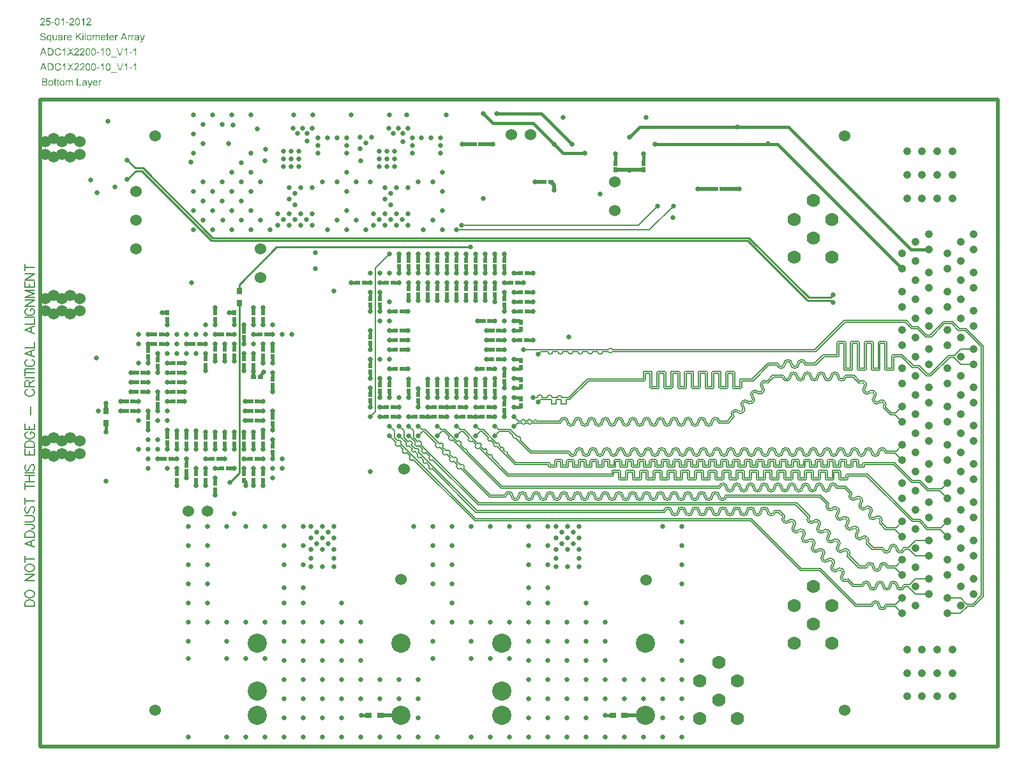
<source format=gbl>
%FSLAX44Y44*%
%MOMM*%
G71*
G01*
G75*
G04 Layer_Physical_Order=6*
G04 Layer_Color=16711680*
%ADD10C,0.1524*%
%ADD11C,0.3810*%
%ADD12R,1.5240X0.4064*%
%ADD13R,1.2700X3.4290*%
%ADD14R,2.2860X1.9050*%
%ADD15R,1.9050X2.2860*%
%ADD16R,2.1600X1.0700*%
%ADD17R,6.9900X8.3300*%
%ADD18R,1.1500X0.6000*%
%ADD19R,0.6000X1.1000*%
%ADD20R,3.2500X3.2500*%
%ADD21R,0.3500X1.0500*%
%ADD22R,1.0500X0.3500*%
%ADD23R,1.0500X0.6000*%
%ADD24C,1.5000*%
%ADD25R,0.6500X0.6000*%
%ADD26R,0.6000X0.6500*%
%ADD27R,0.7620X0.9652*%
%ADD28R,0.9652X0.7620*%
%ADD29R,2.7000X1.3500*%
%ADD30R,1.3500X2.7000*%
%ADD31R,3.4500X0.9500*%
%ADD32O,0.4000X1.2000*%
%ADD33R,1.1500X0.4000*%
%ADD34R,0.6000X1.5500*%
%ADD35C,0.8000*%
%ADD36C,1.0160*%
%ADD37C,0.5080*%
%ADD38C,0.2540*%
%ADD39C,0.4432*%
%ADD40C,0.3048*%
%ADD41C,0.2845*%
%ADD42C,0.5000*%
%ADD43C,0.1270*%
%ADD44C,1.5240*%
%ADD45C,0.6350*%
%ADD46C,6.3500*%
%ADD47C,1.0500*%
%ADD48C,2.5400*%
%ADD49C,1.7780*%
%ADD50C,0.6500*%
%ADD51C,1.0000*%
%ADD52C,1.8000*%
%ADD53C,0.8500*%
%ADD54C,1.1080*%
%ADD55C,1.2000*%
%ADD56C,2.1240*%
%ADD57C,1.6160*%
%ADD58C,0.9000*%
%ADD59C,4.4000*%
G36*
X23907Y884461D02*
X25094D01*
Y883548D01*
X23907D01*
Y879474D01*
Y879449D01*
Y879387D01*
Y879299D01*
X23919Y879200D01*
Y879087D01*
X23932Y878975D01*
X23944Y878887D01*
X23957Y878812D01*
X23970Y878787D01*
X24007Y878737D01*
X24069Y878662D01*
X24157Y878587D01*
X24169D01*
X24182Y878575D01*
X24219Y878562D01*
X24269Y878550D01*
X24394Y878525D01*
X24569Y878512D01*
X24707D01*
X24782Y878525D01*
X24882D01*
X24982Y878537D01*
X25094Y878550D01*
X25257Y877513D01*
X25232D01*
X25169Y877500D01*
X25082Y877487D01*
X24957Y877462D01*
X24819Y877450D01*
X24669Y877425D01*
X24357Y877412D01*
X24257D01*
X24132Y877425D01*
X23995Y877438D01*
X23832Y877462D01*
X23670Y877500D01*
X23507Y877550D01*
X23370Y877613D01*
X23357Y877625D01*
X23307Y877650D01*
X23257Y877687D01*
X23182Y877750D01*
X23095Y877825D01*
X23007Y877925D01*
X22932Y878025D01*
X22870Y878137D01*
Y878150D01*
X22845Y878212D01*
X22832Y878300D01*
X22807Y878437D01*
X22795Y878525D01*
X22782Y878625D01*
X22770Y878737D01*
X22757Y878875D01*
X22745Y879012D01*
Y879175D01*
X22732Y879350D01*
Y879537D01*
Y883548D01*
X21858D01*
Y884461D01*
X22732D01*
Y886173D01*
X23907Y886885D01*
Y884461D01*
D02*
G37*
G36*
X20183D02*
X21370D01*
Y883548D01*
X20183D01*
Y879474D01*
Y879449D01*
Y879387D01*
Y879299D01*
X20196Y879200D01*
Y879087D01*
X20208Y878975D01*
X20220Y878887D01*
X20233Y878812D01*
X20245Y878787D01*
X20283Y878737D01*
X20345Y878662D01*
X20433Y878587D01*
X20445D01*
X20458Y878575D01*
X20495Y878562D01*
X20545Y878550D01*
X20670Y878525D01*
X20845Y878512D01*
X20983D01*
X21058Y878525D01*
X21158D01*
X21258Y878537D01*
X21370Y878550D01*
X21533Y877513D01*
X21508D01*
X21445Y877500D01*
X21358Y877487D01*
X21233Y877462D01*
X21095Y877450D01*
X20945Y877425D01*
X20633Y877412D01*
X20533D01*
X20408Y877425D01*
X20270Y877438D01*
X20108Y877462D01*
X19945Y877500D01*
X19783Y877550D01*
X19646Y877613D01*
X19633Y877625D01*
X19583Y877650D01*
X19533Y877687D01*
X19458Y877750D01*
X19371Y877825D01*
X19283Y877925D01*
X19208Y878025D01*
X19146Y878137D01*
Y878150D01*
X19121Y878212D01*
X19108Y878300D01*
X19083Y878437D01*
X19071Y878525D01*
X19058Y878625D01*
X19046Y878737D01*
X19033Y878875D01*
X19021Y879012D01*
Y879175D01*
X19008Y879350D01*
Y879537D01*
Y883548D01*
X18133D01*
Y884461D01*
X19008D01*
Y886173D01*
X20183Y886885D01*
Y884461D01*
D02*
G37*
G36*
X6374Y887097D02*
X6486D01*
X6736Y887073D01*
X7011Y887035D01*
X7311Y886985D01*
X7599Y886910D01*
X7861Y886810D01*
X7874D01*
X7886Y886798D01*
X7924Y886785D01*
X7974Y886760D01*
X8086Y886685D01*
X8236Y886585D01*
X8411Y886460D01*
X8573Y886310D01*
X8748Y886123D01*
X8898Y885910D01*
Y885898D01*
X8911Y885885D01*
X8961Y885810D01*
X9023Y885685D01*
X9098Y885523D01*
X9161Y885335D01*
X9223Y885123D01*
X9273Y884898D01*
X9286Y884648D01*
Y884636D01*
Y884623D01*
Y884586D01*
Y884548D01*
X9273Y884423D01*
X9248Y884273D01*
X9198Y884086D01*
X9148Y883886D01*
X9061Y883686D01*
X8948Y883474D01*
X8936Y883448D01*
X8886Y883386D01*
X8811Y883286D01*
X8698Y883161D01*
X8548Y883024D01*
X8374Y882886D01*
X8173Y882736D01*
X7936Y882611D01*
X7949D01*
X7974Y882599D01*
X8024Y882586D01*
X8086Y882561D01*
X8148Y882536D01*
X8236Y882499D01*
X8436Y882399D01*
X8648Y882274D01*
X8873Y882124D01*
X9086Y881936D01*
X9273Y881724D01*
Y881711D01*
X9298Y881699D01*
X9323Y881661D01*
X9348Y881611D01*
X9423Y881487D01*
X9511Y881311D01*
X9598Y881099D01*
X9673Y880849D01*
X9723Y880574D01*
X9748Y880274D01*
Y880262D01*
Y880249D01*
Y880212D01*
Y880162D01*
X9736Y880037D01*
X9711Y879862D01*
X9673Y879674D01*
X9623Y879462D01*
X9561Y879249D01*
X9461Y879025D01*
X9448Y879000D01*
X9411Y878925D01*
X9348Y878825D01*
X9261Y878700D01*
X9161Y878550D01*
X9036Y878400D01*
X8898Y878262D01*
X8748Y878125D01*
X8736Y878112D01*
X8673Y878075D01*
X8586Y878012D01*
X8461Y877950D01*
X8311Y877875D01*
X8136Y877787D01*
X7924Y877712D01*
X7699Y877650D01*
X7674D01*
X7636Y877637D01*
X7586Y877625D01*
X7524Y877613D01*
X7449Y877600D01*
X7274Y877575D01*
X7049Y877550D01*
X6786Y877525D01*
X6486Y877513D01*
X6149Y877500D01*
X2500D01*
Y887110D01*
X6287D01*
X6374Y887097D01*
D02*
G37*
G36*
X50000Y878637D02*
X54724D01*
Y877500D01*
X48726D01*
Y887110D01*
X50000D01*
Y878637D01*
D02*
G37*
G36*
X59335Y884598D02*
X59535Y884586D01*
X59760Y884561D01*
X60010Y884523D01*
X60235Y884473D01*
X60460Y884398D01*
X60473D01*
X60485Y884386D01*
X60548Y884361D01*
X60648Y884311D01*
X60773Y884248D01*
X60910Y884173D01*
X61048Y884086D01*
X61172Y883973D01*
X61285Y883861D01*
X61297Y883848D01*
X61322Y883811D01*
X61372Y883736D01*
X61435Y883648D01*
X61497Y883536D01*
X61560Y883399D01*
X61610Y883249D01*
X61660Y883074D01*
Y883061D01*
X61672Y883011D01*
X61685Y882936D01*
X61697Y882824D01*
Y882674D01*
X61710Y882486D01*
X61722Y882261D01*
Y881986D01*
Y880412D01*
Y880399D01*
Y880337D01*
Y880262D01*
Y880149D01*
Y880024D01*
Y879874D01*
Y879712D01*
X61735Y879537D01*
Y879187D01*
X61747Y878850D01*
X61760Y878687D01*
Y878550D01*
X61772Y878437D01*
X61785Y878337D01*
Y878312D01*
X61797Y878262D01*
X61822Y878175D01*
X61847Y878075D01*
X61897Y877937D01*
X61947Y877800D01*
X62010Y877650D01*
X62085Y877500D01*
X60848D01*
X60835Y877513D01*
X60823Y877562D01*
X60785Y877637D01*
X60760Y877750D01*
X60710Y877875D01*
X60685Y878025D01*
X60648Y878187D01*
X60623Y878375D01*
X60610D01*
X60598Y878350D01*
X60560Y878325D01*
X60510Y878287D01*
X60385Y878187D01*
X60210Y878062D01*
X60023Y877937D01*
X59810Y877800D01*
X59573Y877675D01*
X59348Y877575D01*
X59335D01*
X59323Y877562D01*
X59285Y877550D01*
X59248Y877538D01*
X59123Y877500D01*
X58960Y877462D01*
X58773Y877425D01*
X58548Y877387D01*
X58311Y877363D01*
X58061Y877350D01*
X57948D01*
X57873Y877363D01*
X57773D01*
X57661Y877375D01*
X57411Y877425D01*
X57123Y877487D01*
X56836Y877588D01*
X56549Y877725D01*
X56424Y877800D01*
X56299Y877900D01*
X56286Y877912D01*
X56274Y877925D01*
X56199Y878000D01*
X56111Y878125D01*
X55999Y878287D01*
X55886Y878500D01*
X55786Y878737D01*
X55711Y879012D01*
X55699Y879162D01*
X55686Y879324D01*
Y879350D01*
Y879412D01*
X55699Y879512D01*
X55711Y879637D01*
X55736Y879774D01*
X55786Y879937D01*
X55836Y880099D01*
X55911Y880262D01*
X55924Y880287D01*
X55949Y880337D01*
X56011Y880412D01*
X56074Y880512D01*
X56161Y880612D01*
X56274Y880724D01*
X56386Y880837D01*
X56524Y880937D01*
X56536Y880949D01*
X56586Y880974D01*
X56674Y881024D01*
X56774Y881087D01*
X56899Y881149D01*
X57036Y881211D01*
X57199Y881274D01*
X57373Y881324D01*
X57386D01*
X57436Y881337D01*
X57523Y881361D01*
X57636Y881374D01*
X57786Y881412D01*
X57961Y881436D01*
X58173Y881461D01*
X58423Y881499D01*
X58436D01*
X58486Y881512D01*
X58561D01*
X58661Y881536D01*
X58773Y881549D01*
X58911Y881562D01*
X59061Y881587D01*
X59223Y881611D01*
X59560Y881674D01*
X59910Y881749D01*
X60235Y881824D01*
X60385Y881874D01*
X60523Y881911D01*
Y881924D01*
Y881949D01*
Y881986D01*
X60535Y882036D01*
Y882136D01*
Y882186D01*
Y882211D01*
Y882224D01*
Y882249D01*
Y882286D01*
Y882324D01*
X60523Y882461D01*
X60498Y882611D01*
X60448Y882786D01*
X60398Y882949D01*
X60310Y883111D01*
X60198Y883236D01*
X60173Y883249D01*
X60110Y883298D01*
X60010Y883361D01*
X59860Y883436D01*
X59660Y883511D01*
X59435Y883573D01*
X59160Y883623D01*
X58848Y883636D01*
X58711D01*
X58561Y883623D01*
X58386Y883598D01*
X58173Y883561D01*
X57973Y883511D01*
X57773Y883436D01*
X57611Y883336D01*
X57598Y883324D01*
X57548Y883286D01*
X57473Y883211D01*
X57398Y883099D01*
X57298Y882961D01*
X57211Y882786D01*
X57111Y882561D01*
X57036Y882311D01*
X55886Y882474D01*
Y882486D01*
X55899Y882511D01*
Y882549D01*
X55911Y882599D01*
X55949Y882736D01*
X56011Y882899D01*
X56074Y883086D01*
X56161Y883286D01*
X56274Y883486D01*
X56399Y883661D01*
X56411Y883686D01*
X56461Y883736D01*
X56549Y883811D01*
X56661Y883923D01*
X56811Y884036D01*
X56986Y884148D01*
X57199Y884261D01*
X57436Y884361D01*
X57448D01*
X57473Y884373D01*
X57511Y884386D01*
X57561Y884398D01*
X57623Y884423D01*
X57698Y884436D01*
X57898Y884486D01*
X58123Y884536D01*
X58398Y884573D01*
X58698Y884598D01*
X59023Y884611D01*
X59248D01*
X59335Y884598D01*
D02*
G37*
G36*
X73332D02*
X73444Y884586D01*
X73582Y884561D01*
X73744Y884536D01*
X73907Y884498D01*
X74082Y884448D01*
X74269Y884373D01*
X74457Y884298D01*
X74644Y884211D01*
X74844Y884098D01*
X75031Y883973D01*
X75206Y883823D01*
X75381Y883661D01*
X75394Y883648D01*
X75419Y883611D01*
X75469Y883561D01*
X75519Y883486D01*
X75581Y883386D01*
X75656Y883273D01*
X75744Y883136D01*
X75831Y882974D01*
X75906Y882786D01*
X75994Y882586D01*
X76069Y882374D01*
X76131Y882136D01*
X76181Y881874D01*
X76231Y881599D01*
X76256Y881299D01*
X76269Y880987D01*
Y880962D01*
Y880912D01*
Y880812D01*
X76256Y880674D01*
X71070D01*
Y880662D01*
Y880624D01*
X71082Y880562D01*
X71095Y880487D01*
X71107Y880387D01*
X71120Y880274D01*
X71170Y880024D01*
X71257Y879737D01*
X71370Y879449D01*
X71520Y879175D01*
X71607Y879050D01*
X71707Y878925D01*
X71720Y878912D01*
X71732Y878900D01*
X71770Y878875D01*
X71807Y878837D01*
X71945Y878737D01*
X72107Y878625D01*
X72320Y878512D01*
X72570Y878425D01*
X72857Y878350D01*
X73007Y878337D01*
X73169Y878325D01*
X73282D01*
X73394Y878337D01*
X73557Y878362D01*
X73719Y878412D01*
X73907Y878462D01*
X74094Y878550D01*
X74269Y878662D01*
X74294Y878675D01*
X74344Y878725D01*
X74432Y878812D01*
X74532Y878925D01*
X74644Y879075D01*
X74769Y879275D01*
X74894Y879500D01*
X74994Y879762D01*
X76219Y879600D01*
Y879587D01*
X76206Y879549D01*
X76194Y879500D01*
X76156Y879425D01*
X76131Y879337D01*
X76081Y879225D01*
X75981Y878987D01*
X75831Y878725D01*
X75644Y878450D01*
X75419Y878175D01*
X75156Y877937D01*
X75144D01*
X75119Y877912D01*
X75081Y877887D01*
X75019Y877850D01*
X74944Y877800D01*
X74844Y877750D01*
X74744Y877700D01*
X74619Y877650D01*
X74482Y877588D01*
X74332Y877538D01*
X74169Y877487D01*
X73994Y877438D01*
X73607Y877375D01*
X73394Y877363D01*
X73169Y877350D01*
X73107D01*
X73019Y877363D01*
X72920D01*
X72794Y877375D01*
X72645Y877400D01*
X72470Y877425D01*
X72295Y877462D01*
X72107Y877513D01*
X71907Y877575D01*
X71707Y877650D01*
X71507Y877750D01*
X71307Y877850D01*
X71107Y877975D01*
X70920Y878125D01*
X70745Y878287D01*
X70732Y878300D01*
X70708Y878337D01*
X70658Y878387D01*
X70608Y878462D01*
X70545Y878562D01*
X70470Y878675D01*
X70383Y878812D01*
X70308Y878962D01*
X70220Y879150D01*
X70133Y879337D01*
X70058Y879562D01*
X69995Y879787D01*
X69945Y880049D01*
X69895Y880312D01*
X69870Y880599D01*
X69858Y880912D01*
Y880937D01*
Y880987D01*
X69870Y881087D01*
Y881199D01*
X69883Y881349D01*
X69908Y881524D01*
X69933Y881711D01*
X69970Y881911D01*
X70020Y882124D01*
X70083Y882349D01*
X70145Y882574D01*
X70233Y882799D01*
X70345Y883024D01*
X70458Y883249D01*
X70595Y883448D01*
X70757Y883636D01*
X70770Y883648D01*
X70795Y883673D01*
X70845Y883723D01*
X70920Y883786D01*
X71007Y883861D01*
X71120Y883948D01*
X71245Y884036D01*
X71382Y884123D01*
X71545Y884211D01*
X71720Y884298D01*
X71920Y884386D01*
X72120Y884461D01*
X72345Y884523D01*
X72582Y884573D01*
X72832Y884598D01*
X73094Y884611D01*
X73232D01*
X73332Y884598D01*
D02*
G37*
G36*
X41165D02*
X41253D01*
X41353Y884586D01*
X41590Y884536D01*
X41840Y884473D01*
X42102Y884373D01*
X42365Y884223D01*
X42477Y884136D01*
X42590Y884036D01*
X42602Y884023D01*
X42615Y884011D01*
X42640Y883973D01*
X42677Y883923D01*
X42715Y883861D01*
X42765Y883786D01*
X42815Y883698D01*
X42877Y883598D01*
X42927Y883486D01*
X42977Y883348D01*
X43027Y883211D01*
X43065Y883049D01*
X43102Y882874D01*
X43127Y882686D01*
X43152Y882474D01*
Y882261D01*
Y877500D01*
X41977D01*
Y881874D01*
Y881886D01*
Y881899D01*
Y881936D01*
Y881986D01*
Y882111D01*
X41965Y882261D01*
X41952Y882424D01*
X41927Y882599D01*
X41902Y882749D01*
X41865Y882886D01*
Y882899D01*
X41840Y882936D01*
X41815Y882999D01*
X41765Y883061D01*
X41715Y883149D01*
X41640Y883223D01*
X41553Y883311D01*
X41440Y883386D01*
X41427Y883399D01*
X41390Y883423D01*
X41328Y883448D01*
X41240Y883486D01*
X41140Y883523D01*
X41015Y883561D01*
X40890Y883573D01*
X40740Y883586D01*
X40665D01*
X40615Y883573D01*
X40478Y883561D01*
X40303Y883523D01*
X40103Y883461D01*
X39903Y883373D01*
X39690Y883249D01*
X39503Y883086D01*
X39478Y883061D01*
X39428Y882999D01*
X39353Y882874D01*
X39266Y882711D01*
X39216Y882611D01*
X39166Y882499D01*
X39128Y882361D01*
X39091Y882224D01*
X39066Y882074D01*
X39041Y881911D01*
X39016Y881724D01*
Y881536D01*
Y877500D01*
X37841D01*
Y882011D01*
Y882024D01*
Y882049D01*
Y882086D01*
Y882136D01*
X37828Y882286D01*
X37803Y882449D01*
X37766Y882649D01*
X37716Y882836D01*
X37654Y883024D01*
X37554Y883186D01*
X37541Y883198D01*
X37503Y883249D01*
X37429Y883311D01*
X37329Y883386D01*
X37204Y883461D01*
X37041Y883523D01*
X36841Y883573D01*
X36616Y883586D01*
X36529D01*
X36441Y883573D01*
X36316Y883548D01*
X36166Y883523D01*
X36016Y883474D01*
X35854Y883411D01*
X35691Y883324D01*
X35679Y883311D01*
X35617Y883273D01*
X35542Y883211D01*
X35454Y883124D01*
X35354Y883024D01*
X35254Y882886D01*
X35154Y882724D01*
X35067Y882549D01*
X35054Y882524D01*
X35042Y882461D01*
X35004Y882336D01*
X34979Y882186D01*
X34942Y881974D01*
X34904Y881724D01*
X34892Y881436D01*
X34879Y881099D01*
Y877500D01*
X33705D01*
Y884461D01*
X34754D01*
Y883474D01*
X34767Y883499D01*
X34817Y883561D01*
X34892Y883648D01*
X34992Y883773D01*
X35117Y883898D01*
X35267Y884036D01*
X35442Y884173D01*
X35629Y884298D01*
X35642D01*
X35654Y884311D01*
X35729Y884348D01*
X35842Y884398D01*
X35991Y884461D01*
X36179Y884511D01*
X36379Y884561D01*
X36616Y884598D01*
X36866Y884611D01*
X36991D01*
X37141Y884598D01*
X37316Y884573D01*
X37516Y884536D01*
X37729Y884473D01*
X37928Y884398D01*
X38128Y884286D01*
X38153Y884273D01*
X38216Y884223D01*
X38303Y884148D01*
X38403Y884048D01*
X38528Y883923D01*
X38641Y883773D01*
X38753Y883586D01*
X38841Y883386D01*
X38853Y883399D01*
X38878Y883436D01*
X38928Y883499D01*
X38991Y883573D01*
X39078Y883673D01*
X39178Y883773D01*
X39291Y883886D01*
X39416Y883998D01*
X39565Y884111D01*
X39728Y884223D01*
X39903Y884323D01*
X40090Y884423D01*
X40303Y884498D01*
X40515Y884561D01*
X40753Y884598D01*
X40990Y884611D01*
X41090D01*
X41165Y884598D01*
D02*
G37*
G36*
X80492Y884586D02*
X80642Y884561D01*
X80830Y884511D01*
X81042Y884448D01*
X81255Y884348D01*
X81492Y884223D01*
X81080Y883136D01*
X81055Y883149D01*
X81005Y883174D01*
X80917Y883211D01*
X80805Y883261D01*
X80680Y883311D01*
X80530Y883348D01*
X80368Y883373D01*
X80205Y883386D01*
X80143D01*
X80068Y883373D01*
X79968Y883361D01*
X79868Y883324D01*
X79743Y883286D01*
X79630Y883223D01*
X79505Y883149D01*
X79493Y883136D01*
X79455Y883111D01*
X79405Y883049D01*
X79343Y882974D01*
X79268Y882886D01*
X79193Y882774D01*
X79130Y882649D01*
X79068Y882499D01*
Y882486D01*
X79055Y882474D01*
Y882436D01*
X79043Y882386D01*
X79005Y882261D01*
X78980Y882099D01*
X78943Y881886D01*
X78905Y881661D01*
X78893Y881399D01*
X78880Y881124D01*
Y877500D01*
X77706D01*
Y884461D01*
X78768D01*
Y883399D01*
X78780Y883423D01*
X78805Y883461D01*
X78830Y883511D01*
X78918Y883636D01*
X79005Y883786D01*
X79118Y883961D01*
X79243Y884123D01*
X79380Y884261D01*
X79505Y884373D01*
X79518Y884386D01*
X79568Y884411D01*
X79643Y884448D01*
X79730Y884498D01*
X79843Y884536D01*
X79980Y884573D01*
X80118Y884598D01*
X80268Y884611D01*
X80368D01*
X80492Y884586D01*
D02*
G37*
G36*
X14397Y884598D02*
X14522Y884586D01*
X14659Y884561D01*
X14822Y884536D01*
X14997Y884498D01*
X15172Y884448D01*
X15359Y884373D01*
X15559Y884298D01*
X15759Y884211D01*
X15959Y884098D01*
X16147Y883973D01*
X16334Y883823D01*
X16509Y883661D01*
X16521Y883648D01*
X16546Y883623D01*
X16596Y883561D01*
X16646Y883486D01*
X16721Y883399D01*
X16796Y883273D01*
X16884Y883136D01*
X16971Y882986D01*
X17046Y882811D01*
X17134Y882624D01*
X17209Y882411D01*
X17284Y882174D01*
X17334Y881924D01*
X17384Y881661D01*
X17409Y881374D01*
X17421Y881074D01*
Y881062D01*
Y881012D01*
Y880949D01*
Y880849D01*
X17409Y880737D01*
X17396Y880612D01*
X17384Y880462D01*
X17371Y880312D01*
X17321Y879974D01*
X17246Y879624D01*
X17146Y879275D01*
X17084Y879112D01*
X17009Y878962D01*
Y878950D01*
X16996Y878925D01*
X16971Y878887D01*
X16934Y878837D01*
X16846Y878700D01*
X16709Y878525D01*
X16546Y878337D01*
X16346Y878137D01*
X16109Y877950D01*
X15834Y877775D01*
X15822D01*
X15797Y877762D01*
X15759Y877737D01*
X15697Y877712D01*
X15634Y877675D01*
X15547Y877637D01*
X15334Y877562D01*
X15097Y877487D01*
X14809Y877412D01*
X14497Y877363D01*
X14159Y877350D01*
X14097D01*
X14022Y877363D01*
X13922D01*
X13797Y877375D01*
X13660Y877400D01*
X13497Y877425D01*
X13322Y877462D01*
X13135Y877513D01*
X12947Y877575D01*
X12760Y877650D01*
X12560Y877737D01*
X12360Y877850D01*
X12172Y877975D01*
X11985Y878112D01*
X11810Y878275D01*
X11798Y878287D01*
X11773Y878325D01*
X11723Y878375D01*
X11673Y878450D01*
X11598Y878550D01*
X11523Y878662D01*
X11448Y878800D01*
X11360Y878962D01*
X11273Y879150D01*
X11198Y879350D01*
X11123Y879562D01*
X11048Y879812D01*
X10998Y880074D01*
X10948Y880349D01*
X10923Y880649D01*
X10910Y880974D01*
Y880999D01*
Y881062D01*
X10923Y881162D01*
Y881286D01*
X10948Y881449D01*
X10973Y881636D01*
X10998Y881836D01*
X11048Y882049D01*
X11098Y882286D01*
X11173Y882524D01*
X11260Y882761D01*
X11360Y882999D01*
X11485Y883223D01*
X11623Y883448D01*
X11785Y883648D01*
X11973Y883836D01*
X11985Y883848D01*
X12010Y883873D01*
X12060Y883911D01*
X12135Y883961D01*
X12222Y884011D01*
X12322Y884086D01*
X12447Y884148D01*
X12585Y884223D01*
X12735Y884298D01*
X12897Y884361D01*
X13085Y884436D01*
X13272Y884486D01*
X13485Y884536D01*
X13697Y884573D01*
X13922Y884598D01*
X14159Y884611D01*
X14297D01*
X14397Y884598D01*
D02*
G37*
G36*
X66609Y877387D02*
Y877375D01*
X66596Y877337D01*
X66571Y877275D01*
X66534Y877200D01*
X66509Y877113D01*
X66459Y877000D01*
X66371Y876763D01*
X66259Y876500D01*
X66146Y876238D01*
X66046Y876000D01*
X65996Y875900D01*
X65946Y875813D01*
X65934Y875788D01*
X65896Y875725D01*
X65821Y875613D01*
X65734Y875488D01*
X65634Y875350D01*
X65509Y875213D01*
X65371Y875076D01*
X65221Y874963D01*
X65209Y874951D01*
X65146Y874926D01*
X65072Y874876D01*
X64946Y874826D01*
X64809Y874776D01*
X64647Y874726D01*
X64459Y874701D01*
X64259Y874688D01*
X64197D01*
X64122Y874701D01*
X64034Y874713D01*
X63922Y874726D01*
X63784Y874751D01*
X63647Y874788D01*
X63497Y874838D01*
X63372Y875938D01*
X63384D01*
X63434Y875925D01*
X63509Y875900D01*
X63597Y875888D01*
X63697Y875863D01*
X63809Y875838D01*
X64034Y875825D01*
X64097D01*
X64172Y875838D01*
X64259D01*
X64472Y875888D01*
X64572Y875913D01*
X64659Y875963D01*
X64672D01*
X64697Y875988D01*
X64747Y876013D01*
X64797Y876050D01*
X64921Y876163D01*
X65047Y876325D01*
Y876338D01*
X65072Y876363D01*
X65097Y876413D01*
X65134Y876500D01*
X65184Y876625D01*
X65246Y876775D01*
X65321Y876975D01*
X65359Y877088D01*
X65409Y877213D01*
X65421Y877225D01*
X65434Y877288D01*
X65471Y877375D01*
X65521Y877500D01*
X62872Y884461D01*
X64122D01*
X65584Y880437D01*
Y880424D01*
X65596Y880399D01*
X65609Y880362D01*
X65634Y880299D01*
X65659Y880237D01*
X65684Y880149D01*
X65746Y879949D01*
X65821Y879712D01*
X65909Y879437D01*
X65996Y879137D01*
X66084Y878825D01*
Y878837D01*
X66096Y878862D01*
X66109Y878900D01*
X66121Y878962D01*
X66146Y879037D01*
X66171Y879125D01*
X66221Y879324D01*
X66296Y879562D01*
X66384Y879824D01*
X66484Y880112D01*
X66584Y880399D01*
X68071Y884461D01*
X69245D01*
X66609Y877387D01*
D02*
G37*
G36*
X29306Y884598D02*
X29431Y884586D01*
X29568Y884561D01*
X29731Y884536D01*
X29906Y884498D01*
X30080Y884448D01*
X30268Y884373D01*
X30468Y884298D01*
X30668Y884211D01*
X30868Y884098D01*
X31055Y883973D01*
X31243Y883823D01*
X31418Y883661D01*
X31430Y883648D01*
X31455Y883623D01*
X31505Y883561D01*
X31555Y883486D01*
X31630Y883399D01*
X31705Y883273D01*
X31793Y883136D01*
X31880Y882986D01*
X31955Y882811D01*
X32042Y882624D01*
X32117Y882411D01*
X32192Y882174D01*
X32242Y881924D01*
X32292Y881661D01*
X32317Y881374D01*
X32330Y881074D01*
Y881062D01*
Y881012D01*
Y880949D01*
Y880849D01*
X32317Y880737D01*
X32305Y880612D01*
X32292Y880462D01*
X32280Y880312D01*
X32230Y879974D01*
X32155Y879624D01*
X32055Y879275D01*
X31992Y879112D01*
X31918Y878962D01*
Y878950D01*
X31905Y878925D01*
X31880Y878887D01*
X31843Y878837D01*
X31755Y878700D01*
X31618Y878525D01*
X31455Y878337D01*
X31255Y878137D01*
X31018Y877950D01*
X30743Y877775D01*
X30730D01*
X30705Y877762D01*
X30668Y877737D01*
X30605Y877712D01*
X30543Y877675D01*
X30455Y877637D01*
X30243Y877562D01*
X30006Y877487D01*
X29718Y877412D01*
X29406Y877363D01*
X29068Y877350D01*
X29006D01*
X28931Y877363D01*
X28831D01*
X28706Y877375D01*
X28568Y877400D01*
X28406Y877425D01*
X28231Y877462D01*
X28043Y877513D01*
X27856Y877575D01*
X27669Y877650D01*
X27469Y877737D01*
X27269Y877850D01*
X27081Y877975D01*
X26894Y878112D01*
X26719Y878275D01*
X26706Y878287D01*
X26681Y878325D01*
X26631Y878375D01*
X26581Y878450D01*
X26506Y878550D01*
X26431Y878662D01*
X26356Y878800D01*
X26269Y878962D01*
X26181Y879150D01*
X26107Y879350D01*
X26031Y879562D01*
X25956Y879812D01*
X25907Y880074D01*
X25856Y880349D01*
X25831Y880649D01*
X25819Y880974D01*
Y880999D01*
Y881062D01*
X25831Y881162D01*
Y881286D01*
X25856Y881449D01*
X25882Y881636D01*
X25907Y881836D01*
X25956Y882049D01*
X26007Y882286D01*
X26082Y882524D01*
X26169Y882761D01*
X26269Y882999D01*
X26394Y883223D01*
X26531Y883448D01*
X26694Y883648D01*
X26881Y883836D01*
X26894Y883848D01*
X26919Y883873D01*
X26969Y883911D01*
X27044Y883961D01*
X27131Y884011D01*
X27231Y884086D01*
X27356Y884148D01*
X27494Y884223D01*
X27644Y884298D01*
X27806Y884361D01*
X27994Y884436D01*
X28181Y884486D01*
X28393Y884536D01*
X28606Y884573D01*
X28831Y884598D01*
X29068Y884611D01*
X29206D01*
X29306Y884598D01*
D02*
G37*
%LPC*%
G36*
X5987Y881936D02*
X3775D01*
Y878637D01*
X6499D01*
X6786Y878650D01*
X6911Y878662D01*
X7024Y878675D01*
X7049D01*
X7099Y878687D01*
X7174Y878712D01*
X7274Y878737D01*
X7399Y878775D01*
X7511Y878812D01*
X7636Y878875D01*
X7749Y878937D01*
X7761Y878950D01*
X7799Y878975D01*
X7849Y879012D01*
X7924Y879075D01*
X7999Y879150D01*
X8086Y879249D01*
X8161Y879350D01*
X8236Y879474D01*
X8249Y879487D01*
X8274Y879537D01*
X8299Y879612D01*
X8336Y879712D01*
X8374Y879824D01*
X8411Y879962D01*
X8424Y880124D01*
X8436Y880287D01*
Y880312D01*
Y880374D01*
X8424Y880474D01*
X8399Y880599D01*
X8361Y880749D01*
X8311Y880899D01*
X8249Y881062D01*
X8148Y881211D01*
X8136Y881224D01*
X8099Y881274D01*
X8036Y881349D01*
X7949Y881436D01*
X7836Y881524D01*
X7711Y881624D01*
X7561Y881699D01*
X7386Y881774D01*
X7361Y881786D01*
X7299Y881799D01*
X7186Y881824D01*
X7024Y881861D01*
X6836Y881886D01*
X6586Y881911D01*
X6312Y881924D01*
X5987Y881936D01*
D02*
G37*
G36*
X73107Y883636D02*
X73032D01*
X72969Y883623D01*
X72907D01*
X72819Y883611D01*
X72632Y883573D01*
X72420Y883499D01*
X72182Y883399D01*
X71957Y883273D01*
X71845Y883186D01*
X71732Y883086D01*
X71707Y883061D01*
X71645Y882986D01*
X71557Y882874D01*
X71457Y882711D01*
X71345Y882499D01*
X71245Y882249D01*
X71170Y881974D01*
X71132Y881649D01*
X75019D01*
Y881661D01*
Y881686D01*
X75006Y881736D01*
X74994Y881786D01*
Y881861D01*
X74969Y881949D01*
X74931Y882136D01*
X74869Y882349D01*
X74794Y882561D01*
X74694Y882774D01*
X74569Y882949D01*
Y882961D01*
X74544Y882974D01*
X74507Y883011D01*
X74469Y883061D01*
X74344Y883161D01*
X74182Y883298D01*
X73969Y883423D01*
X73719Y883523D01*
X73432Y883611D01*
X73269Y883623D01*
X73107Y883636D01*
D02*
G37*
G36*
X6049Y885973D02*
X3775D01*
Y883074D01*
X6137D01*
X6312Y883086D01*
X6511Y883099D01*
X6711Y883111D01*
X6899Y883136D01*
X7049Y883174D01*
X7074Y883186D01*
X7124Y883198D01*
X7211Y883236D01*
X7324Y883286D01*
X7449Y883361D01*
X7561Y883436D01*
X7686Y883536D01*
X7786Y883648D01*
X7799Y883661D01*
X7824Y883711D01*
X7861Y883786D01*
X7911Y883886D01*
X7961Y883998D01*
X7999Y884148D01*
X8024Y884311D01*
X8036Y884498D01*
Y884523D01*
Y884573D01*
X8024Y884673D01*
X8011Y884786D01*
X7974Y884911D01*
X7936Y885048D01*
X7874Y885198D01*
X7799Y885335D01*
X7786Y885348D01*
X7761Y885398D01*
X7711Y885461D01*
X7636Y885535D01*
X7536Y885623D01*
X7436Y885698D01*
X7299Y885773D01*
X7149Y885835D01*
X7124Y885848D01*
X7061Y885860D01*
X6961Y885885D01*
X6811Y885910D01*
X6711Y885923D01*
X6611Y885935D01*
X6486D01*
X6349Y885948D01*
X6212Y885960D01*
X6049Y885973D01*
D02*
G37*
G36*
X60523Y880987D02*
X60510D01*
X60498Y880974D01*
X60460Y880962D01*
X60398Y880949D01*
X60335Y880924D01*
X60248Y880899D01*
X60148Y880862D01*
X60035Y880837D01*
X59910Y880799D01*
X59773Y880762D01*
X59610Y880724D01*
X59435Y880687D01*
X59248Y880649D01*
X59048Y880612D01*
X58836Y880574D01*
X58598Y880537D01*
X58561D01*
X58536Y880524D01*
X58486D01*
X58348Y880499D01*
X58198Y880474D01*
X58036Y880437D01*
X57861Y880399D01*
X57698Y880349D01*
X57573Y880299D01*
X57561D01*
X57523Y880274D01*
X57473Y880249D01*
X57398Y880212D01*
X57249Y880087D01*
X57174Y880012D01*
X57111Y879924D01*
X57098Y879912D01*
X57086Y879887D01*
X57061Y879824D01*
X57036Y879762D01*
X56999Y879674D01*
X56974Y879587D01*
X56961Y879474D01*
X56949Y879362D01*
Y879337D01*
Y879287D01*
X56974Y879200D01*
X56999Y879087D01*
X57036Y878975D01*
X57098Y878837D01*
X57186Y878712D01*
X57298Y878587D01*
X57311Y878575D01*
X57361Y878537D01*
X57448Y878487D01*
X57561Y878437D01*
X57711Y878375D01*
X57898Y878325D01*
X58111Y878287D01*
X58348Y878275D01*
X58461D01*
X58586Y878287D01*
X58748Y878312D01*
X58935Y878350D01*
X59135Y878400D01*
X59348Y878462D01*
X59548Y878562D01*
X59560D01*
X59573Y878575D01*
X59635Y878612D01*
X59735Y878687D01*
X59848Y878775D01*
X59973Y878887D01*
X60110Y879037D01*
X60235Y879187D01*
X60335Y879374D01*
X60348Y879399D01*
X60360Y879449D01*
X60398Y879537D01*
X60435Y879674D01*
X60460Y879837D01*
X60498Y880037D01*
X60510Y880274D01*
X60523Y880549D01*
Y880987D01*
D02*
G37*
G36*
X14159Y883636D02*
X14072D01*
X14009Y883623D01*
X13935Y883611D01*
X13847Y883598D01*
X13647Y883548D01*
X13422Y883474D01*
X13172Y883361D01*
X13047Y883286D01*
X12935Y883198D01*
X12810Y883086D01*
X12697Y882974D01*
Y882961D01*
X12672Y882949D01*
X12647Y882899D01*
X12610Y882849D01*
X12560Y882774D01*
X12510Y882699D01*
X12460Y882599D01*
X12410Y882474D01*
X12360Y882349D01*
X12310Y882199D01*
X12260Y882036D01*
X12210Y881849D01*
X12172Y881661D01*
X12148Y881449D01*
X12135Y881211D01*
X12122Y880974D01*
Y880962D01*
Y880912D01*
Y880849D01*
X12135Y880762D01*
Y880649D01*
X12148Y880524D01*
X12172Y880374D01*
X12198Y880224D01*
X12260Y879912D01*
X12360Y879575D01*
X12510Y879262D01*
X12597Y879125D01*
X12697Y878987D01*
X12710Y878975D01*
X12722Y878962D01*
X12760Y878925D01*
X12797Y878887D01*
X12935Y878775D01*
X13097Y878662D01*
X13310Y878537D01*
X13560Y878425D01*
X13847Y878350D01*
X13997Y878337D01*
X14159Y878325D01*
X14247D01*
X14310Y878337D01*
X14384Y878350D01*
X14472Y878362D01*
X14672Y878412D01*
X14897Y878487D01*
X15147Y878600D01*
X15272Y878675D01*
X15397Y878775D01*
X15509Y878875D01*
X15622Y878987D01*
X15634Y879000D01*
X15647Y879025D01*
X15672Y879062D01*
X15709Y879112D01*
X15759Y879187D01*
X15809Y879275D01*
X15859Y879374D01*
X15922Y879487D01*
X15971Y879624D01*
X16021Y879774D01*
X16071Y879937D01*
X16121Y880124D01*
X16159Y880324D01*
X16184Y880537D01*
X16209Y880762D01*
Y881012D01*
Y881024D01*
Y881074D01*
Y881137D01*
X16197Y881224D01*
Y881337D01*
X16184Y881449D01*
X16159Y881587D01*
X16134Y881736D01*
X16071Y882049D01*
X15959Y882374D01*
X15822Y882686D01*
X15722Y882836D01*
X15622Y882961D01*
X15609Y882974D01*
X15597Y882986D01*
X15559Y883024D01*
X15522Y883061D01*
X15384Y883174D01*
X15222Y883298D01*
X15009Y883423D01*
X14759Y883536D01*
X14472Y883611D01*
X14322Y883623D01*
X14159Y883636D01*
D02*
G37*
G36*
X29068D02*
X28981D01*
X28918Y883623D01*
X28843Y883611D01*
X28756Y883598D01*
X28556Y883548D01*
X28331Y883474D01*
X28081Y883361D01*
X27956Y883286D01*
X27843Y883198D01*
X27719Y883086D01*
X27606Y882974D01*
Y882961D01*
X27581Y882949D01*
X27556Y882899D01*
X27519Y882849D01*
X27469Y882774D01*
X27419Y882699D01*
X27369Y882599D01*
X27319Y882474D01*
X27269Y882349D01*
X27219Y882199D01*
X27169Y882036D01*
X27119Y881849D01*
X27081Y881661D01*
X27056Y881449D01*
X27044Y881211D01*
X27031Y880974D01*
Y880962D01*
Y880912D01*
Y880849D01*
X27044Y880762D01*
Y880649D01*
X27056Y880524D01*
X27081Y880374D01*
X27106Y880224D01*
X27169Y879912D01*
X27269Y879575D01*
X27419Y879262D01*
X27506Y879125D01*
X27606Y878987D01*
X27619Y878975D01*
X27631Y878962D01*
X27669Y878925D01*
X27706Y878887D01*
X27843Y878775D01*
X28006Y878662D01*
X28218Y878537D01*
X28468Y878425D01*
X28756Y878350D01*
X28906Y878337D01*
X29068Y878325D01*
X29156D01*
X29218Y878337D01*
X29293Y878350D01*
X29381Y878362D01*
X29581Y878412D01*
X29806Y878487D01*
X30055Y878600D01*
X30180Y878675D01*
X30305Y878775D01*
X30418Y878875D01*
X30530Y878987D01*
X30543Y879000D01*
X30555Y879025D01*
X30580Y879062D01*
X30618Y879112D01*
X30668Y879187D01*
X30718Y879275D01*
X30768Y879374D01*
X30830Y879487D01*
X30880Y879624D01*
X30930Y879774D01*
X30980Y879937D01*
X31030Y880124D01*
X31068Y880324D01*
X31093Y880537D01*
X31118Y880762D01*
Y881012D01*
Y881024D01*
Y881074D01*
Y881137D01*
X31105Y881224D01*
Y881337D01*
X31093Y881449D01*
X31068Y881587D01*
X31043Y881736D01*
X30980Y882049D01*
X30868Y882374D01*
X30730Y882686D01*
X30630Y882836D01*
X30530Y882961D01*
X30518Y882974D01*
X30505Y882986D01*
X30468Y883024D01*
X30430Y883061D01*
X30293Y883174D01*
X30130Y883298D01*
X29918Y883423D01*
X29668Y883536D01*
X29381Y883611D01*
X29231Y883623D01*
X29068Y883636D01*
D02*
G37*
%LPD*%
G36*
X56066Y907065D02*
X56191Y907053D01*
X56328Y907040D01*
X56478Y907015D01*
X56641Y906978D01*
X56990Y906890D01*
X57165Y906828D01*
X57353Y906753D01*
X57540Y906665D01*
X57715Y906553D01*
X57878Y906440D01*
X58040Y906303D01*
X58053Y906290D01*
X58078Y906265D01*
X58115Y906228D01*
X58165Y906165D01*
X58228Y906090D01*
X58303Y906003D01*
X58365Y905903D01*
X58453Y905778D01*
X58527Y905653D01*
X58590Y905503D01*
X58727Y905178D01*
X58777Y905003D01*
X58815Y904816D01*
X58840Y904616D01*
X58852Y904403D01*
Y904378D01*
Y904303D01*
X58840Y904191D01*
X58827Y904041D01*
X58790Y903878D01*
X58752Y903678D01*
X58690Y903478D01*
X58615Y903266D01*
X58602Y903241D01*
X58565Y903166D01*
X58515Y903054D01*
X58428Y902916D01*
X58315Y902741D01*
X58178Y902541D01*
X58015Y902316D01*
X57828Y902091D01*
Y902079D01*
X57803Y902066D01*
X57765Y902029D01*
X57728Y901979D01*
X57665Y901916D01*
X57590Y901841D01*
X57503Y901754D01*
X57390Y901654D01*
X57278Y901542D01*
X57140Y901416D01*
X56990Y901266D01*
X56828Y901117D01*
X56641Y900954D01*
X56453Y900792D01*
X56228Y900604D01*
X56003Y900404D01*
X55991Y900392D01*
X55953Y900367D01*
X55903Y900317D01*
X55828Y900267D01*
X55753Y900192D01*
X55653Y900104D01*
X55441Y899917D01*
X55203Y899717D01*
X54978Y899517D01*
X54878Y899429D01*
X54791Y899342D01*
X54703Y899255D01*
X54641Y899192D01*
X54629Y899180D01*
X54591Y899142D01*
X54541Y899080D01*
X54466Y898992D01*
X54391Y898905D01*
X54304Y898792D01*
X54141Y898567D01*
X58865D01*
Y897430D01*
X52504D01*
Y897455D01*
Y897505D01*
Y897580D01*
X52516Y897692D01*
X52529Y897817D01*
X52554Y897955D01*
X52592Y898092D01*
X52642Y898242D01*
Y898255D01*
X52654Y898267D01*
X52667Y898305D01*
X52691Y898355D01*
X52741Y898480D01*
X52829Y898642D01*
X52941Y898842D01*
X53066Y899055D01*
X53229Y899279D01*
X53416Y899517D01*
X53429Y899529D01*
X53441Y899542D01*
X53479Y899579D01*
X53516Y899629D01*
X53641Y899767D01*
X53816Y899942D01*
X54029Y900154D01*
X54291Y900404D01*
X54604Y900679D01*
X54966Y900979D01*
X54978Y900992D01*
X55028Y901042D01*
X55116Y901104D01*
X55216Y901191D01*
X55341Y901304D01*
X55491Y901429D01*
X55653Y901566D01*
X55816Y901716D01*
X56166Y902041D01*
X56515Y902379D01*
X56678Y902554D01*
X56828Y902716D01*
X56965Y902866D01*
X57078Y903016D01*
X57090Y903029D01*
X57103Y903054D01*
X57128Y903091D01*
X57165Y903141D01*
X57203Y903216D01*
X57253Y903291D01*
X57365Y903478D01*
X57465Y903691D01*
X57553Y903928D01*
X57615Y904191D01*
X57640Y904316D01*
Y904441D01*
Y904453D01*
Y904478D01*
Y904503D01*
X57628Y904553D01*
X57615Y904691D01*
X57578Y904853D01*
X57515Y905041D01*
X57428Y905228D01*
X57303Y905428D01*
X57128Y905615D01*
X57103Y905640D01*
X57040Y905690D01*
X56928Y905765D01*
X56778Y905865D01*
X56590Y905953D01*
X56365Y906028D01*
X56103Y906078D01*
X55816Y906103D01*
X55728D01*
X55678Y906090D01*
X55603D01*
X55516Y906078D01*
X55328Y906040D01*
X55116Y905978D01*
X54878Y905890D01*
X54654Y905765D01*
X54454Y905590D01*
X54429Y905565D01*
X54379Y905503D01*
X54291Y905378D01*
X54204Y905228D01*
X54104Y905016D01*
X54016Y904778D01*
X53966Y904503D01*
X53941Y904178D01*
X52729Y904303D01*
Y904316D01*
X52741Y904366D01*
Y904428D01*
X52754Y904528D01*
X52779Y904641D01*
X52804Y904766D01*
X52841Y904916D01*
X52891Y905066D01*
X53004Y905403D01*
X53079Y905578D01*
X53166Y905740D01*
X53266Y905915D01*
X53379Y906078D01*
X53504Y906228D01*
X53654Y906365D01*
X53666Y906378D01*
X53691Y906390D01*
X53741Y906428D01*
X53804Y906478D01*
X53891Y906528D01*
X53991Y906590D01*
X54104Y906653D01*
X54241Y906728D01*
X54391Y906790D01*
X54553Y906853D01*
X54728Y906915D01*
X54928Y906965D01*
X55128Y907015D01*
X55353Y907053D01*
X55591Y907065D01*
X55841Y907077D01*
X55978D01*
X56066Y907065D01*
D02*
G37*
G36*
X48605D02*
X48730Y907053D01*
X48868Y907040D01*
X49017Y907015D01*
X49180Y906978D01*
X49530Y906890D01*
X49705Y906828D01*
X49892Y906753D01*
X50080Y906665D01*
X50255Y906553D01*
X50417Y906440D01*
X50580Y906303D01*
X50592Y906290D01*
X50617Y906265D01*
X50655Y906228D01*
X50704Y906165D01*
X50767Y906090D01*
X50842Y906003D01*
X50904Y905903D01*
X50992Y905778D01*
X51067Y905653D01*
X51129Y905503D01*
X51267Y905178D01*
X51317Y905003D01*
X51354Y904816D01*
X51379Y904616D01*
X51392Y904403D01*
Y904378D01*
Y904303D01*
X51379Y904191D01*
X51367Y904041D01*
X51329Y903878D01*
X51292Y903678D01*
X51229Y903478D01*
X51154Y903266D01*
X51142Y903241D01*
X51104Y903166D01*
X51054Y903054D01*
X50967Y902916D01*
X50855Y902741D01*
X50717Y902541D01*
X50554Y902316D01*
X50367Y902091D01*
Y902079D01*
X50342Y902066D01*
X50305Y902029D01*
X50267Y901979D01*
X50205Y901916D01*
X50130Y901841D01*
X50042Y901754D01*
X49930Y901654D01*
X49817Y901542D01*
X49680Y901416D01*
X49530Y901266D01*
X49367Y901117D01*
X49180Y900954D01*
X48992Y900792D01*
X48767Y900604D01*
X48542Y900404D01*
X48530Y900392D01*
X48493Y900367D01*
X48443Y900317D01*
X48368Y900267D01*
X48293Y900192D01*
X48193Y900104D01*
X47980Y899917D01*
X47743Y899717D01*
X47518Y899517D01*
X47418Y899429D01*
X47330Y899342D01*
X47243Y899255D01*
X47180Y899192D01*
X47168Y899180D01*
X47130Y899142D01*
X47080Y899080D01*
X47005Y898992D01*
X46930Y898905D01*
X46843Y898792D01*
X46680Y898567D01*
X51404D01*
Y897430D01*
X45043D01*
Y897455D01*
Y897505D01*
Y897580D01*
X45056Y897692D01*
X45068Y897817D01*
X45093Y897955D01*
X45131Y898092D01*
X45181Y898242D01*
Y898255D01*
X45193Y898267D01*
X45206Y898305D01*
X45231Y898355D01*
X45281Y898480D01*
X45368Y898642D01*
X45481Y898842D01*
X45606Y899055D01*
X45768Y899279D01*
X45956Y899517D01*
X45968Y899529D01*
X45981Y899542D01*
X46018Y899579D01*
X46056Y899629D01*
X46181Y899767D01*
X46356Y899942D01*
X46568Y900154D01*
X46831Y900404D01*
X47143Y900679D01*
X47505Y900979D01*
X47518Y900992D01*
X47568Y901042D01*
X47655Y901104D01*
X47755Y901191D01*
X47880Y901304D01*
X48030Y901429D01*
X48193Y901566D01*
X48355Y901716D01*
X48705Y902041D01*
X49055Y902379D01*
X49217Y902554D01*
X49367Y902716D01*
X49505Y902866D01*
X49617Y903016D01*
X49630Y903029D01*
X49642Y903054D01*
X49667Y903091D01*
X49705Y903141D01*
X49742Y903216D01*
X49792Y903291D01*
X49905Y903478D01*
X50005Y903691D01*
X50092Y903928D01*
X50155Y904191D01*
X50180Y904316D01*
Y904441D01*
Y904453D01*
Y904478D01*
Y904503D01*
X50167Y904553D01*
X50155Y904691D01*
X50117Y904853D01*
X50055Y905041D01*
X49967Y905228D01*
X49842Y905428D01*
X49667Y905615D01*
X49642Y905640D01*
X49580Y905690D01*
X49467Y905765D01*
X49317Y905865D01*
X49130Y905953D01*
X48905Y906028D01*
X48643Y906078D01*
X48355Y906103D01*
X48268D01*
X48218Y906090D01*
X48143D01*
X48055Y906078D01*
X47868Y906040D01*
X47655Y905978D01*
X47418Y905890D01*
X47193Y905765D01*
X46993Y905590D01*
X46968Y905565D01*
X46918Y905503D01*
X46831Y905378D01*
X46743Y905228D01*
X46643Y905016D01*
X46556Y904778D01*
X46506Y904503D01*
X46481Y904178D01*
X45268Y904303D01*
Y904316D01*
X45281Y904366D01*
Y904428D01*
X45293Y904528D01*
X45318Y904641D01*
X45343Y904766D01*
X45381Y904916D01*
X45431Y905066D01*
X45543Y905403D01*
X45618Y905578D01*
X45706Y905740D01*
X45806Y905915D01*
X45918Y906078D01*
X46043Y906228D01*
X46193Y906365D01*
X46206Y906378D01*
X46231Y906390D01*
X46281Y906428D01*
X46343Y906478D01*
X46431Y906528D01*
X46531Y906590D01*
X46643Y906653D01*
X46781Y906728D01*
X46930Y906790D01*
X47093Y906853D01*
X47268Y906915D01*
X47468Y906965D01*
X47668Y907015D01*
X47893Y907053D01*
X48130Y907065D01*
X48380Y907077D01*
X48518D01*
X48605Y907065D01*
D02*
G37*
G36*
X115301Y897430D02*
X114126D01*
Y904941D01*
X114101Y904928D01*
X114051Y904878D01*
X113951Y904791D01*
X113826Y904691D01*
X113663Y904566D01*
X113463Y904428D01*
X113251Y904278D01*
X113001Y904128D01*
X112989D01*
X112976Y904116D01*
X112939Y904091D01*
X112889Y904066D01*
X112751Y903991D01*
X112589Y903903D01*
X112401Y903803D01*
X112189Y903703D01*
X111976Y903603D01*
X111764Y903516D01*
Y904666D01*
X111776D01*
X111814Y904691D01*
X111864Y904716D01*
X111926Y904753D01*
X112014Y904791D01*
X112114Y904853D01*
X112351Y904978D01*
X112614Y905141D01*
X112914Y905340D01*
X113201Y905553D01*
X113488Y905790D01*
X113501Y905803D01*
X113526Y905815D01*
X113563Y905853D01*
X113613Y905903D01*
X113738Y906028D01*
X113901Y906203D01*
X114063Y906390D01*
X114238Y906615D01*
X114401Y906840D01*
X114538Y907077D01*
X115301D01*
Y897430D01*
D02*
G37*
G36*
X83971D02*
X82796D01*
Y904941D01*
X82771Y904928D01*
X82721Y904878D01*
X82621Y904791D01*
X82496Y904691D01*
X82334Y904566D01*
X82134Y904428D01*
X81922Y904278D01*
X81672Y904128D01*
X81659D01*
X81647Y904116D01*
X81609Y904091D01*
X81559Y904066D01*
X81422Y903991D01*
X81259Y903903D01*
X81072Y903803D01*
X80859Y903703D01*
X80647Y903603D01*
X80434Y903516D01*
Y904666D01*
X80447D01*
X80484Y904691D01*
X80534Y904716D01*
X80597Y904753D01*
X80684Y904791D01*
X80784Y904853D01*
X81022Y904978D01*
X81284Y905141D01*
X81584Y905340D01*
X81872Y905553D01*
X82159Y905790D01*
X82171Y905803D01*
X82196Y905815D01*
X82234Y905853D01*
X82284Y905903D01*
X82409Y906028D01*
X82571Y906203D01*
X82734Y906390D01*
X82909Y906615D01*
X83071Y906840D01*
X83209Y907077D01*
X83971D01*
Y897430D01*
D02*
G37*
G36*
X33247D02*
X32072D01*
Y904941D01*
X32047Y904928D01*
X31997Y904878D01*
X31897Y904791D01*
X31772Y904691D01*
X31609Y904566D01*
X31409Y904428D01*
X31197Y904278D01*
X30947Y904128D01*
X30935D01*
X30922Y904116D01*
X30885Y904091D01*
X30835Y904066D01*
X30697Y903991D01*
X30535Y903903D01*
X30347Y903803D01*
X30135Y903703D01*
X29922Y903603D01*
X29710Y903516D01*
Y904666D01*
X29722D01*
X29760Y904691D01*
X29810Y904716D01*
X29872Y904753D01*
X29960Y904791D01*
X30060Y904853D01*
X30297Y904978D01*
X30560Y905141D01*
X30860Y905340D01*
X31147Y905553D01*
X31434Y905790D01*
X31447Y905803D01*
X31472Y905815D01*
X31509Y905853D01*
X31559Y905903D01*
X31684Y906028D01*
X31847Y906203D01*
X32009Y906390D01*
X32184Y906615D01*
X32347Y906840D01*
X32484Y907077D01*
X33247D01*
Y897430D01*
D02*
G37*
G36*
X90319Y907065D02*
X90394D01*
X90582Y907040D01*
X90794Y907003D01*
X91019Y906940D01*
X91257Y906865D01*
X91482Y906765D01*
X91494D01*
X91507Y906753D01*
X91581Y906703D01*
X91681Y906640D01*
X91819Y906540D01*
X91969Y906403D01*
X92131Y906253D01*
X92294Y906078D01*
X92444Y905865D01*
Y905853D01*
X92456Y905840D01*
X92481Y905803D01*
X92506Y905765D01*
X92569Y905640D01*
X92656Y905465D01*
X92756Y905253D01*
X92856Y905016D01*
X92944Y904728D01*
X93031Y904428D01*
Y904416D01*
X93044Y904391D01*
X93056Y904341D01*
X93069Y904278D01*
X93081Y904191D01*
X93106Y904091D01*
X93119Y903966D01*
X93144Y903828D01*
X93169Y903678D01*
X93181Y903503D01*
X93206Y903328D01*
X93219Y903116D01*
X93231Y902904D01*
X93244Y902679D01*
X93256Y902429D01*
Y902166D01*
Y902141D01*
Y902091D01*
Y902004D01*
Y901879D01*
X93244Y901741D01*
Y901579D01*
X93231Y901392D01*
X93219Y901191D01*
X93169Y900754D01*
X93106Y900292D01*
X93019Y899842D01*
X92969Y899629D01*
X92906Y899429D01*
Y899417D01*
X92894Y899380D01*
X92869Y899330D01*
X92844Y899255D01*
X92806Y899167D01*
X92756Y899067D01*
X92644Y898842D01*
X92494Y898580D01*
X92319Y898317D01*
X92106Y898055D01*
X91856Y897830D01*
X91844D01*
X91832Y897805D01*
X91782Y897780D01*
X91732Y897742D01*
X91669Y897705D01*
X91581Y897655D01*
X91494Y897605D01*
X91382Y897555D01*
X91132Y897442D01*
X90832Y897355D01*
X90494Y897292D01*
X90307Y897280D01*
X90119Y897268D01*
X90057D01*
X89982Y897280D01*
X89895D01*
X89769Y897292D01*
X89644Y897318D01*
X89495Y897355D01*
X89332Y897393D01*
X89157Y897442D01*
X88982Y897505D01*
X88795Y897592D01*
X88607Y897680D01*
X88432Y897792D01*
X88257Y897930D01*
X88095Y898080D01*
X87933Y898255D01*
X87920Y898267D01*
X87895Y898317D01*
X87845Y898380D01*
X87782Y898480D01*
X87720Y898617D01*
X87633Y898780D01*
X87558Y898967D01*
X87470Y899192D01*
X87383Y899454D01*
X87295Y899742D01*
X87208Y900054D01*
X87145Y900417D01*
X87083Y900804D01*
X87033Y901217D01*
X87008Y901679D01*
X86995Y902166D01*
Y902191D01*
Y902241D01*
Y902329D01*
Y902454D01*
X87008Y902591D01*
X87020Y902754D01*
Y902941D01*
X87045Y903141D01*
X87083Y903578D01*
X87145Y904041D01*
X87233Y904491D01*
X87283Y904703D01*
X87345Y904903D01*
Y904916D01*
X87358Y904953D01*
X87383Y905003D01*
X87408Y905078D01*
X87445Y905165D01*
X87495Y905266D01*
X87607Y905503D01*
X87758Y905753D01*
X87933Y906028D01*
X88145Y906290D01*
X88382Y906515D01*
X88395Y906528D01*
X88420Y906540D01*
X88457Y906565D01*
X88507Y906603D01*
X88570Y906640D01*
X88657Y906690D01*
X88745Y906740D01*
X88857Y906803D01*
X89107Y906903D01*
X89407Y906990D01*
X89745Y907053D01*
X89932Y907077D01*
X90244D01*
X90319Y907065D01*
D02*
G37*
G36*
X70924D02*
X70999D01*
X71187Y907040D01*
X71399Y907003D01*
X71624Y906940D01*
X71862Y906865D01*
X72087Y906765D01*
X72099D01*
X72112Y906753D01*
X72186Y906703D01*
X72287Y906640D01*
X72424Y906540D01*
X72574Y906403D01*
X72736Y906253D01*
X72899Y906078D01*
X73049Y905865D01*
Y905853D01*
X73061Y905840D01*
X73086Y905803D01*
X73111Y905765D01*
X73174Y905640D01*
X73261Y905465D01*
X73361Y905253D01*
X73461Y905016D01*
X73549Y904728D01*
X73636Y904428D01*
Y904416D01*
X73649Y904391D01*
X73661Y904341D01*
X73674Y904278D01*
X73686Y904191D01*
X73711Y904091D01*
X73724Y903966D01*
X73749Y903828D01*
X73774Y903678D01*
X73786Y903503D01*
X73811Y903328D01*
X73824Y903116D01*
X73836Y902904D01*
X73849Y902679D01*
X73861Y902429D01*
Y902166D01*
Y902141D01*
Y902091D01*
Y902004D01*
Y901879D01*
X73849Y901741D01*
Y901579D01*
X73836Y901392D01*
X73824Y901191D01*
X73774Y900754D01*
X73711Y900292D01*
X73624Y899842D01*
X73574Y899629D01*
X73511Y899429D01*
Y899417D01*
X73499Y899380D01*
X73474Y899330D01*
X73449Y899255D01*
X73411Y899167D01*
X73361Y899067D01*
X73249Y898842D01*
X73099Y898580D01*
X72924Y898317D01*
X72711Y898055D01*
X72461Y897830D01*
X72449D01*
X72436Y897805D01*
X72386Y897780D01*
X72337Y897742D01*
X72274Y897705D01*
X72186Y897655D01*
X72099Y897605D01*
X71986Y897555D01*
X71737Y897442D01*
X71437Y897355D01*
X71099Y897292D01*
X70912Y897280D01*
X70724Y897268D01*
X70662D01*
X70587Y897280D01*
X70499D01*
X70374Y897292D01*
X70250Y897318D01*
X70100Y897355D01*
X69937Y897393D01*
X69762Y897442D01*
X69587Y897505D01*
X69400Y897592D01*
X69212Y897680D01*
X69037Y897792D01*
X68862Y897930D01*
X68700Y898080D01*
X68537Y898255D01*
X68525Y898267D01*
X68500Y898317D01*
X68450Y898380D01*
X68387Y898480D01*
X68325Y898617D01*
X68238Y898780D01*
X68162Y898967D01*
X68075Y899192D01*
X67988Y899454D01*
X67900Y899742D01*
X67813Y900054D01*
X67750Y900417D01*
X67688Y900804D01*
X67638Y901217D01*
X67613Y901679D01*
X67600Y902166D01*
Y902191D01*
Y902241D01*
Y902329D01*
Y902454D01*
X67613Y902591D01*
X67625Y902754D01*
Y902941D01*
X67650Y903141D01*
X67688Y903578D01*
X67750Y904041D01*
X67838Y904491D01*
X67888Y904703D01*
X67950Y904903D01*
Y904916D01*
X67963Y904953D01*
X67988Y905003D01*
X68013Y905078D01*
X68050Y905165D01*
X68100Y905266D01*
X68212Y905503D01*
X68362Y905753D01*
X68537Y906028D01*
X68750Y906290D01*
X68987Y906515D01*
X69000Y906528D01*
X69025Y906540D01*
X69062Y906565D01*
X69112Y906603D01*
X69175Y906640D01*
X69262Y906690D01*
X69350Y906740D01*
X69462Y906803D01*
X69712Y906903D01*
X70012Y906990D01*
X70349Y907053D01*
X70537Y907077D01*
X70849D01*
X70924Y907065D01*
D02*
G37*
G36*
X13589Y907028D02*
X13826D01*
X14101Y907003D01*
X14389Y906978D01*
X14664Y906940D01*
X14901Y906890D01*
X14914D01*
X14939Y906878D01*
X14989Y906865D01*
X15039Y906853D01*
X15114Y906828D01*
X15201Y906803D01*
X15388Y906740D01*
X15613Y906640D01*
X15851Y906528D01*
X16088Y906378D01*
X16313Y906203D01*
X16326Y906190D01*
X16351Y906178D01*
X16388Y906140D01*
X16438Y906090D01*
X16501Y906028D01*
X16576Y905953D01*
X16651Y905865D01*
X16738Y905765D01*
X16926Y905528D01*
X17113Y905240D01*
X17300Y904928D01*
X17450Y904566D01*
Y904553D01*
X17463Y904516D01*
X17488Y904466D01*
X17513Y904391D01*
X17538Y904291D01*
X17576Y904178D01*
X17613Y904053D01*
X17651Y903903D01*
X17675Y903741D01*
X17713Y903566D01*
X17750Y903379D01*
X17775Y903178D01*
X17825Y902741D01*
X17838Y902279D01*
Y902266D01*
Y902229D01*
Y902179D01*
Y902091D01*
X17825Y902004D01*
Y901891D01*
X17813Y901766D01*
X17800Y901629D01*
X17775Y901329D01*
X17725Y901004D01*
X17663Y900667D01*
X17576Y900342D01*
Y900329D01*
X17563Y900304D01*
X17550Y900254D01*
X17526Y900204D01*
X17500Y900129D01*
X17476Y900042D01*
X17400Y899854D01*
X17313Y899629D01*
X17201Y899392D01*
X17063Y899155D01*
X16926Y898942D01*
X16913Y898917D01*
X16851Y898855D01*
X16776Y898755D01*
X16663Y898630D01*
X16538Y898492D01*
X16388Y898342D01*
X16213Y898205D01*
X16038Y898067D01*
X16013Y898055D01*
X15951Y898017D01*
X15851Y897955D01*
X15713Y897892D01*
X15551Y897817D01*
X15351Y897730D01*
X15126Y897655D01*
X14889Y897592D01*
X14876D01*
X14864Y897580D01*
X14826D01*
X14776Y897568D01*
X14714Y897555D01*
X14639Y897542D01*
X14451Y897517D01*
X14226Y897480D01*
X13964Y897455D01*
X13664Y897442D01*
X13352Y897430D01*
X9890D01*
Y907040D01*
X13477D01*
X13589Y907028D01*
D02*
G37*
G36*
X8853Y897430D02*
X7416D01*
X6303Y900342D01*
X2279D01*
X1230Y897430D01*
X-108D01*
X3554Y907040D01*
X4941D01*
X8853Y897430D01*
D02*
G37*
G36*
X11739Y944528D02*
X11827D01*
X11939Y944503D01*
X12064Y944478D01*
X12202Y944453D01*
X12352Y944403D01*
X12514Y944353D01*
X12677Y944278D01*
X12839Y944191D01*
X13014Y944078D01*
X13177Y943953D01*
X13339Y943816D01*
X13489Y943641D01*
X13639Y943454D01*
Y944391D01*
X14701D01*
Y934768D01*
X13527D01*
Y938180D01*
X13514Y938167D01*
X13477Y938117D01*
X13414Y938042D01*
X13326Y937955D01*
X13214Y937855D01*
X13089Y937742D01*
X12927Y937630D01*
X12752Y937530D01*
X12727Y937517D01*
X12664Y937493D01*
X12564Y937455D01*
X12439Y937405D01*
X12289Y937355D01*
X12114Y937318D01*
X11914Y937292D01*
X11715Y937280D01*
X11665D01*
X11589Y937292D01*
X11502D01*
X11402Y937305D01*
X11277Y937330D01*
X11127Y937367D01*
X10977Y937405D01*
X10815Y937455D01*
X10640Y937517D01*
X10465Y937605D01*
X10277Y937692D01*
X10102Y937805D01*
X9915Y937942D01*
X9740Y938092D01*
X9565Y938267D01*
X9553Y938280D01*
X9528Y938317D01*
X9477Y938367D01*
X9427Y938455D01*
X9365Y938555D01*
X9290Y938667D01*
X9203Y938817D01*
X9128Y938980D01*
X9040Y939155D01*
X8953Y939354D01*
X8878Y939579D01*
X8815Y939817D01*
X8765Y940079D01*
X8715Y940354D01*
X8690Y940654D01*
X8678Y940967D01*
Y940979D01*
Y941017D01*
Y941067D01*
Y941142D01*
X8690Y941242D01*
X8703Y941341D01*
Y941467D01*
X8728Y941591D01*
X8765Y941891D01*
X8828Y942204D01*
X8915Y942529D01*
X9040Y942841D01*
Y942854D01*
X9053Y942879D01*
X9078Y942916D01*
X9103Y942979D01*
X9190Y943129D01*
X9303Y943316D01*
X9452Y943516D01*
X9640Y943728D01*
X9852Y943928D01*
X10090Y944103D01*
X10102D01*
X10127Y944128D01*
X10165Y944141D01*
X10215Y944178D01*
X10277Y944203D01*
X10352Y944241D01*
X10540Y944328D01*
X10765Y944403D01*
X11027Y944478D01*
X11315Y944528D01*
X11615Y944541D01*
X11677D01*
X11739Y944528D01*
D02*
G37*
G36*
X23986Y907190D02*
X24111Y907178D01*
X24261Y907165D01*
X24424Y907140D01*
X24599Y907115D01*
X24974Y907028D01*
X25173Y906965D01*
X25386Y906890D01*
X25586Y906803D01*
X25786Y906715D01*
X25986Y906590D01*
X26173Y906465D01*
X26186Y906453D01*
X26211Y906428D01*
X26273Y906390D01*
X26336Y906328D01*
X26411Y906253D01*
X26511Y906165D01*
X26611Y906053D01*
X26723Y905928D01*
X26836Y905790D01*
X26948Y905640D01*
X27061Y905465D01*
X27173Y905291D01*
X27285Y905090D01*
X27385Y904878D01*
X27485Y904641D01*
X27560Y904403D01*
X26311Y904103D01*
Y904116D01*
X26298Y904153D01*
X26273Y904203D01*
X26248Y904278D01*
X26211Y904366D01*
X26173Y904466D01*
X26061Y904691D01*
X25923Y904941D01*
X25761Y905191D01*
X25561Y905428D01*
X25449Y905528D01*
X25336Y905628D01*
X25324D01*
X25311Y905653D01*
X25273Y905678D01*
X25224Y905703D01*
X25161Y905740D01*
X25086Y905778D01*
X24899Y905878D01*
X24661Y905965D01*
X24386Y906040D01*
X24074Y906090D01*
X23724Y906115D01*
X23611D01*
X23537Y906103D01*
X23449D01*
X23337Y906090D01*
X23212Y906065D01*
X23074Y906053D01*
X22787Y905990D01*
X22474Y905890D01*
X22162Y905753D01*
X22012Y905678D01*
X21862Y905578D01*
X21849D01*
X21824Y905553D01*
X21787Y905528D01*
X21737Y905478D01*
X21612Y905366D01*
X21462Y905203D01*
X21287Y905003D01*
X21112Y904753D01*
X20950Y904478D01*
X20825Y904153D01*
Y904141D01*
X20812Y904116D01*
X20800Y904066D01*
X20775Y904003D01*
X20750Y903916D01*
X20725Y903816D01*
X20700Y903703D01*
X20675Y903591D01*
X20625Y903304D01*
X20575Y902991D01*
X20537Y902654D01*
X20525Y902304D01*
Y902291D01*
Y902254D01*
Y902191D01*
Y902104D01*
X20537Y901991D01*
X20550Y901866D01*
Y901729D01*
X20575Y901579D01*
X20612Y901242D01*
X20675Y900892D01*
X20762Y900517D01*
X20875Y900167D01*
Y900154D01*
X20887Y900129D01*
X20912Y900079D01*
X20950Y900017D01*
X20987Y899942D01*
X21025Y899854D01*
X21150Y899654D01*
X21312Y899429D01*
X21500Y899205D01*
X21724Y898992D01*
X21987Y898805D01*
X21999D01*
X22024Y898780D01*
X22062Y898767D01*
X22124Y898730D01*
X22187Y898705D01*
X22274Y898667D01*
X22474Y898580D01*
X22724Y898492D01*
X22999Y898430D01*
X23299Y898380D01*
X23624Y898355D01*
X23724D01*
X23799Y898367D01*
X23899Y898380D01*
X23999Y898392D01*
X24124Y898405D01*
X24249Y898430D01*
X24536Y898505D01*
X24836Y898617D01*
X24999Y898680D01*
X25148Y898767D01*
X25299Y898855D01*
X25436Y898967D01*
X25449Y898980D01*
X25473Y898992D01*
X25511Y899030D01*
X25561Y899080D01*
X25611Y899142D01*
X25686Y899230D01*
X25761Y899317D01*
X25836Y899429D01*
X25923Y899542D01*
X26011Y899679D01*
X26086Y899829D01*
X26173Y899992D01*
X26248Y900179D01*
X26323Y900367D01*
X26386Y900567D01*
X26448Y900792D01*
X27723Y900467D01*
Y900454D01*
X27698Y900404D01*
X27673Y900317D01*
X27648Y900204D01*
X27598Y900079D01*
X27535Y899929D01*
X27473Y899767D01*
X27385Y899579D01*
X27298Y899392D01*
X27185Y899192D01*
X27073Y899005D01*
X26936Y898805D01*
X26798Y898605D01*
X26636Y898417D01*
X26461Y898242D01*
X26273Y898080D01*
X26261Y898067D01*
X26223Y898042D01*
X26173Y898005D01*
X26086Y897955D01*
X25986Y897892D01*
X25861Y897817D01*
X25723Y897755D01*
X25573Y897680D01*
X25386Y897592D01*
X25199Y897530D01*
X24986Y897455D01*
X24761Y897393D01*
X24524Y897343D01*
X24274Y897305D01*
X24011Y897280D01*
X23736Y897268D01*
X23586D01*
X23474Y897280D01*
X23349Y897292D01*
X23187Y897305D01*
X23024Y897318D01*
X22837Y897343D01*
X22437Y897418D01*
X22012Y897530D01*
X21799Y897605D01*
X21587Y897692D01*
X21387Y897780D01*
X21200Y897892D01*
X21187Y897905D01*
X21162Y897917D01*
X21112Y897955D01*
X21037Y898017D01*
X20962Y898080D01*
X20862Y898155D01*
X20762Y898255D01*
X20650Y898367D01*
X20525Y898480D01*
X20412Y898617D01*
X20287Y898767D01*
X20162Y898942D01*
X20037Y899117D01*
X19925Y899305D01*
X19812Y899517D01*
X19712Y899729D01*
Y899742D01*
X19687Y899779D01*
X19662Y899854D01*
X19638Y899942D01*
X19600Y900054D01*
X19550Y900179D01*
X19512Y900329D01*
X19462Y900504D01*
X19412Y900692D01*
X19375Y900892D01*
X19325Y901104D01*
X19288Y901317D01*
X19238Y901804D01*
X19213Y902304D01*
Y902316D01*
Y902366D01*
Y902454D01*
X19225Y902554D01*
Y902691D01*
X19238Y902841D01*
X19262Y903004D01*
X19288Y903191D01*
X19312Y903391D01*
X19350Y903603D01*
X19450Y904041D01*
X19588Y904478D01*
X19675Y904703D01*
X19775Y904916D01*
X19787Y904928D01*
X19800Y904966D01*
X19837Y905028D01*
X19887Y905103D01*
X19937Y905191D01*
X20012Y905303D01*
X20100Y905415D01*
X20200Y905553D01*
X20425Y905828D01*
X20712Y906103D01*
X21037Y906378D01*
X21225Y906503D01*
X21412Y906615D01*
X21425Y906628D01*
X21462Y906640D01*
X21525Y906665D01*
X21599Y906703D01*
X21699Y906753D01*
X21812Y906803D01*
X21949Y906853D01*
X22099Y906915D01*
X22274Y906965D01*
X22449Y907015D01*
X22849Y907115D01*
X23286Y907178D01*
X23512Y907203D01*
X23886D01*
X23986Y907190D01*
D02*
G37*
G36*
X65113Y944528D02*
X65238Y944516D01*
X65376Y944491D01*
X65538Y944466D01*
X65713Y944428D01*
X65888Y944378D01*
X66076Y944303D01*
X66276Y944228D01*
X66475Y944141D01*
X66675Y944028D01*
X66863Y943903D01*
X67050Y943753D01*
X67225Y943591D01*
X67238Y943578D01*
X67263Y943553D01*
X67313Y943491D01*
X67363Y943416D01*
X67438Y943328D01*
X67513Y943204D01*
X67600Y943066D01*
X67688Y942916D01*
X67763Y942741D01*
X67850Y942554D01*
X67925Y942341D01*
X68000Y942104D01*
X68050Y941854D01*
X68100Y941591D01*
X68125Y941304D01*
X68137Y941004D01*
Y940992D01*
Y940942D01*
Y940879D01*
Y940779D01*
X68125Y940667D01*
X68113Y940542D01*
X68100Y940392D01*
X68088Y940242D01*
X68038Y939904D01*
X67963Y939555D01*
X67863Y939204D01*
X67800Y939042D01*
X67725Y938892D01*
Y938880D01*
X67713Y938855D01*
X67688Y938817D01*
X67650Y938767D01*
X67563Y938630D01*
X67425Y938455D01*
X67263Y938267D01*
X67063Y938067D01*
X66825Y937880D01*
X66550Y937705D01*
X66538D01*
X66513Y937692D01*
X66475Y937667D01*
X66413Y937642D01*
X66350Y937605D01*
X66263Y937568D01*
X66051Y937493D01*
X65813Y937418D01*
X65526Y937343D01*
X65213Y937292D01*
X64876Y937280D01*
X64813D01*
X64738Y937292D01*
X64638D01*
X64513Y937305D01*
X64376Y937330D01*
X64214Y937355D01*
X64039Y937393D01*
X63851Y937442D01*
X63664Y937505D01*
X63476Y937580D01*
X63276Y937667D01*
X63076Y937780D01*
X62889Y937905D01*
X62701Y938042D01*
X62526Y938205D01*
X62514Y938217D01*
X62489Y938255D01*
X62439Y938305D01*
X62389Y938380D01*
X62314Y938480D01*
X62239Y938592D01*
X62164Y938730D01*
X62077Y938892D01*
X61989Y939080D01*
X61914Y939279D01*
X61839Y939492D01*
X61764Y939742D01*
X61714Y940004D01*
X61664Y940279D01*
X61639Y940579D01*
X61627Y940904D01*
Y940929D01*
Y940992D01*
X61639Y941092D01*
Y941217D01*
X61664Y941379D01*
X61689Y941566D01*
X61714Y941766D01*
X61764Y941979D01*
X61814Y942216D01*
X61889Y942454D01*
X61977Y942691D01*
X62077Y942929D01*
X62201Y943154D01*
X62339Y943379D01*
X62501Y943578D01*
X62689Y943766D01*
X62701Y943778D01*
X62726Y943803D01*
X62776Y943841D01*
X62851Y943891D01*
X62939Y943941D01*
X63039Y944016D01*
X63164Y944078D01*
X63301Y944153D01*
X63451Y944228D01*
X63614Y944291D01*
X63801Y944366D01*
X63989Y944416D01*
X64201Y944466D01*
X64413Y944503D01*
X64638Y944528D01*
X64876Y944541D01*
X65013D01*
X65113Y944528D01*
D02*
G37*
G36*
X39032D02*
X39145Y944516D01*
X39282Y944491D01*
X39445Y944466D01*
X39607Y944428D01*
X39782Y944378D01*
X39970Y944303D01*
X40157Y944228D01*
X40345Y944141D01*
X40545Y944028D01*
X40732Y943903D01*
X40907Y943753D01*
X41082Y943591D01*
X41094Y943578D01*
X41119Y943541D01*
X41169Y943491D01*
X41219Y943416D01*
X41282Y943316D01*
X41357Y943204D01*
X41444Y943066D01*
X41532Y942904D01*
X41607Y942716D01*
X41694Y942516D01*
X41769Y942304D01*
X41832Y942066D01*
X41882Y941804D01*
X41932Y941529D01*
X41957Y941229D01*
X41969Y940917D01*
Y940892D01*
Y940842D01*
Y940742D01*
X41957Y940604D01*
X36771D01*
Y940592D01*
Y940554D01*
X36783Y940492D01*
X36795Y940417D01*
X36808Y940317D01*
X36820Y940204D01*
X36871Y939954D01*
X36958Y939667D01*
X37071Y939380D01*
X37220Y939105D01*
X37308Y938980D01*
X37408Y938855D01*
X37420Y938842D01*
X37433Y938830D01*
X37470Y938805D01*
X37508Y938767D01*
X37645Y938667D01*
X37808Y938555D01*
X38020Y938442D01*
X38270Y938355D01*
X38558Y938280D01*
X38707Y938267D01*
X38870Y938255D01*
X38983D01*
X39095Y938267D01*
X39257Y938292D01*
X39420Y938342D01*
X39607Y938392D01*
X39795Y938480D01*
X39970Y938592D01*
X39995Y938605D01*
X40045Y938655D01*
X40132Y938742D01*
X40232Y938855D01*
X40345Y939005D01*
X40470Y939204D01*
X40595Y939429D01*
X40694Y939692D01*
X41919Y939529D01*
Y939517D01*
X41907Y939480D01*
X41894Y939429D01*
X41857Y939354D01*
X41832Y939267D01*
X41782Y939155D01*
X41682Y938917D01*
X41532Y938655D01*
X41344Y938380D01*
X41119Y938105D01*
X40857Y937867D01*
X40844D01*
X40820Y937842D01*
X40782Y937817D01*
X40719Y937780D01*
X40644Y937730D01*
X40545Y937680D01*
X40445Y937630D01*
X40320Y937580D01*
X40182Y937517D01*
X40032Y937467D01*
X39870Y937418D01*
X39695Y937367D01*
X39307Y937305D01*
X39095Y937292D01*
X38870Y937280D01*
X38807D01*
X38720Y937292D01*
X38620D01*
X38495Y937305D01*
X38345Y937330D01*
X38170Y937355D01*
X37995Y937393D01*
X37808Y937442D01*
X37608Y937505D01*
X37408Y937580D01*
X37208Y937680D01*
X37008Y937780D01*
X36808Y937905D01*
X36621Y938055D01*
X36446Y938217D01*
X36433Y938230D01*
X36408Y938267D01*
X36358Y938317D01*
X36308Y938392D01*
X36246Y938492D01*
X36171Y938605D01*
X36083Y938742D01*
X36008Y938892D01*
X35921Y939080D01*
X35833Y939267D01*
X35758Y939492D01*
X35696Y939717D01*
X35646Y939979D01*
X35596Y940242D01*
X35571Y940529D01*
X35558Y940842D01*
Y940867D01*
Y940917D01*
X35571Y941017D01*
Y941129D01*
X35583Y941279D01*
X35608Y941454D01*
X35633Y941641D01*
X35671Y941841D01*
X35721Y942054D01*
X35783Y942279D01*
X35846Y942504D01*
X35933Y942729D01*
X36046Y942954D01*
X36158Y943178D01*
X36296Y943379D01*
X36458Y943566D01*
X36471Y943578D01*
X36496Y943603D01*
X36546Y943653D01*
X36621Y943716D01*
X36708Y943791D01*
X36820Y943878D01*
X36946Y943966D01*
X37083Y944053D01*
X37245Y944141D01*
X37420Y944228D01*
X37620Y944316D01*
X37820Y944391D01*
X38045Y944453D01*
X38283Y944503D01*
X38533Y944528D01*
X38795Y944541D01*
X38932D01*
X39032Y944528D01*
D02*
G37*
G36*
X40970Y902466D02*
X44556Y897430D01*
X42994D01*
X40570Y900854D01*
X40557Y900867D01*
X40532Y900904D01*
X40495Y900967D01*
X40445Y901042D01*
X40382Y901129D01*
X40320Y901229D01*
X40170Y901441D01*
X40157Y901416D01*
X40120Y901367D01*
X40070Y901279D01*
X39995Y901179D01*
X39845Y900942D01*
X39782Y900842D01*
X39720Y900754D01*
X37283Y897430D01*
X35758D01*
X39470Y902416D01*
X36196Y907040D01*
X37720D01*
X39470Y904578D01*
X39482Y904566D01*
X39495Y904541D01*
X39520Y904503D01*
X39557Y904453D01*
X39657Y904316D01*
X39770Y904141D01*
X39895Y903953D01*
X40020Y903753D01*
X40132Y903566D01*
X40232Y903403D01*
X40245Y903428D01*
X40295Y903491D01*
X40357Y903591D01*
X40445Y903728D01*
X40557Y903891D01*
X40695Y904078D01*
X40832Y904266D01*
X40995Y904478D01*
X42906Y907040D01*
X44294D01*
X40970Y902466D01*
D02*
G37*
G36*
X106453Y897430D02*
X105128D01*
X101404Y907040D01*
X102791D01*
X105290Y900054D01*
Y900042D01*
X105303Y900017D01*
X105316Y899967D01*
X105340Y899917D01*
X105365Y899842D01*
X105391Y899754D01*
X105465Y899542D01*
X105541Y899305D01*
X105628Y899042D01*
X105715Y898755D01*
X105790Y898480D01*
Y898492D01*
X105803Y898517D01*
X105815Y898555D01*
X105828Y898617D01*
X105853Y898692D01*
X105878Y898767D01*
X105940Y898967D01*
X106015Y899205D01*
X106103Y899480D01*
X106203Y899767D01*
X106315Y900054D01*
X108915Y907040D01*
X110202D01*
X106453Y897430D01*
D02*
G37*
G36*
X127235D02*
X126060D01*
Y904941D01*
X126035Y904928D01*
X125985Y904878D01*
X125885Y904791D01*
X125760Y904691D01*
X125598Y904566D01*
X125398Y904428D01*
X125185Y904278D01*
X124936Y904128D01*
X124923D01*
X124910Y904116D01*
X124873Y904091D01*
X124823Y904066D01*
X124686Y903991D01*
X124523Y903903D01*
X124336Y903803D01*
X124123Y903703D01*
X123911Y903603D01*
X123698Y903516D01*
Y904666D01*
X123711D01*
X123748Y904691D01*
X123798Y904716D01*
X123861Y904753D01*
X123948Y904791D01*
X124048Y904853D01*
X124286Y904978D01*
X124548Y905141D01*
X124848Y905340D01*
X125135Y905553D01*
X125423Y905790D01*
X125435Y905803D01*
X125460Y905815D01*
X125498Y905853D01*
X125548Y905903D01*
X125673Y906028D01*
X125835Y906203D01*
X125998Y906390D01*
X126173Y906615D01*
X126335Y906840D01*
X126473Y907077D01*
X127235D01*
Y897430D01*
D02*
G37*
G36*
X121811Y900317D02*
X118187D01*
Y901504D01*
X121811D01*
Y900317D01*
D02*
G37*
G36*
X78547D02*
X74923D01*
Y901504D01*
X78547D01*
Y900317D01*
D02*
G37*
G36*
X63464Y907065D02*
X63539D01*
X63726Y907040D01*
X63939Y907003D01*
X64163Y906940D01*
X64401Y906865D01*
X64626Y906765D01*
X64638D01*
X64651Y906753D01*
X64726Y906703D01*
X64826Y906640D01*
X64963Y906540D01*
X65113Y906403D01*
X65276Y906253D01*
X65438Y906078D01*
X65588Y905865D01*
Y905853D01*
X65601Y905840D01*
X65626Y905803D01*
X65651Y905765D01*
X65713Y905640D01*
X65801Y905465D01*
X65901Y905253D01*
X66001Y905016D01*
X66088Y904728D01*
X66175Y904428D01*
Y904416D01*
X66188Y904391D01*
X66200Y904341D01*
X66213Y904278D01*
X66226Y904191D01*
X66251Y904091D01*
X66263Y903966D01*
X66288Y903828D01*
X66313Y903678D01*
X66325Y903503D01*
X66350Y903328D01*
X66363Y903116D01*
X66375Y902904D01*
X66388Y902679D01*
X66400Y902429D01*
Y902166D01*
Y902141D01*
Y902091D01*
Y902004D01*
Y901879D01*
X66388Y901741D01*
Y901579D01*
X66375Y901392D01*
X66363Y901191D01*
X66313Y900754D01*
X66251Y900292D01*
X66163Y899842D01*
X66113Y899629D01*
X66051Y899429D01*
Y899417D01*
X66038Y899380D01*
X66013Y899330D01*
X65988Y899255D01*
X65951Y899167D01*
X65901Y899067D01*
X65788Y898842D01*
X65638Y898580D01*
X65463Y898317D01*
X65251Y898055D01*
X65001Y897830D01*
X64988D01*
X64976Y897805D01*
X64926Y897780D01*
X64876Y897742D01*
X64813Y897705D01*
X64726Y897655D01*
X64638Y897605D01*
X64526Y897555D01*
X64276Y897442D01*
X63976Y897355D01*
X63639Y897292D01*
X63451Y897280D01*
X63264Y897268D01*
X63201D01*
X63126Y897280D01*
X63039D01*
X62914Y897292D01*
X62789Y897318D01*
X62639Y897355D01*
X62477Y897393D01*
X62302Y897442D01*
X62127Y897505D01*
X61939Y897592D01*
X61752Y897680D01*
X61577Y897792D01*
X61402Y897930D01*
X61239Y898080D01*
X61077Y898255D01*
X61064Y898267D01*
X61039Y898317D01*
X60989Y898380D01*
X60927Y898480D01*
X60864Y898617D01*
X60777Y898780D01*
X60702Y898967D01*
X60615Y899192D01*
X60527Y899454D01*
X60440Y899742D01*
X60352Y900054D01*
X60290Y900417D01*
X60227Y900804D01*
X60177Y901217D01*
X60152Y901679D01*
X60140Y902166D01*
Y902191D01*
Y902241D01*
Y902329D01*
Y902454D01*
X60152Y902591D01*
X60165Y902754D01*
Y902941D01*
X60190Y903141D01*
X60227Y903578D01*
X60290Y904041D01*
X60377Y904491D01*
X60427Y904703D01*
X60490Y904903D01*
Y904916D01*
X60502Y904953D01*
X60527Y905003D01*
X60552Y905078D01*
X60589Y905165D01*
X60640Y905266D01*
X60752Y905503D01*
X60902Y905753D01*
X61077Y906028D01*
X61289Y906290D01*
X61527Y906515D01*
X61539Y906528D01*
X61564Y906540D01*
X61602Y906565D01*
X61652Y906603D01*
X61714Y906640D01*
X61802Y906690D01*
X61889Y906740D01*
X62002Y906803D01*
X62252Y906903D01*
X62551Y906990D01*
X62889Y907053D01*
X63076Y907077D01*
X63389D01*
X63464Y907065D01*
D02*
G37*
G36*
X33247Y917430D02*
X32072D01*
Y924941D01*
X32047Y924928D01*
X31997Y924878D01*
X31897Y924791D01*
X31772Y924691D01*
X31609Y924566D01*
X31409Y924428D01*
X31197Y924278D01*
X30947Y924128D01*
X30935D01*
X30922Y924116D01*
X30885Y924091D01*
X30835Y924066D01*
X30697Y923991D01*
X30535Y923903D01*
X30347Y923803D01*
X30135Y923703D01*
X29922Y923603D01*
X29710Y923516D01*
Y924666D01*
X29722D01*
X29760Y924691D01*
X29810Y924716D01*
X29872Y924753D01*
X29960Y924791D01*
X30060Y924853D01*
X30297Y924978D01*
X30560Y925141D01*
X30860Y925340D01*
X31147Y925553D01*
X31434Y925790D01*
X31447Y925803D01*
X31472Y925815D01*
X31509Y925853D01*
X31559Y925903D01*
X31684Y926028D01*
X31847Y926203D01*
X32009Y926390D01*
X32184Y926615D01*
X32347Y926840D01*
X32484Y927077D01*
X33247D01*
Y917430D01*
D02*
G37*
G36*
X13589Y927028D02*
X13826D01*
X14101Y927003D01*
X14389Y926978D01*
X14664Y926940D01*
X14901Y926890D01*
X14914D01*
X14939Y926878D01*
X14989Y926865D01*
X15039Y926853D01*
X15114Y926828D01*
X15201Y926803D01*
X15388Y926740D01*
X15613Y926640D01*
X15851Y926528D01*
X16088Y926378D01*
X16313Y926203D01*
X16326Y926190D01*
X16351Y926178D01*
X16388Y926140D01*
X16438Y926090D01*
X16501Y926028D01*
X16576Y925953D01*
X16651Y925865D01*
X16738Y925765D01*
X16926Y925528D01*
X17113Y925240D01*
X17300Y924928D01*
X17450Y924566D01*
Y924553D01*
X17463Y924516D01*
X17488Y924466D01*
X17513Y924391D01*
X17538Y924291D01*
X17576Y924178D01*
X17613Y924053D01*
X17651Y923903D01*
X17675Y923741D01*
X17713Y923566D01*
X17750Y923379D01*
X17775Y923178D01*
X17825Y922741D01*
X17838Y922279D01*
Y922266D01*
Y922229D01*
Y922179D01*
Y922091D01*
X17825Y922004D01*
Y921891D01*
X17813Y921766D01*
X17800Y921629D01*
X17775Y921329D01*
X17725Y921004D01*
X17663Y920667D01*
X17576Y920342D01*
Y920329D01*
X17563Y920304D01*
X17550Y920254D01*
X17526Y920204D01*
X17500Y920129D01*
X17476Y920042D01*
X17400Y919854D01*
X17313Y919630D01*
X17201Y919392D01*
X17063Y919155D01*
X16926Y918942D01*
X16913Y918917D01*
X16851Y918855D01*
X16776Y918755D01*
X16663Y918630D01*
X16538Y918492D01*
X16388Y918342D01*
X16213Y918205D01*
X16038Y918067D01*
X16013Y918055D01*
X15951Y918017D01*
X15851Y917955D01*
X15713Y917892D01*
X15551Y917817D01*
X15351Y917730D01*
X15126Y917655D01*
X14889Y917592D01*
X14876D01*
X14864Y917580D01*
X14826D01*
X14776Y917568D01*
X14714Y917555D01*
X14639Y917542D01*
X14451Y917517D01*
X14226Y917480D01*
X13964Y917455D01*
X13664Y917442D01*
X13352Y917430D01*
X9890D01*
Y927040D01*
X13477D01*
X13589Y927028D01*
D02*
G37*
G36*
X56066Y927065D02*
X56191Y927053D01*
X56328Y927040D01*
X56478Y927015D01*
X56641Y926978D01*
X56990Y926890D01*
X57165Y926828D01*
X57353Y926753D01*
X57540Y926665D01*
X57715Y926553D01*
X57878Y926440D01*
X58040Y926303D01*
X58053Y926290D01*
X58078Y926265D01*
X58115Y926228D01*
X58165Y926165D01*
X58228Y926090D01*
X58303Y926003D01*
X58365Y925903D01*
X58453Y925778D01*
X58527Y925653D01*
X58590Y925503D01*
X58727Y925178D01*
X58777Y925003D01*
X58815Y924816D01*
X58840Y924616D01*
X58852Y924403D01*
Y924378D01*
Y924303D01*
X58840Y924191D01*
X58827Y924041D01*
X58790Y923878D01*
X58752Y923678D01*
X58690Y923478D01*
X58615Y923266D01*
X58602Y923241D01*
X58565Y923166D01*
X58515Y923054D01*
X58428Y922916D01*
X58315Y922741D01*
X58178Y922541D01*
X58015Y922316D01*
X57828Y922091D01*
Y922079D01*
X57803Y922066D01*
X57765Y922029D01*
X57728Y921979D01*
X57665Y921916D01*
X57590Y921841D01*
X57503Y921754D01*
X57390Y921654D01*
X57278Y921542D01*
X57140Y921416D01*
X56990Y921266D01*
X56828Y921117D01*
X56641Y920954D01*
X56453Y920792D01*
X56228Y920604D01*
X56003Y920404D01*
X55991Y920392D01*
X55953Y920367D01*
X55903Y920317D01*
X55828Y920267D01*
X55753Y920192D01*
X55653Y920104D01*
X55441Y919917D01*
X55203Y919717D01*
X54978Y919517D01*
X54878Y919429D01*
X54791Y919342D01*
X54703Y919255D01*
X54641Y919192D01*
X54629Y919180D01*
X54591Y919142D01*
X54541Y919080D01*
X54466Y918992D01*
X54391Y918905D01*
X54304Y918792D01*
X54141Y918567D01*
X58865D01*
Y917430D01*
X52504D01*
Y917455D01*
Y917505D01*
Y917580D01*
X52516Y917692D01*
X52529Y917817D01*
X52554Y917955D01*
X52592Y918092D01*
X52642Y918242D01*
Y918255D01*
X52654Y918267D01*
X52667Y918305D01*
X52691Y918355D01*
X52741Y918480D01*
X52829Y918642D01*
X52941Y918842D01*
X53066Y919055D01*
X53229Y919279D01*
X53416Y919517D01*
X53429Y919529D01*
X53441Y919542D01*
X53479Y919579D01*
X53516Y919630D01*
X53641Y919767D01*
X53816Y919942D01*
X54029Y920154D01*
X54291Y920404D01*
X54604Y920679D01*
X54966Y920979D01*
X54978Y920992D01*
X55028Y921042D01*
X55116Y921104D01*
X55216Y921192D01*
X55341Y921304D01*
X55491Y921429D01*
X55653Y921566D01*
X55816Y921716D01*
X56166Y922041D01*
X56515Y922379D01*
X56678Y922554D01*
X56828Y922716D01*
X56965Y922866D01*
X57078Y923016D01*
X57090Y923029D01*
X57103Y923054D01*
X57128Y923091D01*
X57165Y923141D01*
X57203Y923216D01*
X57253Y923291D01*
X57365Y923478D01*
X57465Y923691D01*
X57553Y923928D01*
X57615Y924191D01*
X57640Y924316D01*
Y924441D01*
Y924453D01*
Y924478D01*
Y924503D01*
X57628Y924553D01*
X57615Y924691D01*
X57578Y924853D01*
X57515Y925041D01*
X57428Y925228D01*
X57303Y925428D01*
X57128Y925615D01*
X57103Y925640D01*
X57040Y925690D01*
X56928Y925765D01*
X56778Y925865D01*
X56590Y925953D01*
X56365Y926028D01*
X56103Y926078D01*
X55816Y926103D01*
X55728D01*
X55678Y926090D01*
X55603D01*
X55516Y926078D01*
X55328Y926040D01*
X55116Y925978D01*
X54878Y925890D01*
X54654Y925765D01*
X54454Y925590D01*
X54429Y925565D01*
X54379Y925503D01*
X54291Y925378D01*
X54204Y925228D01*
X54104Y925016D01*
X54016Y924778D01*
X53966Y924503D01*
X53941Y924178D01*
X52729Y924303D01*
Y924316D01*
X52741Y924366D01*
Y924428D01*
X52754Y924528D01*
X52779Y924641D01*
X52804Y924766D01*
X52841Y924916D01*
X52891Y925066D01*
X53004Y925403D01*
X53079Y925578D01*
X53166Y925740D01*
X53266Y925915D01*
X53379Y926078D01*
X53504Y926228D01*
X53654Y926365D01*
X53666Y926378D01*
X53691Y926390D01*
X53741Y926428D01*
X53804Y926478D01*
X53891Y926528D01*
X53991Y926590D01*
X54104Y926653D01*
X54241Y926728D01*
X54391Y926790D01*
X54553Y926853D01*
X54728Y926915D01*
X54928Y926965D01*
X55128Y927015D01*
X55353Y927053D01*
X55591Y927065D01*
X55841Y927077D01*
X55978D01*
X56066Y927065D01*
D02*
G37*
G36*
X48605D02*
X48730Y927053D01*
X48868Y927040D01*
X49017Y927015D01*
X49180Y926978D01*
X49530Y926890D01*
X49705Y926828D01*
X49892Y926753D01*
X50080Y926665D01*
X50255Y926553D01*
X50417Y926440D01*
X50580Y926303D01*
X50592Y926290D01*
X50617Y926265D01*
X50655Y926228D01*
X50704Y926165D01*
X50767Y926090D01*
X50842Y926003D01*
X50904Y925903D01*
X50992Y925778D01*
X51067Y925653D01*
X51129Y925503D01*
X51267Y925178D01*
X51317Y925003D01*
X51354Y924816D01*
X51379Y924616D01*
X51392Y924403D01*
Y924378D01*
Y924303D01*
X51379Y924191D01*
X51367Y924041D01*
X51329Y923878D01*
X51292Y923678D01*
X51229Y923478D01*
X51154Y923266D01*
X51142Y923241D01*
X51104Y923166D01*
X51054Y923054D01*
X50967Y922916D01*
X50855Y922741D01*
X50717Y922541D01*
X50554Y922316D01*
X50367Y922091D01*
Y922079D01*
X50342Y922066D01*
X50305Y922029D01*
X50267Y921979D01*
X50205Y921916D01*
X50130Y921841D01*
X50042Y921754D01*
X49930Y921654D01*
X49817Y921542D01*
X49680Y921416D01*
X49530Y921266D01*
X49367Y921117D01*
X49180Y920954D01*
X48992Y920792D01*
X48767Y920604D01*
X48542Y920404D01*
X48530Y920392D01*
X48493Y920367D01*
X48443Y920317D01*
X48368Y920267D01*
X48293Y920192D01*
X48193Y920104D01*
X47980Y919917D01*
X47743Y919717D01*
X47518Y919517D01*
X47418Y919429D01*
X47330Y919342D01*
X47243Y919255D01*
X47180Y919192D01*
X47168Y919180D01*
X47130Y919142D01*
X47080Y919080D01*
X47005Y918992D01*
X46930Y918905D01*
X46843Y918792D01*
X46680Y918567D01*
X51404D01*
Y917430D01*
X45043D01*
Y917455D01*
Y917505D01*
Y917580D01*
X45056Y917692D01*
X45068Y917817D01*
X45093Y917955D01*
X45131Y918092D01*
X45181Y918242D01*
Y918255D01*
X45193Y918267D01*
X45206Y918305D01*
X45231Y918355D01*
X45281Y918480D01*
X45368Y918642D01*
X45481Y918842D01*
X45606Y919055D01*
X45768Y919279D01*
X45956Y919517D01*
X45968Y919529D01*
X45981Y919542D01*
X46018Y919579D01*
X46056Y919630D01*
X46181Y919767D01*
X46356Y919942D01*
X46568Y920154D01*
X46831Y920404D01*
X47143Y920679D01*
X47505Y920979D01*
X47518Y920992D01*
X47568Y921042D01*
X47655Y921104D01*
X47755Y921192D01*
X47880Y921304D01*
X48030Y921429D01*
X48193Y921566D01*
X48355Y921716D01*
X48705Y922041D01*
X49055Y922379D01*
X49217Y922554D01*
X49367Y922716D01*
X49505Y922866D01*
X49617Y923016D01*
X49630Y923029D01*
X49642Y923054D01*
X49667Y923091D01*
X49705Y923141D01*
X49742Y923216D01*
X49792Y923291D01*
X49905Y923478D01*
X50005Y923691D01*
X50092Y923928D01*
X50155Y924191D01*
X50180Y924316D01*
Y924441D01*
Y924453D01*
Y924478D01*
Y924503D01*
X50167Y924553D01*
X50155Y924691D01*
X50117Y924853D01*
X50055Y925041D01*
X49967Y925228D01*
X49842Y925428D01*
X49667Y925615D01*
X49642Y925640D01*
X49580Y925690D01*
X49467Y925765D01*
X49317Y925865D01*
X49130Y925953D01*
X48905Y926028D01*
X48643Y926078D01*
X48355Y926103D01*
X48268D01*
X48218Y926090D01*
X48143D01*
X48055Y926078D01*
X47868Y926040D01*
X47655Y925978D01*
X47418Y925890D01*
X47193Y925765D01*
X46993Y925590D01*
X46968Y925565D01*
X46918Y925503D01*
X46831Y925378D01*
X46743Y925228D01*
X46643Y925016D01*
X46556Y924778D01*
X46506Y924503D01*
X46481Y924178D01*
X45268Y924303D01*
Y924316D01*
X45281Y924366D01*
Y924428D01*
X45293Y924528D01*
X45318Y924641D01*
X45343Y924766D01*
X45381Y924916D01*
X45431Y925066D01*
X45543Y925403D01*
X45618Y925578D01*
X45706Y925740D01*
X45806Y925915D01*
X45918Y926078D01*
X46043Y926228D01*
X46193Y926365D01*
X46206Y926378D01*
X46231Y926390D01*
X46281Y926428D01*
X46343Y926478D01*
X46431Y926528D01*
X46531Y926590D01*
X46643Y926653D01*
X46781Y926728D01*
X46930Y926790D01*
X47093Y926853D01*
X47268Y926915D01*
X47468Y926965D01*
X47668Y927015D01*
X47893Y927053D01*
X48130Y927065D01*
X48380Y927077D01*
X48518D01*
X48605Y927065D01*
D02*
G37*
G36*
X8853Y917430D02*
X7416D01*
X6303Y920342D01*
X2279D01*
X1230Y917430D01*
X-108D01*
X3554Y927040D01*
X4941D01*
X8853Y917430D01*
D02*
G37*
G36*
X63464Y927065D02*
X63539D01*
X63726Y927040D01*
X63939Y927003D01*
X64163Y926940D01*
X64401Y926865D01*
X64626Y926765D01*
X64638D01*
X64651Y926753D01*
X64726Y926703D01*
X64826Y926640D01*
X64963Y926540D01*
X65113Y926403D01*
X65276Y926253D01*
X65438Y926078D01*
X65588Y925865D01*
Y925853D01*
X65601Y925840D01*
X65626Y925803D01*
X65651Y925765D01*
X65713Y925640D01*
X65801Y925465D01*
X65901Y925253D01*
X66001Y925016D01*
X66088Y924728D01*
X66175Y924428D01*
Y924416D01*
X66188Y924391D01*
X66200Y924341D01*
X66213Y924278D01*
X66226Y924191D01*
X66251Y924091D01*
X66263Y923966D01*
X66288Y923828D01*
X66313Y923678D01*
X66325Y923503D01*
X66350Y923328D01*
X66363Y923116D01*
X66375Y922904D01*
X66388Y922679D01*
X66400Y922429D01*
Y922166D01*
Y922141D01*
Y922091D01*
Y922004D01*
Y921879D01*
X66388Y921741D01*
Y921579D01*
X66375Y921392D01*
X66363Y921192D01*
X66313Y920754D01*
X66251Y920292D01*
X66163Y919842D01*
X66113Y919630D01*
X66051Y919429D01*
Y919417D01*
X66038Y919380D01*
X66013Y919330D01*
X65988Y919255D01*
X65951Y919167D01*
X65901Y919067D01*
X65788Y918842D01*
X65638Y918580D01*
X65463Y918317D01*
X65251Y918055D01*
X65001Y917830D01*
X64988D01*
X64976Y917805D01*
X64926Y917780D01*
X64876Y917742D01*
X64813Y917705D01*
X64726Y917655D01*
X64638Y917605D01*
X64526Y917555D01*
X64276Y917442D01*
X63976Y917355D01*
X63639Y917293D01*
X63451Y917280D01*
X63264Y917268D01*
X63201D01*
X63126Y917280D01*
X63039D01*
X62914Y917293D01*
X62789Y917318D01*
X62639Y917355D01*
X62477Y917393D01*
X62302Y917442D01*
X62127Y917505D01*
X61939Y917592D01*
X61752Y917680D01*
X61577Y917792D01*
X61402Y917930D01*
X61239Y918080D01*
X61077Y918255D01*
X61064Y918267D01*
X61039Y918317D01*
X60989Y918380D01*
X60927Y918480D01*
X60864Y918617D01*
X60777Y918780D01*
X60702Y918967D01*
X60615Y919192D01*
X60527Y919454D01*
X60440Y919742D01*
X60352Y920054D01*
X60290Y920417D01*
X60227Y920804D01*
X60177Y921217D01*
X60152Y921679D01*
X60140Y922166D01*
Y922191D01*
Y922241D01*
Y922329D01*
Y922454D01*
X60152Y922591D01*
X60165Y922754D01*
Y922941D01*
X60190Y923141D01*
X60227Y923578D01*
X60290Y924041D01*
X60377Y924491D01*
X60427Y924703D01*
X60490Y924903D01*
Y924916D01*
X60502Y924953D01*
X60527Y925003D01*
X60552Y925078D01*
X60589Y925165D01*
X60640Y925266D01*
X60752Y925503D01*
X60902Y925753D01*
X61077Y926028D01*
X61289Y926290D01*
X61527Y926515D01*
X61539Y926528D01*
X61564Y926540D01*
X61602Y926565D01*
X61652Y926603D01*
X61714Y926640D01*
X61802Y926690D01*
X61889Y926740D01*
X62002Y926803D01*
X62252Y926903D01*
X62551Y926990D01*
X62889Y927053D01*
X63076Y927077D01*
X63389D01*
X63464Y927065D01*
D02*
G37*
G36*
X101504Y914768D02*
X93694D01*
Y915618D01*
X101504D01*
Y914768D01*
D02*
G37*
G36*
X90319Y927065D02*
X90394D01*
X90582Y927040D01*
X90794Y927003D01*
X91019Y926940D01*
X91257Y926865D01*
X91482Y926765D01*
X91494D01*
X91507Y926753D01*
X91581Y926703D01*
X91681Y926640D01*
X91819Y926540D01*
X91969Y926403D01*
X92131Y926253D01*
X92294Y926078D01*
X92444Y925865D01*
Y925853D01*
X92456Y925840D01*
X92481Y925803D01*
X92506Y925765D01*
X92569Y925640D01*
X92656Y925465D01*
X92756Y925253D01*
X92856Y925016D01*
X92944Y924728D01*
X93031Y924428D01*
Y924416D01*
X93044Y924391D01*
X93056Y924341D01*
X93069Y924278D01*
X93081Y924191D01*
X93106Y924091D01*
X93119Y923966D01*
X93144Y923828D01*
X93169Y923678D01*
X93181Y923503D01*
X93206Y923328D01*
X93219Y923116D01*
X93231Y922904D01*
X93244Y922679D01*
X93256Y922429D01*
Y922166D01*
Y922141D01*
Y922091D01*
Y922004D01*
Y921879D01*
X93244Y921741D01*
Y921579D01*
X93231Y921392D01*
X93219Y921192D01*
X93169Y920754D01*
X93106Y920292D01*
X93019Y919842D01*
X92969Y919630D01*
X92906Y919429D01*
Y919417D01*
X92894Y919380D01*
X92869Y919330D01*
X92844Y919255D01*
X92806Y919167D01*
X92756Y919067D01*
X92644Y918842D01*
X92494Y918580D01*
X92319Y918317D01*
X92106Y918055D01*
X91856Y917830D01*
X91844D01*
X91832Y917805D01*
X91782Y917780D01*
X91732Y917742D01*
X91669Y917705D01*
X91581Y917655D01*
X91494Y917605D01*
X91382Y917555D01*
X91132Y917442D01*
X90832Y917355D01*
X90494Y917293D01*
X90307Y917280D01*
X90119Y917268D01*
X90057D01*
X89982Y917280D01*
X89895D01*
X89769Y917293D01*
X89644Y917318D01*
X89495Y917355D01*
X89332Y917393D01*
X89157Y917442D01*
X88982Y917505D01*
X88795Y917592D01*
X88607Y917680D01*
X88432Y917792D01*
X88257Y917930D01*
X88095Y918080D01*
X87933Y918255D01*
X87920Y918267D01*
X87895Y918317D01*
X87845Y918380D01*
X87782Y918480D01*
X87720Y918617D01*
X87633Y918780D01*
X87558Y918967D01*
X87470Y919192D01*
X87383Y919454D01*
X87295Y919742D01*
X87208Y920054D01*
X87145Y920417D01*
X87083Y920804D01*
X87033Y921217D01*
X87008Y921679D01*
X86995Y922166D01*
Y922191D01*
Y922241D01*
Y922329D01*
Y922454D01*
X87008Y922591D01*
X87020Y922754D01*
Y922941D01*
X87045Y923141D01*
X87083Y923578D01*
X87145Y924041D01*
X87233Y924491D01*
X87283Y924703D01*
X87345Y924903D01*
Y924916D01*
X87358Y924953D01*
X87383Y925003D01*
X87408Y925078D01*
X87445Y925165D01*
X87495Y925266D01*
X87607Y925503D01*
X87758Y925753D01*
X87933Y926028D01*
X88145Y926290D01*
X88382Y926515D01*
X88395Y926528D01*
X88420Y926540D01*
X88457Y926565D01*
X88507Y926603D01*
X88570Y926640D01*
X88657Y926690D01*
X88745Y926740D01*
X88857Y926803D01*
X89107Y926903D01*
X89407Y926990D01*
X89745Y927053D01*
X89932Y927077D01*
X90244D01*
X90319Y927065D01*
D02*
G37*
G36*
X70924D02*
X70999D01*
X71187Y927040D01*
X71399Y927003D01*
X71624Y926940D01*
X71862Y926865D01*
X72087Y926765D01*
X72099D01*
X72112Y926753D01*
X72186Y926703D01*
X72287Y926640D01*
X72424Y926540D01*
X72574Y926403D01*
X72736Y926253D01*
X72899Y926078D01*
X73049Y925865D01*
Y925853D01*
X73061Y925840D01*
X73086Y925803D01*
X73111Y925765D01*
X73174Y925640D01*
X73261Y925465D01*
X73361Y925253D01*
X73461Y925016D01*
X73549Y924728D01*
X73636Y924428D01*
Y924416D01*
X73649Y924391D01*
X73661Y924341D01*
X73674Y924278D01*
X73686Y924191D01*
X73711Y924091D01*
X73724Y923966D01*
X73749Y923828D01*
X73774Y923678D01*
X73786Y923503D01*
X73811Y923328D01*
X73824Y923116D01*
X73836Y922904D01*
X73849Y922679D01*
X73861Y922429D01*
Y922166D01*
Y922141D01*
Y922091D01*
Y922004D01*
Y921879D01*
X73849Y921741D01*
Y921579D01*
X73836Y921392D01*
X73824Y921192D01*
X73774Y920754D01*
X73711Y920292D01*
X73624Y919842D01*
X73574Y919630D01*
X73511Y919429D01*
Y919417D01*
X73499Y919380D01*
X73474Y919330D01*
X73449Y919255D01*
X73411Y919167D01*
X73361Y919067D01*
X73249Y918842D01*
X73099Y918580D01*
X72924Y918317D01*
X72711Y918055D01*
X72461Y917830D01*
X72449D01*
X72436Y917805D01*
X72386Y917780D01*
X72337Y917742D01*
X72274Y917705D01*
X72186Y917655D01*
X72099Y917605D01*
X71986Y917555D01*
X71737Y917442D01*
X71437Y917355D01*
X71099Y917293D01*
X70912Y917280D01*
X70724Y917268D01*
X70662D01*
X70587Y917280D01*
X70499D01*
X70374Y917293D01*
X70250Y917318D01*
X70100Y917355D01*
X69937Y917393D01*
X69762Y917442D01*
X69587Y917505D01*
X69400Y917592D01*
X69212Y917680D01*
X69037Y917792D01*
X68862Y917930D01*
X68700Y918080D01*
X68537Y918255D01*
X68525Y918267D01*
X68500Y918317D01*
X68450Y918380D01*
X68387Y918480D01*
X68325Y918617D01*
X68238Y918780D01*
X68162Y918967D01*
X68075Y919192D01*
X67988Y919454D01*
X67900Y919742D01*
X67813Y920054D01*
X67750Y920417D01*
X67688Y920804D01*
X67638Y921217D01*
X67613Y921679D01*
X67600Y922166D01*
Y922191D01*
Y922241D01*
Y922329D01*
Y922454D01*
X67613Y922591D01*
X67625Y922754D01*
Y922941D01*
X67650Y923141D01*
X67688Y923578D01*
X67750Y924041D01*
X67838Y924491D01*
X67888Y924703D01*
X67950Y924903D01*
Y924916D01*
X67963Y924953D01*
X67988Y925003D01*
X68013Y925078D01*
X68050Y925165D01*
X68100Y925266D01*
X68212Y925503D01*
X68362Y925753D01*
X68537Y926028D01*
X68750Y926290D01*
X68987Y926515D01*
X69000Y926528D01*
X69025Y926540D01*
X69062Y926565D01*
X69112Y926603D01*
X69175Y926640D01*
X69262Y926690D01*
X69350Y926740D01*
X69462Y926803D01*
X69712Y926903D01*
X70012Y926990D01*
X70349Y927053D01*
X70537Y927077D01*
X70849D01*
X70924Y927065D01*
D02*
G37*
G36*
X40970Y922466D02*
X44556Y917430D01*
X42994D01*
X40570Y920854D01*
X40557Y920867D01*
X40532Y920904D01*
X40495Y920967D01*
X40445Y921042D01*
X40382Y921129D01*
X40320Y921229D01*
X40170Y921441D01*
X40157Y921416D01*
X40120Y921367D01*
X40070Y921279D01*
X39995Y921179D01*
X39845Y920942D01*
X39782Y920842D01*
X39720Y920754D01*
X37283Y917430D01*
X35758D01*
X39470Y922416D01*
X36196Y927040D01*
X37720D01*
X39470Y924578D01*
X39482Y924566D01*
X39495Y924541D01*
X39520Y924503D01*
X39557Y924453D01*
X39657Y924316D01*
X39770Y924141D01*
X39895Y923953D01*
X40020Y923753D01*
X40132Y923566D01*
X40232Y923403D01*
X40245Y923428D01*
X40295Y923491D01*
X40357Y923591D01*
X40445Y923728D01*
X40557Y923891D01*
X40695Y924078D01*
X40832Y924266D01*
X40995Y924478D01*
X42906Y927040D01*
X44294D01*
X40970Y922466D01*
D02*
G37*
G36*
X121811Y920317D02*
X118187D01*
Y921504D01*
X121811D01*
Y920317D01*
D02*
G37*
G36*
X101504Y894768D02*
X93694D01*
Y895618D01*
X101504D01*
Y894768D01*
D02*
G37*
G36*
X23986Y927190D02*
X24111Y927178D01*
X24261Y927165D01*
X24424Y927140D01*
X24599Y927115D01*
X24974Y927028D01*
X25173Y926965D01*
X25386Y926890D01*
X25586Y926803D01*
X25786Y926715D01*
X25986Y926590D01*
X26173Y926465D01*
X26186Y926453D01*
X26211Y926428D01*
X26273Y926390D01*
X26336Y926328D01*
X26411Y926253D01*
X26511Y926165D01*
X26611Y926053D01*
X26723Y925928D01*
X26836Y925790D01*
X26948Y925640D01*
X27061Y925465D01*
X27173Y925291D01*
X27285Y925091D01*
X27385Y924878D01*
X27485Y924641D01*
X27560Y924403D01*
X26311Y924103D01*
Y924116D01*
X26298Y924153D01*
X26273Y924203D01*
X26248Y924278D01*
X26211Y924366D01*
X26173Y924466D01*
X26061Y924691D01*
X25923Y924941D01*
X25761Y925191D01*
X25561Y925428D01*
X25449Y925528D01*
X25336Y925628D01*
X25324D01*
X25311Y925653D01*
X25273Y925678D01*
X25224Y925703D01*
X25161Y925740D01*
X25086Y925778D01*
X24899Y925878D01*
X24661Y925965D01*
X24386Y926040D01*
X24074Y926090D01*
X23724Y926115D01*
X23611D01*
X23537Y926103D01*
X23449D01*
X23337Y926090D01*
X23212Y926065D01*
X23074Y926053D01*
X22787Y925990D01*
X22474Y925890D01*
X22162Y925753D01*
X22012Y925678D01*
X21862Y925578D01*
X21849D01*
X21824Y925553D01*
X21787Y925528D01*
X21737Y925478D01*
X21612Y925366D01*
X21462Y925203D01*
X21287Y925003D01*
X21112Y924753D01*
X20950Y924478D01*
X20825Y924153D01*
Y924141D01*
X20812Y924116D01*
X20800Y924066D01*
X20775Y924003D01*
X20750Y923916D01*
X20725Y923816D01*
X20700Y923703D01*
X20675Y923591D01*
X20625Y923304D01*
X20575Y922991D01*
X20537Y922654D01*
X20525Y922304D01*
Y922291D01*
Y922254D01*
Y922191D01*
Y922104D01*
X20537Y921991D01*
X20550Y921866D01*
Y921729D01*
X20575Y921579D01*
X20612Y921242D01*
X20675Y920892D01*
X20762Y920517D01*
X20875Y920167D01*
Y920154D01*
X20887Y920129D01*
X20912Y920079D01*
X20950Y920017D01*
X20987Y919942D01*
X21025Y919854D01*
X21150Y919654D01*
X21312Y919429D01*
X21500Y919205D01*
X21724Y918992D01*
X21987Y918805D01*
X21999D01*
X22024Y918780D01*
X22062Y918767D01*
X22124Y918730D01*
X22187Y918705D01*
X22274Y918667D01*
X22474Y918580D01*
X22724Y918492D01*
X22999Y918430D01*
X23299Y918380D01*
X23624Y918355D01*
X23724D01*
X23799Y918367D01*
X23899Y918380D01*
X23999Y918392D01*
X24124Y918405D01*
X24249Y918430D01*
X24536Y918505D01*
X24836Y918617D01*
X24999Y918680D01*
X25148Y918767D01*
X25299Y918855D01*
X25436Y918967D01*
X25449Y918980D01*
X25473Y918992D01*
X25511Y919030D01*
X25561Y919080D01*
X25611Y919142D01*
X25686Y919230D01*
X25761Y919317D01*
X25836Y919429D01*
X25923Y919542D01*
X26011Y919679D01*
X26086Y919829D01*
X26173Y919992D01*
X26248Y920179D01*
X26323Y920367D01*
X26386Y920567D01*
X26448Y920792D01*
X27723Y920467D01*
Y920454D01*
X27698Y920404D01*
X27673Y920317D01*
X27648Y920204D01*
X27598Y920079D01*
X27535Y919929D01*
X27473Y919767D01*
X27385Y919579D01*
X27298Y919392D01*
X27185Y919192D01*
X27073Y919005D01*
X26936Y918805D01*
X26798Y918605D01*
X26636Y918417D01*
X26461Y918242D01*
X26273Y918080D01*
X26261Y918067D01*
X26223Y918042D01*
X26173Y918005D01*
X26086Y917955D01*
X25986Y917892D01*
X25861Y917817D01*
X25723Y917755D01*
X25573Y917680D01*
X25386Y917592D01*
X25199Y917530D01*
X24986Y917455D01*
X24761Y917393D01*
X24524Y917343D01*
X24274Y917305D01*
X24011Y917280D01*
X23736Y917268D01*
X23586D01*
X23474Y917280D01*
X23349Y917293D01*
X23187Y917305D01*
X23024Y917318D01*
X22837Y917343D01*
X22437Y917418D01*
X22012Y917530D01*
X21799Y917605D01*
X21587Y917692D01*
X21387Y917780D01*
X21200Y917892D01*
X21187Y917905D01*
X21162Y917917D01*
X21112Y917955D01*
X21037Y918017D01*
X20962Y918080D01*
X20862Y918155D01*
X20762Y918255D01*
X20650Y918367D01*
X20525Y918480D01*
X20412Y918617D01*
X20287Y918767D01*
X20162Y918942D01*
X20037Y919117D01*
X19925Y919305D01*
X19812Y919517D01*
X19712Y919729D01*
Y919742D01*
X19687Y919779D01*
X19662Y919854D01*
X19638Y919942D01*
X19600Y920054D01*
X19550Y920179D01*
X19512Y920329D01*
X19462Y920504D01*
X19412Y920692D01*
X19375Y920892D01*
X19325Y921104D01*
X19288Y921317D01*
X19238Y921804D01*
X19213Y922304D01*
Y922316D01*
Y922366D01*
Y922454D01*
X19225Y922554D01*
Y922691D01*
X19238Y922841D01*
X19262Y923004D01*
X19288Y923191D01*
X19312Y923391D01*
X19350Y923603D01*
X19450Y924041D01*
X19588Y924478D01*
X19675Y924703D01*
X19775Y924916D01*
X19787Y924928D01*
X19800Y924966D01*
X19837Y925028D01*
X19887Y925103D01*
X19937Y925191D01*
X20012Y925303D01*
X20100Y925415D01*
X20200Y925553D01*
X20425Y925828D01*
X20712Y926103D01*
X21037Y926378D01*
X21225Y926503D01*
X21412Y926615D01*
X21425Y926628D01*
X21462Y926640D01*
X21525Y926665D01*
X21599Y926703D01*
X21699Y926753D01*
X21812Y926803D01*
X21949Y926853D01*
X22099Y926915D01*
X22274Y926965D01*
X22449Y927015D01*
X22849Y927115D01*
X23286Y927178D01*
X23512Y927203D01*
X23886D01*
X23986Y927190D01*
D02*
G37*
G36*
X78547Y920317D02*
X74923D01*
Y921504D01*
X78547D01*
Y920317D01*
D02*
G37*
G36*
X115301Y917430D02*
X114126D01*
Y924941D01*
X114101Y924928D01*
X114051Y924878D01*
X113951Y924791D01*
X113826Y924691D01*
X113663Y924566D01*
X113463Y924428D01*
X113251Y924278D01*
X113001Y924128D01*
X112989D01*
X112976Y924116D01*
X112939Y924091D01*
X112889Y924066D01*
X112751Y923991D01*
X112589Y923903D01*
X112401Y923803D01*
X112189Y923703D01*
X111976Y923603D01*
X111764Y923516D01*
Y924666D01*
X111776D01*
X111814Y924691D01*
X111864Y924716D01*
X111926Y924753D01*
X112014Y924791D01*
X112114Y924853D01*
X112351Y924978D01*
X112614Y925141D01*
X112914Y925340D01*
X113201Y925553D01*
X113488Y925790D01*
X113501Y925803D01*
X113526Y925815D01*
X113563Y925853D01*
X113613Y925903D01*
X113738Y926028D01*
X113901Y926203D01*
X114063Y926390D01*
X114238Y926615D01*
X114401Y926840D01*
X114538Y927077D01*
X115301D01*
Y917430D01*
D02*
G37*
G36*
X83971D02*
X82796D01*
Y924941D01*
X82771Y924928D01*
X82721Y924878D01*
X82621Y924791D01*
X82496Y924691D01*
X82334Y924566D01*
X82134Y924428D01*
X81922Y924278D01*
X81672Y924128D01*
X81659D01*
X81647Y924116D01*
X81609Y924091D01*
X81559Y924066D01*
X81422Y923991D01*
X81259Y923903D01*
X81072Y923803D01*
X80859Y923703D01*
X80647Y923603D01*
X80434Y923516D01*
Y924666D01*
X80447D01*
X80484Y924691D01*
X80534Y924716D01*
X80597Y924753D01*
X80684Y924791D01*
X80784Y924853D01*
X81022Y924978D01*
X81284Y925141D01*
X81584Y925340D01*
X81872Y925553D01*
X82159Y925790D01*
X82171Y925803D01*
X82196Y925815D01*
X82234Y925853D01*
X82284Y925903D01*
X82409Y926028D01*
X82571Y926203D01*
X82734Y926390D01*
X82909Y926615D01*
X83071Y926840D01*
X83209Y927077D01*
X83971D01*
Y917430D01*
D02*
G37*
G36*
X106453D02*
X105128D01*
X101404Y927040D01*
X102791D01*
X105290Y920054D01*
Y920042D01*
X105303Y920017D01*
X105316Y919967D01*
X105340Y919917D01*
X105365Y919842D01*
X105391Y919754D01*
X105465Y919542D01*
X105541Y919305D01*
X105628Y919042D01*
X105715Y918755D01*
X105790Y918480D01*
Y918492D01*
X105803Y918517D01*
X105815Y918555D01*
X105828Y918617D01*
X105853Y918692D01*
X105878Y918767D01*
X105940Y918967D01*
X106015Y919205D01*
X106103Y919480D01*
X106203Y919767D01*
X106315Y920054D01*
X108915Y927040D01*
X110202D01*
X106453Y917430D01*
D02*
G37*
G36*
X127235D02*
X126060D01*
Y924941D01*
X126035Y924928D01*
X125985Y924878D01*
X125885Y924791D01*
X125760Y924691D01*
X125598Y924566D01*
X125398Y924428D01*
X125185Y924278D01*
X124936Y924128D01*
X124923D01*
X124910Y924116D01*
X124873Y924091D01*
X124823Y924066D01*
X124686Y923991D01*
X124523Y923903D01*
X124336Y923803D01*
X124123Y923703D01*
X123911Y923603D01*
X123698Y923516D01*
Y924666D01*
X123711D01*
X123748Y924691D01*
X123798Y924716D01*
X123861Y924753D01*
X123948Y924791D01*
X124048Y924853D01*
X124286Y924978D01*
X124548Y925141D01*
X124848Y925340D01*
X125135Y925553D01*
X125423Y925790D01*
X125435Y925803D01*
X125460Y925815D01*
X125498Y925853D01*
X125548Y925903D01*
X125673Y926028D01*
X125835Y926203D01*
X125998Y926390D01*
X126173Y926615D01*
X126335Y926840D01*
X126473Y927077D01*
X127235D01*
Y917430D01*
D02*
G37*
G36*
X83784Y944528D02*
X83896Y944516D01*
X84033Y944491D01*
X84196Y944466D01*
X84358Y944428D01*
X84533Y944378D01*
X84721Y944303D01*
X84908Y944228D01*
X85096Y944141D01*
X85296Y944028D01*
X85483Y943903D01*
X85658Y943753D01*
X85833Y943591D01*
X85845Y943578D01*
X85871Y943541D01*
X85920Y943491D01*
X85970Y943416D01*
X86033Y943316D01*
X86108Y943204D01*
X86195Y943066D01*
X86283Y942904D01*
X86358Y942716D01*
X86445Y942516D01*
X86520Y942304D01*
X86583Y942066D01*
X86633Y941804D01*
X86683Y941529D01*
X86708Y941229D01*
X86720Y940917D01*
Y940892D01*
Y940842D01*
Y940742D01*
X86708Y940604D01*
X81522D01*
Y940592D01*
Y940554D01*
X81534Y940492D01*
X81547Y940417D01*
X81559Y940317D01*
X81572Y940204D01*
X81622Y939954D01*
X81709Y939667D01*
X81821Y939380D01*
X81972Y939105D01*
X82059Y938980D01*
X82159Y938855D01*
X82171Y938842D01*
X82184Y938830D01*
X82221Y938805D01*
X82259Y938767D01*
X82396Y938667D01*
X82559Y938555D01*
X82771Y938442D01*
X83021Y938355D01*
X83309Y938280D01*
X83459Y938267D01*
X83621Y938255D01*
X83734D01*
X83846Y938267D01*
X84008Y938292D01*
X84171Y938342D01*
X84358Y938392D01*
X84546Y938480D01*
X84721Y938592D01*
X84746Y938605D01*
X84796Y938655D01*
X84883Y938742D01*
X84983Y938855D01*
X85096Y939005D01*
X85221Y939204D01*
X85346Y939429D01*
X85446Y939692D01*
X86670Y939529D01*
Y939517D01*
X86658Y939480D01*
X86645Y939429D01*
X86608Y939354D01*
X86583Y939267D01*
X86533Y939155D01*
X86433Y938917D01*
X86283Y938655D01*
X86095Y938380D01*
X85871Y938105D01*
X85608Y937867D01*
X85596D01*
X85570Y937842D01*
X85533Y937817D01*
X85471Y937780D01*
X85396Y937730D01*
X85296Y937680D01*
X85196Y937630D01*
X85071Y937580D01*
X84933Y937517D01*
X84783Y937467D01*
X84621Y937418D01*
X84446Y937367D01*
X84058Y937305D01*
X83846Y937292D01*
X83621Y937280D01*
X83559D01*
X83471Y937292D01*
X83371D01*
X83246Y937305D01*
X83096Y937330D01*
X82921Y937355D01*
X82746Y937393D01*
X82559Y937442D01*
X82359Y937505D01*
X82159Y937580D01*
X81959Y937680D01*
X81759Y937780D01*
X81559Y937905D01*
X81372Y938055D01*
X81197Y938217D01*
X81184Y938230D01*
X81159Y938267D01*
X81109Y938317D01*
X81059Y938392D01*
X80997Y938492D01*
X80922Y938605D01*
X80834Y938742D01*
X80759Y938892D01*
X80672Y939080D01*
X80584Y939267D01*
X80509Y939492D01*
X80447Y939717D01*
X80397Y939979D01*
X80347Y940242D01*
X80322Y940529D01*
X80309Y940842D01*
Y940867D01*
Y940917D01*
X80322Y941017D01*
Y941129D01*
X80334Y941279D01*
X80359Y941454D01*
X80384Y941641D01*
X80422Y941841D01*
X80472Y942054D01*
X80534Y942279D01*
X80597Y942504D01*
X80684Y942729D01*
X80797Y942954D01*
X80909Y943178D01*
X81047Y943379D01*
X81209Y943566D01*
X81222Y943578D01*
X81247Y943603D01*
X81297Y943653D01*
X81372Y943716D01*
X81459Y943791D01*
X81572Y943878D01*
X81697Y943966D01*
X81834Y944053D01*
X81996Y944141D01*
X82171Y944228D01*
X82371Y944316D01*
X82571Y944391D01*
X82796Y944453D01*
X83034Y944503D01*
X83284Y944528D01*
X83546Y944541D01*
X83684D01*
X83784Y944528D01*
D02*
G37*
G36*
X3891Y947190D02*
X3991D01*
X4116Y947178D01*
X4254Y947165D01*
X4541Y947115D01*
X4854Y947053D01*
X5179Y946965D01*
X5491Y946853D01*
X5504D01*
X5529Y946840D01*
X5566Y946815D01*
X5628Y946790D01*
X5778Y946703D01*
X5953Y946590D01*
X6166Y946453D01*
X6366Y946278D01*
X6578Y946065D01*
X6753Y945828D01*
Y945815D01*
X6778Y945803D01*
X6791Y945765D01*
X6828Y945715D01*
X6853Y945653D01*
X6891Y945578D01*
X6978Y945390D01*
X7066Y945165D01*
X7141Y944916D01*
X7203Y944628D01*
X7228Y944328D01*
X6003Y944241D01*
Y944253D01*
Y944278D01*
X5991Y944328D01*
X5978Y944391D01*
X5966Y944466D01*
X5941Y944553D01*
X5878Y944753D01*
X5791Y944966D01*
X5678Y945191D01*
X5529Y945415D01*
X5329Y945603D01*
X5304Y945628D01*
X5266Y945640D01*
X5229Y945678D01*
X5166Y945715D01*
X5091Y945753D01*
X5004Y945790D01*
X4916Y945840D01*
X4804Y945878D01*
X4679Y945915D01*
X4541Y945953D01*
X4391Y945990D01*
X4229Y946028D01*
X4054Y946040D01*
X3866Y946065D01*
X3479D01*
X3379Y946053D01*
X3279Y946040D01*
X3029Y946015D01*
X2754Y945965D01*
X2479Y945890D01*
X2217Y945778D01*
X2092Y945715D01*
X1992Y945640D01*
X1967Y945615D01*
X1904Y945565D01*
X1830Y945478D01*
X1729Y945353D01*
X1629Y945203D01*
X1555Y945028D01*
X1492Y944828D01*
X1467Y944616D01*
Y944591D01*
Y944528D01*
X1492Y944441D01*
X1517Y944316D01*
X1555Y944178D01*
X1617Y944041D01*
X1705Y943903D01*
X1830Y943766D01*
X1855Y943753D01*
X1880Y943728D01*
X1917Y943716D01*
X1967Y943678D01*
X2029Y943641D01*
X2117Y943603D01*
X2204Y943566D01*
X2329Y943516D01*
X2467Y943454D01*
X2617Y943403D01*
X2792Y943341D01*
X2992Y943279D01*
X3217Y943216D01*
X3467Y943154D01*
X3742Y943091D01*
X3754D01*
X3804Y943079D01*
X3891Y943054D01*
X3991Y943029D01*
X4116Y943004D01*
X4266Y942966D01*
X4416Y942929D01*
X4591Y942879D01*
X4941Y942791D01*
X5291Y942691D01*
X5454Y942629D01*
X5616Y942579D01*
X5753Y942529D01*
X5866Y942479D01*
X5878D01*
X5903Y942466D01*
X5941Y942441D01*
X6003Y942404D01*
X6153Y942329D01*
X6341Y942216D01*
X6541Y942066D01*
X6741Y941904D01*
X6941Y941704D01*
X7103Y941491D01*
Y941479D01*
X7116Y941467D01*
X7141Y941429D01*
X7166Y941392D01*
X7228Y941266D01*
X7316Y941104D01*
X7391Y940904D01*
X7453Y940667D01*
X7503Y940417D01*
X7516Y940129D01*
Y940117D01*
Y940092D01*
Y940054D01*
X7503Y940004D01*
Y939929D01*
X7491Y939854D01*
X7466Y939667D01*
X7403Y939442D01*
X7328Y939204D01*
X7216Y938942D01*
X7066Y938692D01*
Y938680D01*
X7041Y938667D01*
X7016Y938630D01*
X6991Y938580D01*
X6878Y938455D01*
X6741Y938305D01*
X6566Y938142D01*
X6353Y937967D01*
X6091Y937792D01*
X5803Y937642D01*
X5791D01*
X5766Y937630D01*
X5716Y937605D01*
X5666Y937580D01*
X5579Y937555D01*
X5491Y937530D01*
X5391Y937493D01*
X5266Y937455D01*
X5004Y937393D01*
X4691Y937330D01*
X4341Y937280D01*
X3966Y937268D01*
X3841D01*
X3754Y937280D01*
X3641D01*
X3504Y937292D01*
X3367Y937305D01*
X3204Y937318D01*
X2867Y937355D01*
X2492Y937430D01*
X2129Y937517D01*
X1779Y937642D01*
X1767D01*
X1742Y937655D01*
X1692Y937680D01*
X1629Y937717D01*
X1567Y937755D01*
X1480Y937805D01*
X1280Y937930D01*
X1055Y938092D01*
X830Y938292D01*
X605Y938530D01*
X405Y938792D01*
Y938805D01*
X380Y938830D01*
X355Y938867D01*
X330Y938930D01*
X292Y939005D01*
X242Y939080D01*
X205Y939180D01*
X155Y939292D01*
X55Y939555D01*
X-33Y939842D01*
X-95Y940179D01*
X-120Y940529D01*
X1080Y940629D01*
Y940617D01*
Y940592D01*
X1092Y940554D01*
Y940504D01*
X1117Y940379D01*
X1155Y940204D01*
X1205Y940017D01*
X1280Y939817D01*
X1367Y939617D01*
X1467Y939429D01*
X1480Y939405D01*
X1530Y939354D01*
X1604Y939267D01*
X1705Y939167D01*
X1842Y939042D01*
X2004Y938917D01*
X2204Y938792D01*
X2429Y938680D01*
X2442D01*
X2454Y938667D01*
X2492Y938655D01*
X2542Y938642D01*
X2604Y938617D01*
X2679Y938592D01*
X2867Y938542D01*
X3079Y938492D01*
X3329Y938442D01*
X3604Y938417D01*
X3904Y938405D01*
X4029D01*
X4166Y938417D01*
X4341Y938430D01*
X4529Y938455D01*
X4754Y938492D01*
X4966Y938542D01*
X5179Y938617D01*
X5191D01*
X5204Y938630D01*
X5266Y938655D01*
X5366Y938705D01*
X5491Y938767D01*
X5628Y938855D01*
X5766Y938955D01*
X5903Y939067D01*
X6016Y939204D01*
X6028Y939217D01*
X6053Y939267D01*
X6103Y939354D01*
X6153Y939454D01*
X6203Y939579D01*
X6253Y939717D01*
X6278Y939867D01*
X6291Y940029D01*
Y940054D01*
Y940104D01*
X6278Y940192D01*
X6253Y940292D01*
X6228Y940417D01*
X6178Y940554D01*
X6103Y940692D01*
X6016Y940817D01*
X6003Y940829D01*
X5966Y940879D01*
X5903Y940942D01*
X5816Y941017D01*
X5691Y941104D01*
X5541Y941191D01*
X5366Y941292D01*
X5154Y941379D01*
X5129Y941392D01*
X5079Y941404D01*
X5029Y941429D01*
X4966Y941441D01*
X4891Y941467D01*
X4791Y941491D01*
X4691Y941529D01*
X4566Y941554D01*
X4429Y941591D01*
X4266Y941641D01*
X4091Y941679D01*
X3891Y941729D01*
X3679Y941779D01*
X3442Y941841D01*
X3429D01*
X3379Y941854D01*
X3317Y941879D01*
X3229Y941891D01*
X3117Y941929D01*
X3004Y941954D01*
X2717Y942041D01*
X2417Y942129D01*
X2104Y942241D01*
X1830Y942341D01*
X1705Y942404D01*
X1592Y942454D01*
X1579D01*
X1567Y942466D01*
X1530Y942491D01*
X1480Y942516D01*
X1355Y942591D01*
X1205Y942704D01*
X1042Y942829D01*
X867Y942979D01*
X705Y943154D01*
X567Y943341D01*
Y943354D01*
X555Y943366D01*
X517Y943441D01*
X467Y943541D01*
X405Y943691D01*
X342Y943866D01*
X292Y944078D01*
X255Y944303D01*
X242Y944541D01*
Y944553D01*
Y944578D01*
Y944616D01*
X255Y944666D01*
X267Y944803D01*
X292Y944991D01*
X342Y945203D01*
X417Y945428D01*
X517Y945665D01*
X655Y945903D01*
Y945915D01*
X680Y945928D01*
X730Y946003D01*
X830Y946128D01*
X955Y946265D01*
X1130Y946415D01*
X1330Y946578D01*
X1579Y946728D01*
X1855Y946865D01*
X1867D01*
X1892Y946878D01*
X1929Y946903D01*
X1992Y946915D01*
X2067Y946940D01*
X2154Y946978D01*
X2254Y947003D01*
X2367Y947040D01*
X2629Y947090D01*
X2929Y947152D01*
X3267Y947190D01*
X3616Y947203D01*
X3792D01*
X3891Y947190D01*
D02*
G37*
G36*
X123748Y944516D02*
X123898Y944491D01*
X124086Y944441D01*
X124298Y944378D01*
X124511Y944278D01*
X124748Y944153D01*
X124336Y943066D01*
X124311Y943079D01*
X124261Y943103D01*
X124173Y943141D01*
X124061Y943191D01*
X123936Y943241D01*
X123786Y943279D01*
X123623Y943304D01*
X123461Y943316D01*
X123398D01*
X123323Y943304D01*
X123223Y943291D01*
X123123Y943253D01*
X122999Y943216D01*
X122886Y943154D01*
X122761Y943079D01*
X122748Y943066D01*
X122711Y943041D01*
X122661Y942979D01*
X122599Y942904D01*
X122524Y942816D01*
X122449Y942704D01*
X122386Y942579D01*
X122324Y942429D01*
Y942416D01*
X122311Y942404D01*
Y942366D01*
X122299Y942316D01*
X122261Y942191D01*
X122236Y942029D01*
X122199Y941816D01*
X122161Y941591D01*
X122149Y941329D01*
X122136Y941054D01*
Y937430D01*
X120962D01*
Y944391D01*
X122024D01*
Y943328D01*
X122036Y943354D01*
X122061Y943391D01*
X122086Y943441D01*
X122174Y943566D01*
X122261Y943716D01*
X122374Y943891D01*
X122499Y944053D01*
X122636Y944191D01*
X122761Y944303D01*
X122774Y944316D01*
X122823Y944341D01*
X122899Y944378D01*
X122986Y944428D01*
X123098Y944466D01*
X123236Y944503D01*
X123373Y944528D01*
X123523Y944541D01*
X123623D01*
X123748Y944516D01*
D02*
G37*
G36*
X22787Y967065D02*
X22862D01*
X23049Y967040D01*
X23261Y967003D01*
X23486Y966940D01*
X23724Y966865D01*
X23949Y966765D01*
X23961D01*
X23974Y966753D01*
X24049Y966703D01*
X24149Y966640D01*
X24286Y966540D01*
X24436Y966403D01*
X24599Y966253D01*
X24761Y966078D01*
X24911Y965865D01*
Y965853D01*
X24924Y965840D01*
X24949Y965803D01*
X24974Y965765D01*
X25036Y965640D01*
X25124Y965465D01*
X25224Y965253D01*
X25324Y965016D01*
X25411Y964728D01*
X25498Y964428D01*
Y964416D01*
X25511Y964391D01*
X25523Y964341D01*
X25536Y964278D01*
X25548Y964191D01*
X25573Y964091D01*
X25586Y963966D01*
X25611Y963828D01*
X25636Y963678D01*
X25648Y963503D01*
X25673Y963328D01*
X25686Y963116D01*
X25698Y962904D01*
X25711Y962679D01*
X25723Y962429D01*
Y962166D01*
Y962141D01*
Y962091D01*
Y962004D01*
Y961879D01*
X25711Y961741D01*
Y961579D01*
X25698Y961392D01*
X25686Y961191D01*
X25636Y960754D01*
X25573Y960292D01*
X25486Y959842D01*
X25436Y959629D01*
X25373Y959429D01*
Y959417D01*
X25361Y959380D01*
X25336Y959330D01*
X25311Y959255D01*
X25273Y959167D01*
X25224Y959067D01*
X25111Y958842D01*
X24961Y958580D01*
X24786Y958317D01*
X24574Y958055D01*
X24324Y957830D01*
X24311D01*
X24299Y957805D01*
X24249Y957780D01*
X24199Y957742D01*
X24136Y957705D01*
X24049Y957655D01*
X23961Y957605D01*
X23849Y957555D01*
X23599Y957442D01*
X23299Y957355D01*
X22962Y957292D01*
X22774Y957280D01*
X22587Y957268D01*
X22524D01*
X22449Y957280D01*
X22362D01*
X22237Y957292D01*
X22112Y957318D01*
X21962Y957355D01*
X21799Y957393D01*
X21624Y957442D01*
X21449Y957505D01*
X21262Y957592D01*
X21075Y957680D01*
X20900Y957792D01*
X20725Y957930D01*
X20562Y958080D01*
X20400Y958255D01*
X20387Y958267D01*
X20362Y958317D01*
X20312Y958380D01*
X20250Y958480D01*
X20187Y958617D01*
X20100Y958780D01*
X20025Y958967D01*
X19937Y959192D01*
X19850Y959454D01*
X19762Y959742D01*
X19675Y960054D01*
X19612Y960417D01*
X19550Y960804D01*
X19500Y961217D01*
X19475Y961679D01*
X19462Y962166D01*
Y962191D01*
Y962241D01*
Y962329D01*
Y962454D01*
X19475Y962591D01*
X19488Y962754D01*
Y962941D01*
X19512Y963141D01*
X19550Y963578D01*
X19612Y964041D01*
X19700Y964491D01*
X19750Y964703D01*
X19812Y964903D01*
Y964916D01*
X19825Y964953D01*
X19850Y965003D01*
X19875Y965078D01*
X19912Y965165D01*
X19962Y965266D01*
X20075Y965503D01*
X20225Y965753D01*
X20400Y966028D01*
X20612Y966290D01*
X20850Y966515D01*
X20862Y966528D01*
X20887Y966540D01*
X20925Y966565D01*
X20975Y966603D01*
X21037Y966640D01*
X21124Y966690D01*
X21212Y966740D01*
X21325Y966803D01*
X21574Y966903D01*
X21874Y966990D01*
X22212Y967053D01*
X22399Y967077D01*
X22712D01*
X22787Y967065D01*
D02*
G37*
G36*
X57265Y945690D02*
X56091D01*
Y947040D01*
X57265D01*
Y945690D01*
D02*
G37*
G36*
X119274Y944516D02*
X119424Y944491D01*
X119612Y944441D01*
X119824Y944378D01*
X120037Y944278D01*
X120274Y944153D01*
X119862Y943066D01*
X119837Y943079D01*
X119787Y943103D01*
X119699Y943141D01*
X119587Y943191D01*
X119462Y943241D01*
X119312Y943279D01*
X119149Y943304D01*
X118987Y943316D01*
X118925D01*
X118849Y943304D01*
X118750Y943291D01*
X118650Y943253D01*
X118525Y943216D01*
X118412Y943154D01*
X118287Y943079D01*
X118275Y943066D01*
X118237Y943041D01*
X118187Y942979D01*
X118125Y942904D01*
X118050Y942816D01*
X117975Y942704D01*
X117912Y942579D01*
X117850Y942429D01*
Y942416D01*
X117837Y942404D01*
Y942366D01*
X117825Y942316D01*
X117787Y942191D01*
X117762Y942029D01*
X117725Y941816D01*
X117687Y941591D01*
X117675Y941329D01*
X117662Y941054D01*
Y937430D01*
X116488D01*
Y944391D01*
X117550D01*
Y943328D01*
X117562Y943354D01*
X117587Y943391D01*
X117612Y943441D01*
X117700Y943566D01*
X117787Y943716D01*
X117900Y943891D01*
X118025Y944053D01*
X118162Y944191D01*
X118287Y944303D01*
X118300Y944316D01*
X118350Y944341D01*
X118425Y944378D01*
X118512Y944428D01*
X118625Y944466D01*
X118762Y944503D01*
X118899Y944528D01*
X119050Y944541D01*
X119149D01*
X119274Y944516D01*
D02*
G37*
G36*
X76973Y944528D02*
X77060D01*
X77160Y944516D01*
X77398Y944466D01*
X77648Y944403D01*
X77910Y944303D01*
X78172Y944153D01*
X78285Y944066D01*
X78397Y943966D01*
X78410Y943953D01*
X78422Y943941D01*
X78447Y943903D01*
X78485Y943853D01*
X78522Y943791D01*
X78572Y943716D01*
X78622Y943628D01*
X78685Y943528D01*
X78735Y943416D01*
X78785Y943279D01*
X78835Y943141D01*
X78872Y942979D01*
X78910Y942804D01*
X78935Y942616D01*
X78960Y942404D01*
Y942191D01*
Y937430D01*
X77785D01*
Y941804D01*
Y941816D01*
Y941829D01*
Y941866D01*
Y941916D01*
Y942041D01*
X77772Y942191D01*
X77760Y942354D01*
X77735Y942529D01*
X77710Y942679D01*
X77673Y942816D01*
Y942829D01*
X77648Y942866D01*
X77623Y942929D01*
X77573Y942991D01*
X77523Y943079D01*
X77448Y943154D01*
X77360Y943241D01*
X77248Y943316D01*
X77235Y943328D01*
X77198Y943354D01*
X77135Y943379D01*
X77048Y943416D01*
X76948Y943454D01*
X76823Y943491D01*
X76698Y943503D01*
X76548Y943516D01*
X76473D01*
X76423Y943503D01*
X76285Y943491D01*
X76111Y943454D01*
X75911Y943391D01*
X75711Y943304D01*
X75498Y943178D01*
X75311Y943016D01*
X75286Y942991D01*
X75236Y942929D01*
X75161Y942804D01*
X75073Y942641D01*
X75023Y942541D01*
X74973Y942429D01*
X74936Y942291D01*
X74898Y942154D01*
X74873Y942004D01*
X74848Y941841D01*
X74823Y941654D01*
Y941467D01*
Y937430D01*
X73649D01*
Y941941D01*
Y941954D01*
Y941979D01*
Y942016D01*
Y942066D01*
X73636Y942216D01*
X73611Y942379D01*
X73574Y942579D01*
X73524Y942766D01*
X73461Y942954D01*
X73361Y943116D01*
X73349Y943129D01*
X73311Y943178D01*
X73236Y943241D01*
X73136Y943316D01*
X73011Y943391D01*
X72849Y943454D01*
X72649Y943503D01*
X72424Y943516D01*
X72336D01*
X72249Y943503D01*
X72124Y943478D01*
X71974Y943454D01*
X71824Y943403D01*
X71662Y943341D01*
X71499Y943253D01*
X71487Y943241D01*
X71424Y943204D01*
X71349Y943141D01*
X71262Y943054D01*
X71162Y942954D01*
X71062Y942816D01*
X70962Y942654D01*
X70874Y942479D01*
X70862Y942454D01*
X70849Y942391D01*
X70812Y942266D01*
X70787Y942116D01*
X70749Y941904D01*
X70712Y941654D01*
X70699Y941367D01*
X70687Y941029D01*
Y937430D01*
X69512D01*
Y944391D01*
X70562D01*
Y943403D01*
X70574Y943428D01*
X70624Y943491D01*
X70699Y943578D01*
X70799Y943703D01*
X70924Y943828D01*
X71074Y943966D01*
X71249Y944103D01*
X71437Y944228D01*
X71449D01*
X71462Y944241D01*
X71537Y944278D01*
X71649Y944328D01*
X71799Y944391D01*
X71986Y944441D01*
X72186Y944491D01*
X72424Y944528D01*
X72674Y944541D01*
X72799D01*
X72949Y944528D01*
X73124Y944503D01*
X73324Y944466D01*
X73536Y944403D01*
X73736Y944328D01*
X73936Y944216D01*
X73961Y944203D01*
X74023Y944153D01*
X74111Y944078D01*
X74211Y943978D01*
X74336Y943853D01*
X74448Y943703D01*
X74561Y943516D01*
X74648Y943316D01*
X74661Y943328D01*
X74686Y943366D01*
X74736Y943428D01*
X74798Y943503D01*
X74886Y943603D01*
X74986Y943703D01*
X75098Y943816D01*
X75223Y943928D01*
X75373Y944041D01*
X75536Y944153D01*
X75711Y944253D01*
X75898Y944353D01*
X76111Y944428D01*
X76323Y944491D01*
X76560Y944528D01*
X76798Y944541D01*
X76898D01*
X76973Y944528D01*
D02*
G37*
G36*
X50979Y943129D02*
X55191Y937430D01*
X53504D01*
X50080Y942266D01*
X48517Y940754D01*
Y937430D01*
X47243D01*
Y947040D01*
X48517D01*
Y942279D01*
X53291Y947040D01*
X55016D01*
X50979Y943129D01*
D02*
G37*
G36*
X102129Y944516D02*
X102279Y944491D01*
X102466Y944441D01*
X102679Y944378D01*
X102891Y944278D01*
X103128Y944153D01*
X102716Y943066D01*
X102691Y943079D01*
X102641Y943103D01*
X102554Y943141D01*
X102441Y943191D01*
X102316Y943241D01*
X102166Y943279D01*
X102004Y943304D01*
X101841Y943316D01*
X101779D01*
X101704Y943304D01*
X101604Y943291D01*
X101504Y943253D01*
X101379Y943216D01*
X101266Y943154D01*
X101142Y943079D01*
X101129Y943066D01*
X101092Y943041D01*
X101042Y942979D01*
X100979Y942904D01*
X100904Y942816D01*
X100829Y942704D01*
X100767Y942579D01*
X100704Y942429D01*
Y942416D01*
X100692Y942404D01*
Y942366D01*
X100679Y942316D01*
X100642Y942191D01*
X100617Y942029D01*
X100579Y941816D01*
X100542Y941591D01*
X100529Y941329D01*
X100517Y941054D01*
Y937430D01*
X99342D01*
Y944391D01*
X100404D01*
Y943328D01*
X100417Y943354D01*
X100442Y943391D01*
X100467Y943441D01*
X100554Y943566D01*
X100642Y943716D01*
X100754Y943891D01*
X100879Y944053D01*
X101017Y944191D01*
X101142Y944303D01*
X101154Y944316D01*
X101204Y944341D01*
X101279Y944378D01*
X101367Y944428D01*
X101479Y944466D01*
X101616Y944503D01*
X101754Y944528D01*
X101904Y944541D01*
X102004D01*
X102129Y944516D01*
D02*
G37*
G36*
X34259D02*
X34409Y944491D01*
X34596Y944441D01*
X34808Y944378D01*
X35021Y944278D01*
X35258Y944153D01*
X34846Y943066D01*
X34821Y943079D01*
X34771Y943103D01*
X34684Y943141D01*
X34571Y943191D01*
X34446Y943241D01*
X34296Y943279D01*
X34134Y943304D01*
X33971Y943316D01*
X33909D01*
X33834Y943304D01*
X33734Y943291D01*
X33634Y943253D01*
X33509Y943216D01*
X33396Y943154D01*
X33271Y943079D01*
X33259Y943066D01*
X33221Y943041D01*
X33172Y942979D01*
X33109Y942904D01*
X33034Y942816D01*
X32959Y942704D01*
X32896Y942579D01*
X32834Y942429D01*
Y942416D01*
X32822Y942404D01*
Y942366D01*
X32809Y942316D01*
X32772Y942191D01*
X32747Y942029D01*
X32709Y941816D01*
X32672Y941591D01*
X32659Y941329D01*
X32647Y941054D01*
Y937430D01*
X31472D01*
Y944391D01*
X32534D01*
Y943328D01*
X32547Y943354D01*
X32572Y943391D01*
X32597Y943441D01*
X32684Y943566D01*
X32772Y943716D01*
X32884Y943891D01*
X33009Y944053D01*
X33147Y944191D01*
X33271Y944303D01*
X33284Y944316D01*
X33334Y944341D01*
X33409Y944378D01*
X33496Y944428D01*
X33609Y944466D01*
X33746Y944503D01*
X33884Y944528D01*
X34034Y944541D01*
X34134D01*
X34259Y944516D01*
D02*
G37*
G36*
X13439Y965790D02*
X9603D01*
X9090Y963191D01*
X9103Y963204D01*
X9128Y963216D01*
X9178Y963253D01*
X9240Y963291D01*
X9315Y963328D01*
X9415Y963391D01*
X9515Y963441D01*
X9640Y963503D01*
X9915Y963616D01*
X10215Y963703D01*
X10552Y963778D01*
X10727Y963791D01*
X10902Y963803D01*
X11027D01*
X11115Y963791D01*
X11215Y963778D01*
X11340Y963753D01*
X11477Y963728D01*
X11639Y963691D01*
X11802Y963653D01*
X11964Y963591D01*
X12139Y963516D01*
X12327Y963441D01*
X12502Y963328D01*
X12677Y963216D01*
X12852Y963079D01*
X13014Y962929D01*
X13027Y962916D01*
X13052Y962891D01*
X13089Y962841D01*
X13152Y962766D01*
X13214Y962679D01*
X13289Y962579D01*
X13376Y962454D01*
X13451Y962316D01*
X13539Y962166D01*
X13614Y961991D01*
X13689Y961816D01*
X13751Y961616D01*
X13814Y961392D01*
X13851Y961167D01*
X13876Y960929D01*
X13889Y960679D01*
Y960667D01*
Y960617D01*
Y960554D01*
X13876Y960467D01*
X13864Y960354D01*
X13851Y960217D01*
X13826Y960067D01*
X13789Y959917D01*
X13701Y959555D01*
X13639Y959367D01*
X13564Y959180D01*
X13477Y958992D01*
X13376Y958805D01*
X13264Y958617D01*
X13127Y958430D01*
X13114Y958417D01*
X13089Y958380D01*
X13027Y958317D01*
X12952Y958255D01*
X12864Y958155D01*
X12752Y958067D01*
X12614Y957955D01*
X12464Y957855D01*
X12289Y957742D01*
X12102Y957630D01*
X11902Y957542D01*
X11677Y957455D01*
X11427Y957380D01*
X11165Y957318D01*
X10890Y957280D01*
X10602Y957268D01*
X10477D01*
X10390Y957280D01*
X10277Y957292D01*
X10140Y957305D01*
X10002Y957330D01*
X9840Y957355D01*
X9503Y957442D01*
X9328Y957505D01*
X9153Y957580D01*
X8965Y957655D01*
X8790Y957755D01*
X8628Y957867D01*
X8465Y957992D01*
X8453Y958005D01*
X8428Y958030D01*
X8390Y958067D01*
X8340Y958130D01*
X8265Y958205D01*
X8203Y958292D01*
X8115Y958392D01*
X8040Y958517D01*
X7953Y958642D01*
X7878Y958792D01*
X7790Y958955D01*
X7728Y959130D01*
X7653Y959317D01*
X7603Y959504D01*
X7553Y959717D01*
X7528Y959942D01*
X8765Y960029D01*
Y960017D01*
X8778Y959992D01*
Y959942D01*
X8790Y959879D01*
X8815Y959804D01*
X8840Y959717D01*
X8890Y959529D01*
X8978Y959305D01*
X9090Y959080D01*
X9228Y958867D01*
X9390Y958680D01*
X9415Y958667D01*
X9477Y958617D01*
X9590Y958542D01*
X9728Y958467D01*
X9902Y958380D01*
X10115Y958317D01*
X10340Y958267D01*
X10602Y958242D01*
X10690D01*
X10752Y958255D01*
X10815Y958267D01*
X10902Y958280D01*
X11102Y958317D01*
X11340Y958392D01*
X11577Y958517D01*
X11702Y958580D01*
X11827Y958667D01*
X11939Y958767D01*
X12052Y958880D01*
X12064Y958892D01*
X12077Y958905D01*
X12102Y958942D01*
X12139Y958992D01*
X12189Y959055D01*
X12239Y959142D01*
X12289Y959230D01*
X12352Y959330D01*
X12452Y959579D01*
X12552Y959867D01*
X12614Y960204D01*
X12639Y960379D01*
Y960579D01*
Y960592D01*
Y960629D01*
Y960679D01*
X12627Y960742D01*
Y960829D01*
X12614Y960929D01*
X12564Y961154D01*
X12502Y961416D01*
X12402Y961679D01*
X12264Y961941D01*
X12177Y962066D01*
X12077Y962179D01*
Y962191D01*
X12052Y962204D01*
X12014Y962229D01*
X11977Y962266D01*
X11852Y962366D01*
X11677Y962479D01*
X11465Y962579D01*
X11215Y962679D01*
X10915Y962741D01*
X10765Y962766D01*
X10490D01*
X10390Y962754D01*
X10240Y962729D01*
X10090Y962704D01*
X9915Y962654D01*
X9728Y962579D01*
X9553Y962491D01*
X9528Y962479D01*
X9477Y962441D01*
X9402Y962391D01*
X9303Y962304D01*
X9190Y962216D01*
X9065Y962091D01*
X8953Y961966D01*
X8853Y961816D01*
X7740Y961979D01*
X8665Y966915D01*
X13439D01*
Y965790D01*
D02*
G37*
G36*
X64626Y967065D02*
X64751Y967053D01*
X64888Y967040D01*
X65038Y967015D01*
X65201Y966978D01*
X65551Y966890D01*
X65726Y966828D01*
X65913Y966753D01*
X66101Y966665D01*
X66276Y966553D01*
X66438Y966440D01*
X66600Y966303D01*
X66613Y966290D01*
X66638Y966265D01*
X66675Y966228D01*
X66725Y966165D01*
X66788Y966090D01*
X66863Y966003D01*
X66925Y965903D01*
X67013Y965778D01*
X67088Y965653D01*
X67150Y965503D01*
X67288Y965178D01*
X67338Y965003D01*
X67375Y964816D01*
X67400Y964616D01*
X67413Y964403D01*
Y964378D01*
Y964303D01*
X67400Y964191D01*
X67388Y964041D01*
X67350Y963878D01*
X67313Y963678D01*
X67250Y963478D01*
X67175Y963266D01*
X67163Y963241D01*
X67125Y963166D01*
X67075Y963054D01*
X66988Y962916D01*
X66875Y962741D01*
X66738Y962541D01*
X66575Y962316D01*
X66388Y962091D01*
Y962079D01*
X66363Y962066D01*
X66325Y962029D01*
X66288Y961979D01*
X66226Y961916D01*
X66150Y961841D01*
X66063Y961754D01*
X65951Y961654D01*
X65838Y961542D01*
X65701Y961416D01*
X65551Y961266D01*
X65388Y961117D01*
X65201Y960954D01*
X65013Y960792D01*
X64788Y960604D01*
X64563Y960404D01*
X64551Y960392D01*
X64513Y960367D01*
X64463Y960317D01*
X64388Y960267D01*
X64314Y960192D01*
X64214Y960104D01*
X64001Y959917D01*
X63764Y959717D01*
X63539Y959517D01*
X63439Y959429D01*
X63351Y959342D01*
X63264Y959255D01*
X63201Y959192D01*
X63189Y959180D01*
X63151Y959142D01*
X63101Y959080D01*
X63026Y958992D01*
X62951Y958905D01*
X62864Y958792D01*
X62701Y958567D01*
X67425D01*
Y957430D01*
X61064D01*
Y957455D01*
Y957505D01*
Y957580D01*
X61077Y957692D01*
X61089Y957817D01*
X61114Y957955D01*
X61152Y958092D01*
X61202Y958242D01*
Y958255D01*
X61214Y958267D01*
X61227Y958305D01*
X61252Y958355D01*
X61302Y958480D01*
X61389Y958642D01*
X61502Y958842D01*
X61627Y959055D01*
X61789Y959279D01*
X61977Y959517D01*
X61989Y959529D01*
X62002Y959542D01*
X62039Y959579D01*
X62077Y959629D01*
X62201Y959767D01*
X62376Y959942D01*
X62589Y960154D01*
X62851Y960404D01*
X63164Y960679D01*
X63526Y960979D01*
X63539Y960992D01*
X63589Y961042D01*
X63676Y961104D01*
X63776Y961191D01*
X63901Y961304D01*
X64051Y961429D01*
X64214Y961566D01*
X64376Y961716D01*
X64726Y962041D01*
X65076Y962379D01*
X65238Y962554D01*
X65388Y962716D01*
X65526Y962866D01*
X65638Y963016D01*
X65651Y963029D01*
X65663Y963054D01*
X65688Y963091D01*
X65726Y963141D01*
X65763Y963216D01*
X65813Y963291D01*
X65926Y963478D01*
X66026Y963691D01*
X66113Y963928D01*
X66175Y964191D01*
X66200Y964316D01*
Y964441D01*
Y964453D01*
Y964478D01*
Y964503D01*
X66188Y964553D01*
X66175Y964691D01*
X66138Y964853D01*
X66076Y965041D01*
X65988Y965228D01*
X65863Y965428D01*
X65688Y965615D01*
X65663Y965640D01*
X65601Y965690D01*
X65488Y965765D01*
X65338Y965865D01*
X65151Y965953D01*
X64926Y966028D01*
X64663Y966078D01*
X64376Y966103D01*
X64289D01*
X64239Y966090D01*
X64163D01*
X64076Y966078D01*
X63889Y966040D01*
X63676Y965978D01*
X63439Y965890D01*
X63214Y965765D01*
X63014Y965590D01*
X62989Y965565D01*
X62939Y965503D01*
X62851Y965378D01*
X62764Y965228D01*
X62664Y965016D01*
X62576Y964778D01*
X62526Y964503D01*
X62501Y964178D01*
X61289Y964303D01*
Y964316D01*
X61302Y964366D01*
Y964428D01*
X61314Y964528D01*
X61339Y964641D01*
X61364Y964766D01*
X61402Y964916D01*
X61452Y965066D01*
X61564Y965403D01*
X61639Y965578D01*
X61727Y965740D01*
X61827Y965915D01*
X61939Y966078D01*
X62064Y966228D01*
X62214Y966365D01*
X62227Y966378D01*
X62252Y966390D01*
X62302Y966428D01*
X62364Y966478D01*
X62452Y966528D01*
X62551Y966590D01*
X62664Y966653D01*
X62801Y966728D01*
X62951Y966790D01*
X63114Y966853D01*
X63289Y966915D01*
X63489Y966965D01*
X63689Y967015D01*
X63914Y967053D01*
X64151Y967065D01*
X64401Y967077D01*
X64538D01*
X64626Y967065D01*
D02*
G37*
G36*
X37870Y960317D02*
X34246D01*
Y961504D01*
X37870D01*
Y960317D01*
D02*
G37*
G36*
X18475D02*
X14851D01*
Y961504D01*
X18475D01*
Y960317D01*
D02*
G37*
G36*
X58215Y957430D02*
X57040D01*
Y964941D01*
X57015Y964928D01*
X56965Y964878D01*
X56865Y964791D01*
X56740Y964691D01*
X56578Y964566D01*
X56378Y964428D01*
X56166Y964278D01*
X55916Y964128D01*
X55903D01*
X55891Y964116D01*
X55853Y964091D01*
X55803Y964066D01*
X55666Y963991D01*
X55503Y963903D01*
X55316Y963803D01*
X55103Y963703D01*
X54891Y963603D01*
X54679Y963516D01*
Y964666D01*
X54691D01*
X54728Y964691D01*
X54778Y964716D01*
X54841Y964753D01*
X54928Y964791D01*
X55028Y964853D01*
X55266Y964978D01*
X55528Y965141D01*
X55828Y965340D01*
X56116Y965553D01*
X56403Y965790D01*
X56416Y965803D01*
X56441Y965815D01*
X56478Y965853D01*
X56528Y965903D01*
X56653Y966028D01*
X56815Y966203D01*
X56978Y966390D01*
X57153Y966615D01*
X57315Y966840D01*
X57453Y967077D01*
X58215D01*
Y957430D01*
D02*
G37*
G36*
X3454Y967065D02*
X3579Y967053D01*
X3717Y967040D01*
X3866Y967015D01*
X4029Y966978D01*
X4379Y966890D01*
X4554Y966828D01*
X4741Y966753D01*
X4929Y966665D01*
X5104Y966553D01*
X5266Y966440D01*
X5429Y966303D01*
X5441Y966290D01*
X5466Y966265D01*
X5504Y966228D01*
X5554Y966165D01*
X5616Y966090D01*
X5691Y966003D01*
X5753Y965903D01*
X5841Y965778D01*
X5916Y965653D01*
X5978Y965503D01*
X6116Y965178D01*
X6166Y965003D01*
X6203Y964816D01*
X6228Y964616D01*
X6241Y964403D01*
Y964378D01*
Y964303D01*
X6228Y964191D01*
X6216Y964041D01*
X6178Y963878D01*
X6141Y963678D01*
X6078Y963478D01*
X6003Y963266D01*
X5991Y963241D01*
X5953Y963166D01*
X5903Y963054D01*
X5816Y962916D01*
X5703Y962741D01*
X5566Y962541D01*
X5404Y962316D01*
X5216Y962091D01*
Y962079D01*
X5191Y962066D01*
X5154Y962029D01*
X5116Y961979D01*
X5054Y961916D01*
X4979Y961841D01*
X4891Y961754D01*
X4779Y961654D01*
X4666Y961542D01*
X4529Y961416D01*
X4379Y961266D01*
X4216Y961117D01*
X4029Y960954D01*
X3841Y960792D01*
X3616Y960604D01*
X3392Y960404D01*
X3379Y960392D01*
X3342Y960367D01*
X3292Y960317D01*
X3217Y960267D01*
X3142Y960192D01*
X3042Y960104D01*
X2829Y959917D01*
X2592Y959717D01*
X2367Y959517D01*
X2267Y959429D01*
X2179Y959342D01*
X2092Y959255D01*
X2029Y959192D01*
X2017Y959180D01*
X1979Y959142D01*
X1929Y959080D01*
X1855Y958992D01*
X1779Y958905D01*
X1692Y958792D01*
X1530Y958567D01*
X6253D01*
Y957430D01*
X-108D01*
Y957455D01*
Y957505D01*
Y957580D01*
X-95Y957692D01*
X-82Y957817D01*
X-58Y957955D01*
X-20Y958092D01*
X30Y958242D01*
Y958255D01*
X42Y958267D01*
X55Y958305D01*
X80Y958355D01*
X130Y958480D01*
X217Y958642D01*
X330Y958842D01*
X455Y959055D01*
X617Y959279D01*
X805Y959517D01*
X817Y959529D01*
X830Y959542D01*
X867Y959579D01*
X905Y959629D01*
X1030Y959767D01*
X1205Y959942D01*
X1417Y960154D01*
X1680Y960404D01*
X1992Y960679D01*
X2354Y960979D01*
X2367Y960992D01*
X2417Y961042D01*
X2504Y961104D01*
X2604Y961191D01*
X2729Y961304D01*
X2879Y961429D01*
X3042Y961566D01*
X3204Y961716D01*
X3554Y962041D01*
X3904Y962379D01*
X4066Y962554D01*
X4216Y962716D01*
X4354Y962866D01*
X4466Y963016D01*
X4479Y963029D01*
X4491Y963054D01*
X4516Y963091D01*
X4554Y963141D01*
X4591Y963216D01*
X4641Y963291D01*
X4754Y963478D01*
X4854Y963691D01*
X4941Y963928D01*
X5004Y964191D01*
X5029Y964316D01*
Y964441D01*
Y964453D01*
Y964478D01*
Y964503D01*
X5016Y964553D01*
X5004Y964691D01*
X4966Y964853D01*
X4904Y965041D01*
X4816Y965228D01*
X4691Y965428D01*
X4516Y965615D01*
X4491Y965640D01*
X4429Y965690D01*
X4316Y965765D01*
X4166Y965865D01*
X3979Y965953D01*
X3754Y966028D01*
X3492Y966078D01*
X3204Y966103D01*
X3117D01*
X3067Y966090D01*
X2992D01*
X2904Y966078D01*
X2717Y966040D01*
X2504Y965978D01*
X2267Y965890D01*
X2042Y965765D01*
X1842Y965590D01*
X1817Y965565D01*
X1767Y965503D01*
X1680Y965378D01*
X1592Y965228D01*
X1492Y965016D01*
X1405Y964778D01*
X1355Y964503D01*
X1330Y964178D01*
X117Y964303D01*
Y964316D01*
X130Y964366D01*
Y964428D01*
X142Y964528D01*
X167Y964641D01*
X192Y964766D01*
X230Y964916D01*
X280Y965066D01*
X392Y965403D01*
X467Y965578D01*
X555Y965740D01*
X655Y965915D01*
X767Y966078D01*
X892Y966228D01*
X1042Y966365D01*
X1055Y966378D01*
X1080Y966390D01*
X1130Y966428D01*
X1192Y966478D01*
X1280Y966528D01*
X1380Y966590D01*
X1492Y966653D01*
X1629Y966728D01*
X1779Y966790D01*
X1942Y966853D01*
X2117Y966915D01*
X2317Y966965D01*
X2517Y967015D01*
X2742Y967053D01*
X2979Y967065D01*
X3229Y967077D01*
X3367D01*
X3454Y967065D01*
D02*
G37*
G36*
X49642D02*
X49717D01*
X49905Y967040D01*
X50117Y967003D01*
X50342Y966940D01*
X50580Y966865D01*
X50804Y966765D01*
X50817D01*
X50829Y966753D01*
X50904Y966703D01*
X51004Y966640D01*
X51142Y966540D01*
X51292Y966403D01*
X51454Y966253D01*
X51617Y966078D01*
X51767Y965865D01*
Y965853D01*
X51779Y965840D01*
X51804Y965803D01*
X51829Y965765D01*
X51892Y965640D01*
X51979Y965465D01*
X52079Y965253D01*
X52179Y965016D01*
X52267Y964728D01*
X52354Y964428D01*
Y964416D01*
X52366Y964391D01*
X52379Y964341D01*
X52392Y964278D01*
X52404Y964191D01*
X52429Y964091D01*
X52442Y963966D01*
X52467Y963828D01*
X52491Y963678D01*
X52504Y963503D01*
X52529Y963328D01*
X52541Y963116D01*
X52554Y962904D01*
X52566Y962679D01*
X52579Y962429D01*
Y962166D01*
Y962141D01*
Y962091D01*
Y962004D01*
Y961879D01*
X52566Y961741D01*
Y961579D01*
X52554Y961392D01*
X52541Y961191D01*
X52491Y960754D01*
X52429Y960292D01*
X52342Y959842D01*
X52292Y959629D01*
X52229Y959429D01*
Y959417D01*
X52217Y959380D01*
X52192Y959330D01*
X52167Y959255D01*
X52129Y959167D01*
X52079Y959067D01*
X51967Y958842D01*
X51817Y958580D01*
X51642Y958317D01*
X51429Y958055D01*
X51179Y957830D01*
X51167D01*
X51154Y957805D01*
X51104Y957780D01*
X51054Y957742D01*
X50992Y957705D01*
X50904Y957655D01*
X50817Y957605D01*
X50704Y957555D01*
X50455Y957442D01*
X50155Y957355D01*
X49817Y957292D01*
X49630Y957280D01*
X49442Y957268D01*
X49380D01*
X49305Y957280D01*
X49217D01*
X49092Y957292D01*
X48967Y957318D01*
X48818Y957355D01*
X48655Y957393D01*
X48480Y957442D01*
X48305Y957505D01*
X48118Y957592D01*
X47930Y957680D01*
X47755Y957792D01*
X47580Y957930D01*
X47418Y958080D01*
X47255Y958255D01*
X47243Y958267D01*
X47218Y958317D01*
X47168Y958380D01*
X47105Y958480D01*
X47043Y958617D01*
X46955Y958780D01*
X46880Y958967D01*
X46793Y959192D01*
X46705Y959454D01*
X46618Y959742D01*
X46530Y960054D01*
X46468Y960417D01*
X46406Y960804D01*
X46356Y961217D01*
X46331Y961679D01*
X46318Y962166D01*
Y962191D01*
Y962241D01*
Y962329D01*
Y962454D01*
X46331Y962591D01*
X46343Y962754D01*
Y962941D01*
X46368Y963141D01*
X46406Y963578D01*
X46468Y964041D01*
X46556Y964491D01*
X46606Y964703D01*
X46668Y964903D01*
Y964916D01*
X46680Y964953D01*
X46705Y965003D01*
X46730Y965078D01*
X46768Y965165D01*
X46818Y965266D01*
X46930Y965503D01*
X47080Y965753D01*
X47255Y966028D01*
X47468Y966290D01*
X47705Y966515D01*
X47718Y966528D01*
X47743Y966540D01*
X47780Y966565D01*
X47830Y966603D01*
X47893Y966640D01*
X47980Y966690D01*
X48068Y966740D01*
X48180Y966803D01*
X48430Y966903D01*
X48730Y966990D01*
X49067Y967053D01*
X49255Y967077D01*
X49567D01*
X49642Y967065D01*
D02*
G37*
G36*
X42244D02*
X42369Y967053D01*
X42507Y967040D01*
X42656Y967015D01*
X42819Y966978D01*
X43169Y966890D01*
X43344Y966828D01*
X43531Y966753D01*
X43719Y966665D01*
X43894Y966553D01*
X44056Y966440D01*
X44219Y966303D01*
X44231Y966290D01*
X44256Y966265D01*
X44294Y966228D01*
X44344Y966165D01*
X44406Y966090D01*
X44481Y966003D01*
X44543Y965903D01*
X44631Y965778D01*
X44706Y965653D01*
X44769Y965503D01*
X44906Y965178D01*
X44956Y965003D01*
X44993Y964816D01*
X45018Y964616D01*
X45031Y964403D01*
Y964378D01*
Y964303D01*
X45018Y964191D01*
X45006Y964041D01*
X44968Y963878D01*
X44931Y963678D01*
X44868Y963478D01*
X44794Y963266D01*
X44781Y963241D01*
X44743Y963166D01*
X44693Y963054D01*
X44606Y962916D01*
X44494Y962741D01*
X44356Y962541D01*
X44194Y962316D01*
X44006Y962091D01*
Y962079D01*
X43981Y962066D01*
X43944Y962029D01*
X43906Y961979D01*
X43844Y961916D01*
X43769Y961841D01*
X43681Y961754D01*
X43569Y961654D01*
X43456Y961542D01*
X43319Y961416D01*
X43169Y961266D01*
X43006Y961117D01*
X42819Y960954D01*
X42632Y960792D01*
X42407Y960604D01*
X42182Y960404D01*
X42169Y960392D01*
X42132Y960367D01*
X42082Y960317D01*
X42007Y960267D01*
X41932Y960192D01*
X41832Y960104D01*
X41619Y959917D01*
X41382Y959717D01*
X41157Y959517D01*
X41057Y959429D01*
X40970Y959342D01*
X40882Y959255D01*
X40820Y959192D01*
X40807Y959180D01*
X40770Y959142D01*
X40719Y959080D01*
X40644Y958992D01*
X40570Y958905D01*
X40482Y958792D01*
X40320Y958567D01*
X45043D01*
Y957430D01*
X38682D01*
Y957455D01*
Y957505D01*
Y957580D01*
X38695Y957692D01*
X38707Y957817D01*
X38733Y957955D01*
X38770Y958092D01*
X38820Y958242D01*
Y958255D01*
X38832Y958267D01*
X38845Y958305D01*
X38870Y958355D01*
X38920Y958480D01*
X39007Y958642D01*
X39120Y958842D01*
X39245Y959055D01*
X39407Y959279D01*
X39595Y959517D01*
X39607Y959529D01*
X39620Y959542D01*
X39657Y959579D01*
X39695Y959629D01*
X39820Y959767D01*
X39995Y959942D01*
X40207Y960154D01*
X40470Y960404D01*
X40782Y960679D01*
X41144Y960979D01*
X41157Y960992D01*
X41207Y961042D01*
X41294Y961104D01*
X41394Y961191D01*
X41519Y961304D01*
X41669Y961429D01*
X41832Y961566D01*
X41994Y961716D01*
X42344Y962041D01*
X42694Y962379D01*
X42856Y962554D01*
X43006Y962716D01*
X43144Y962866D01*
X43256Y963016D01*
X43269Y963029D01*
X43281Y963054D01*
X43306Y963091D01*
X43344Y963141D01*
X43381Y963216D01*
X43431Y963291D01*
X43544Y963478D01*
X43644Y963691D01*
X43731Y963928D01*
X43794Y964191D01*
X43819Y964316D01*
Y964441D01*
Y964453D01*
Y964478D01*
Y964503D01*
X43806Y964553D01*
X43794Y964691D01*
X43756Y964853D01*
X43694Y965041D01*
X43606Y965228D01*
X43481Y965428D01*
X43306Y965615D01*
X43281Y965640D01*
X43219Y965690D01*
X43106Y965765D01*
X42957Y965865D01*
X42769Y965953D01*
X42544Y966028D01*
X42282Y966078D01*
X41994Y966103D01*
X41907D01*
X41857Y966090D01*
X41782D01*
X41694Y966078D01*
X41507Y966040D01*
X41294Y965978D01*
X41057Y965890D01*
X40832Y965765D01*
X40632Y965590D01*
X40607Y965565D01*
X40557Y965503D01*
X40470Y965378D01*
X40382Y965228D01*
X40282Y965016D01*
X40195Y964778D01*
X40145Y964503D01*
X40120Y964178D01*
X38907Y964303D01*
Y964316D01*
X38920Y964366D01*
Y964428D01*
X38932Y964528D01*
X38958Y964641D01*
X38983Y964766D01*
X39020Y964916D01*
X39070Y965066D01*
X39182Y965403D01*
X39257Y965578D01*
X39345Y965740D01*
X39445Y965915D01*
X39557Y966078D01*
X39682Y966228D01*
X39832Y966365D01*
X39845Y966378D01*
X39870Y966390D01*
X39920Y966428D01*
X39982Y966478D01*
X40070Y966528D01*
X40170Y966590D01*
X40282Y966653D01*
X40420Y966728D01*
X40570Y966790D01*
X40732Y966853D01*
X40907Y966915D01*
X41107Y966965D01*
X41307Y967015D01*
X41532Y967053D01*
X41769Y967065D01*
X42019Y967077D01*
X42157D01*
X42244Y967065D01*
D02*
G37*
G36*
X31359Y957430D02*
X30185D01*
Y964941D01*
X30160Y964928D01*
X30110Y964878D01*
X30010Y964791D01*
X29885Y964691D01*
X29722Y964566D01*
X29522Y964428D01*
X29310Y964278D01*
X29060Y964128D01*
X29048D01*
X29035Y964116D01*
X28997Y964091D01*
X28948Y964066D01*
X28810Y963991D01*
X28648Y963903D01*
X28460Y963803D01*
X28248Y963703D01*
X28035Y963603D01*
X27823Y963516D01*
Y964666D01*
X27835D01*
X27873Y964691D01*
X27923Y964716D01*
X27985Y964753D01*
X28073Y964791D01*
X28173Y964853D01*
X28410Y964978D01*
X28673Y965141D01*
X28972Y965340D01*
X29260Y965553D01*
X29547Y965790D01*
X29560Y965803D01*
X29585Y965815D01*
X29622Y965853D01*
X29672Y965903D01*
X29797Y966028D01*
X29960Y966203D01*
X30122Y966390D01*
X30297Y966615D01*
X30460Y966840D01*
X30597Y967077D01*
X31359D01*
Y957430D01*
D02*
G37*
G36*
X57265Y937430D02*
X56091D01*
Y944391D01*
X57265D01*
Y937430D01*
D02*
G37*
G36*
X27273Y944528D02*
X27473Y944516D01*
X27698Y944491D01*
X27948Y944453D01*
X28173Y944403D01*
X28398Y944328D01*
X28410D01*
X28423Y944316D01*
X28485Y944291D01*
X28585Y944241D01*
X28710Y944178D01*
X28848Y944103D01*
X28985Y944016D01*
X29110Y943903D01*
X29223Y943791D01*
X29235Y943778D01*
X29260Y943741D01*
X29310Y943666D01*
X29372Y943578D01*
X29435Y943466D01*
X29497Y943328D01*
X29547Y943178D01*
X29597Y943004D01*
Y942991D01*
X29610Y942941D01*
X29622Y942866D01*
X29635Y942754D01*
Y942604D01*
X29647Y942416D01*
X29660Y942191D01*
Y941916D01*
Y940342D01*
Y940329D01*
Y940267D01*
Y940192D01*
Y940079D01*
Y939954D01*
Y939804D01*
Y939642D01*
X29672Y939467D01*
Y939117D01*
X29685Y938780D01*
X29697Y938617D01*
Y938480D01*
X29710Y938367D01*
X29722Y938267D01*
Y938242D01*
X29735Y938192D01*
X29760Y938105D01*
X29785Y938005D01*
X29835Y937867D01*
X29885Y937730D01*
X29947Y937580D01*
X30022Y937430D01*
X28785D01*
X28773Y937442D01*
X28760Y937493D01*
X28723Y937568D01*
X28698Y937680D01*
X28648Y937805D01*
X28623Y937955D01*
X28585Y938117D01*
X28560Y938305D01*
X28548D01*
X28535Y938280D01*
X28498Y938255D01*
X28448Y938217D01*
X28323Y938117D01*
X28148Y937992D01*
X27960Y937867D01*
X27748Y937730D01*
X27510Y937605D01*
X27285Y937505D01*
X27273D01*
X27260Y937493D01*
X27223Y937480D01*
X27185Y937467D01*
X27060Y937430D01*
X26898Y937393D01*
X26711Y937355D01*
X26486Y937318D01*
X26248Y937292D01*
X25998Y937280D01*
X25886D01*
X25811Y937292D01*
X25711D01*
X25598Y937305D01*
X25348Y937355D01*
X25061Y937418D01*
X24774Y937517D01*
X24486Y937655D01*
X24361Y937730D01*
X24236Y937830D01*
X24224Y937842D01*
X24211Y937855D01*
X24136Y937930D01*
X24049Y938055D01*
X23936Y938217D01*
X23824Y938430D01*
X23724Y938667D01*
X23649Y938942D01*
X23636Y939092D01*
X23624Y939255D01*
Y939279D01*
Y939342D01*
X23636Y939442D01*
X23649Y939567D01*
X23674Y939704D01*
X23724Y939867D01*
X23774Y940029D01*
X23849Y940192D01*
X23861Y940217D01*
X23886Y940267D01*
X23949Y940342D01*
X24011Y940442D01*
X24099Y940542D01*
X24211Y940654D01*
X24324Y940767D01*
X24461Y940867D01*
X24474Y940879D01*
X24524Y940904D01*
X24611Y940954D01*
X24711Y941017D01*
X24836Y941079D01*
X24974Y941142D01*
X25136Y941204D01*
X25311Y941254D01*
X25324D01*
X25373Y941266D01*
X25461Y941292D01*
X25573Y941304D01*
X25723Y941341D01*
X25898Y941367D01*
X26111Y941392D01*
X26361Y941429D01*
X26373D01*
X26423Y941441D01*
X26498D01*
X26598Y941467D01*
X26711Y941479D01*
X26848Y941491D01*
X26998Y941516D01*
X27160Y941541D01*
X27498Y941604D01*
X27848Y941679D01*
X28173Y941754D01*
X28323Y941804D01*
X28460Y941841D01*
Y941854D01*
Y941879D01*
Y941916D01*
X28473Y941966D01*
Y942066D01*
Y942116D01*
Y942141D01*
Y942154D01*
Y942179D01*
Y942216D01*
Y942254D01*
X28460Y942391D01*
X28435Y942541D01*
X28385Y942716D01*
X28335Y942879D01*
X28248Y943041D01*
X28135Y943166D01*
X28110Y943178D01*
X28048Y943229D01*
X27948Y943291D01*
X27798Y943366D01*
X27598Y943441D01*
X27373Y943503D01*
X27098Y943553D01*
X26786Y943566D01*
X26648D01*
X26498Y943553D01*
X26323Y943528D01*
X26111Y943491D01*
X25911Y943441D01*
X25711Y943366D01*
X25548Y943266D01*
X25536Y943253D01*
X25486Y943216D01*
X25411Y943141D01*
X25336Y943029D01*
X25236Y942891D01*
X25148Y942716D01*
X25048Y942491D01*
X24974Y942241D01*
X23824Y942404D01*
Y942416D01*
X23836Y942441D01*
Y942479D01*
X23849Y942529D01*
X23886Y942666D01*
X23949Y942829D01*
X24011Y943016D01*
X24099Y943216D01*
X24211Y943416D01*
X24336Y943591D01*
X24349Y943616D01*
X24399Y943666D01*
X24486Y943741D01*
X24599Y943853D01*
X24749Y943966D01*
X24924Y944078D01*
X25136Y944191D01*
X25373Y944291D01*
X25386D01*
X25411Y944303D01*
X25448Y944316D01*
X25498Y944328D01*
X25561Y944353D01*
X25636Y944366D01*
X25836Y944416D01*
X26061Y944466D01*
X26336Y944503D01*
X26636Y944528D01*
X26961Y944541D01*
X27185D01*
X27273Y944528D01*
D02*
G37*
G36*
X60227Y937430D02*
X59052D01*
Y947040D01*
X60227D01*
Y937430D01*
D02*
G37*
G36*
X128697Y944528D02*
X128897Y944516D01*
X129122Y944491D01*
X129372Y944453D01*
X129597Y944403D01*
X129822Y944328D01*
X129834D01*
X129847Y944316D01*
X129909Y944291D01*
X130009Y944241D01*
X130134Y944178D01*
X130272Y944103D01*
X130409Y944016D01*
X130534Y943903D01*
X130646Y943791D01*
X130659Y943778D01*
X130684Y943741D01*
X130734Y943666D01*
X130796Y943578D01*
X130859Y943466D01*
X130921Y943328D01*
X130971Y943178D01*
X131021Y943004D01*
Y942991D01*
X131034Y942941D01*
X131046Y942866D01*
X131059Y942754D01*
Y942604D01*
X131071Y942416D01*
X131084Y942191D01*
Y941916D01*
Y940342D01*
Y940329D01*
Y940267D01*
Y940192D01*
Y940079D01*
Y939954D01*
Y939804D01*
Y939642D01*
X131096Y939467D01*
Y939117D01*
X131109Y938780D01*
X131121Y938617D01*
Y938480D01*
X131134Y938367D01*
X131146Y938267D01*
Y938242D01*
X131159Y938192D01*
X131184Y938105D01*
X131209Y938005D01*
X131259Y937867D01*
X131309Y937730D01*
X131371Y937580D01*
X131446Y937430D01*
X130209D01*
X130197Y937442D01*
X130184Y937493D01*
X130147Y937568D01*
X130122Y937680D01*
X130072Y937805D01*
X130047Y937955D01*
X130009Y938117D01*
X129984Y938305D01*
X129972D01*
X129959Y938280D01*
X129922Y938255D01*
X129872Y938217D01*
X129747Y938117D01*
X129572Y937992D01*
X129384Y937867D01*
X129172Y937730D01*
X128934Y937605D01*
X128709Y937505D01*
X128697D01*
X128685Y937493D01*
X128647Y937480D01*
X128610Y937467D01*
X128485Y937430D01*
X128322Y937393D01*
X128135Y937355D01*
X127910Y937318D01*
X127672Y937292D01*
X127422Y937280D01*
X127310D01*
X127235Y937292D01*
X127135D01*
X127022Y937305D01*
X126772Y937355D01*
X126485Y937418D01*
X126198Y937517D01*
X125910Y937655D01*
X125785Y937730D01*
X125660Y937830D01*
X125648Y937842D01*
X125635Y937855D01*
X125560Y937930D01*
X125473Y938055D01*
X125360Y938217D01*
X125248Y938430D01*
X125148Y938667D01*
X125073Y938942D01*
X125060Y939092D01*
X125048Y939255D01*
Y939279D01*
Y939342D01*
X125060Y939442D01*
X125073Y939567D01*
X125098Y939704D01*
X125148Y939867D01*
X125198Y940029D01*
X125273Y940192D01*
X125285Y940217D01*
X125310Y940267D01*
X125373Y940342D01*
X125435Y940442D01*
X125523Y940542D01*
X125635Y940654D01*
X125748Y940767D01*
X125885Y940867D01*
X125898Y940879D01*
X125948Y940904D01*
X126035Y940954D01*
X126135Y941017D01*
X126260Y941079D01*
X126398Y941142D01*
X126560Y941204D01*
X126735Y941254D01*
X126748D01*
X126798Y941266D01*
X126885Y941292D01*
X126997Y941304D01*
X127147Y941341D01*
X127322Y941367D01*
X127535Y941392D01*
X127785Y941429D01*
X127797D01*
X127847Y941441D01*
X127922D01*
X128022Y941467D01*
X128135Y941479D01*
X128272Y941491D01*
X128422Y941516D01*
X128584Y941541D01*
X128922Y941604D01*
X129272Y941679D01*
X129597Y941754D01*
X129747Y941804D01*
X129884Y941841D01*
Y941854D01*
Y941879D01*
Y941916D01*
X129897Y941966D01*
Y942066D01*
Y942116D01*
Y942141D01*
Y942154D01*
Y942179D01*
Y942216D01*
Y942254D01*
X129884Y942391D01*
X129859Y942541D01*
X129809Y942716D01*
X129759Y942879D01*
X129672Y943041D01*
X129559Y943166D01*
X129534Y943178D01*
X129472Y943229D01*
X129372Y943291D01*
X129222Y943366D01*
X129022Y943441D01*
X128797Y943503D01*
X128522Y943553D01*
X128210Y943566D01*
X128072D01*
X127922Y943553D01*
X127747Y943528D01*
X127535Y943491D01*
X127335Y943441D01*
X127135Y943366D01*
X126972Y943266D01*
X126960Y943253D01*
X126910Y943216D01*
X126835Y943141D01*
X126760Y943029D01*
X126660Y942891D01*
X126573Y942716D01*
X126473Y942491D01*
X126398Y942241D01*
X125248Y942404D01*
Y942416D01*
X125260Y942441D01*
Y942479D01*
X125273Y942529D01*
X125310Y942666D01*
X125373Y942829D01*
X125435Y943016D01*
X125523Y943216D01*
X125635Y943416D01*
X125760Y943591D01*
X125773Y943616D01*
X125823Y943666D01*
X125910Y943741D01*
X126023Y943853D01*
X126173Y943966D01*
X126348Y944078D01*
X126560Y944191D01*
X126798Y944291D01*
X126810D01*
X126835Y944303D01*
X126873Y944316D01*
X126923Y944328D01*
X126985Y944353D01*
X127060Y944366D01*
X127260Y944416D01*
X127485Y944466D01*
X127760Y944503D01*
X128060Y944528D01*
X128385Y944541D01*
X128610D01*
X128697Y944528D01*
D02*
G37*
G36*
X115613Y937430D02*
X114176D01*
X113063Y940342D01*
X109039D01*
X107990Y937430D01*
X106653D01*
X110314Y947040D01*
X111701D01*
X115613Y937430D01*
D02*
G37*
G36*
X22174D02*
X21124D01*
Y938455D01*
X21112Y938442D01*
X21087Y938405D01*
X21037Y938342D01*
X20975Y938267D01*
X20887Y938180D01*
X20787Y938080D01*
X20675Y937980D01*
X20537Y937867D01*
X20387Y937755D01*
X20225Y937655D01*
X20037Y937555D01*
X19850Y937467D01*
X19637Y937393D01*
X19412Y937330D01*
X19162Y937292D01*
X18913Y937280D01*
X18813D01*
X18688Y937292D01*
X18538Y937305D01*
X18363Y937330D01*
X18175Y937380D01*
X17963Y937430D01*
X17763Y937505D01*
X17738Y937517D01*
X17675Y937542D01*
X17576Y937605D01*
X17463Y937667D01*
X17338Y937755D01*
X17200Y937855D01*
X17076Y937967D01*
X16963Y938092D01*
X16951Y938105D01*
X16926Y938155D01*
X16876Y938230D01*
X16826Y938342D01*
X16763Y938467D01*
X16701Y938617D01*
X16651Y938792D01*
X16601Y938980D01*
Y938992D01*
X16588Y939042D01*
X16576Y939130D01*
Y939255D01*
X16563Y939405D01*
X16551Y939592D01*
X16538Y939817D01*
Y940079D01*
Y944391D01*
X17713D01*
Y940529D01*
Y940517D01*
Y940492D01*
Y940442D01*
Y940379D01*
Y940304D01*
Y940217D01*
X17725Y940029D01*
Y939817D01*
X17738Y939617D01*
X17750Y939429D01*
X17763Y939342D01*
X17775Y939279D01*
Y939255D01*
X17800Y939204D01*
X17825Y939117D01*
X17875Y939017D01*
X17938Y938905D01*
X18025Y938780D01*
X18125Y938667D01*
X18250Y938555D01*
X18263Y938542D01*
X18313Y938517D01*
X18388Y938467D01*
X18500Y938430D01*
X18625Y938380D01*
X18775Y938330D01*
X18950Y938305D01*
X19138Y938292D01*
X19225D01*
X19338Y938305D01*
X19462Y938330D01*
X19612Y938355D01*
X19787Y938405D01*
X19962Y938467D01*
X20137Y938555D01*
X20162Y938567D01*
X20212Y938605D01*
X20300Y938667D01*
X20400Y938755D01*
X20512Y938855D01*
X20612Y938980D01*
X20712Y939130D01*
X20800Y939292D01*
X20812Y939317D01*
X20837Y939380D01*
X20862Y939492D01*
X20900Y939642D01*
X20937Y939829D01*
X20975Y940067D01*
X20987Y940342D01*
X21000Y940654D01*
Y944391D01*
X22174D01*
Y937430D01*
D02*
G37*
G36*
X89544Y944391D02*
X90732D01*
Y943478D01*
X89544D01*
Y939405D01*
Y939380D01*
Y939317D01*
Y939230D01*
X89557Y939130D01*
Y939017D01*
X89570Y938905D01*
X89582Y938817D01*
X89594Y938742D01*
X89607Y938717D01*
X89644Y938667D01*
X89707Y938592D01*
X89795Y938517D01*
X89807D01*
X89819Y938505D01*
X89857Y938492D01*
X89907Y938480D01*
X90032Y938455D01*
X90207Y938442D01*
X90344D01*
X90419Y938455D01*
X90519D01*
X90619Y938467D01*
X90732Y938480D01*
X90894Y937442D01*
X90869D01*
X90807Y937430D01*
X90719Y937418D01*
X90594Y937393D01*
X90457Y937380D01*
X90307Y937355D01*
X89994Y937343D01*
X89894D01*
X89769Y937355D01*
X89632Y937367D01*
X89469Y937393D01*
X89307Y937430D01*
X89145Y937480D01*
X89007Y937542D01*
X88995Y937555D01*
X88945Y937580D01*
X88895Y937617D01*
X88820Y937680D01*
X88732Y937755D01*
X88645Y937855D01*
X88570Y937955D01*
X88507Y938067D01*
Y938080D01*
X88482Y938142D01*
X88470Y938230D01*
X88445Y938367D01*
X88432Y938455D01*
X88420Y938555D01*
X88407Y938667D01*
X88395Y938805D01*
X88382Y938942D01*
Y939105D01*
X88370Y939279D01*
Y939467D01*
Y943478D01*
X87495D01*
Y944391D01*
X88370D01*
Y946103D01*
X89544Y946815D01*
Y944391D01*
D02*
G37*
G36*
X94968Y944528D02*
X95081Y944516D01*
X95218Y944491D01*
X95380Y944466D01*
X95543Y944428D01*
X95718Y944378D01*
X95905Y944303D01*
X96093Y944228D01*
X96280Y944141D01*
X96480Y944028D01*
X96668Y943903D01*
X96843Y943753D01*
X97018Y943591D01*
X97030Y943578D01*
X97055Y943541D01*
X97105Y943491D01*
X97155Y943416D01*
X97218Y943316D01*
X97292Y943204D01*
X97380Y943066D01*
X97467Y942904D01*
X97542Y942716D01*
X97630Y942516D01*
X97705Y942304D01*
X97767Y942066D01*
X97817Y941804D01*
X97867Y941529D01*
X97892Y941229D01*
X97905Y940917D01*
Y940892D01*
Y940842D01*
Y940742D01*
X97892Y940604D01*
X92706D01*
Y940592D01*
Y940554D01*
X92719Y940492D01*
X92731Y940417D01*
X92744Y940317D01*
X92756Y940204D01*
X92806Y939954D01*
X92894Y939667D01*
X93006Y939380D01*
X93156Y939105D01*
X93244Y938980D01*
X93344Y938855D01*
X93356Y938842D01*
X93369Y938830D01*
X93406Y938805D01*
X93443Y938767D01*
X93581Y938667D01*
X93743Y938555D01*
X93956Y938442D01*
X94206Y938355D01*
X94493Y938280D01*
X94643Y938267D01*
X94806Y938255D01*
X94918D01*
X95031Y938267D01*
X95193Y938292D01*
X95356Y938342D01*
X95543Y938392D01*
X95730Y938480D01*
X95905Y938592D01*
X95930Y938605D01*
X95980Y938655D01*
X96068Y938742D01*
X96168Y938855D01*
X96280Y939005D01*
X96405Y939204D01*
X96530Y939429D01*
X96630Y939692D01*
X97855Y939529D01*
Y939517D01*
X97842Y939480D01*
X97830Y939429D01*
X97792Y939354D01*
X97767Y939267D01*
X97717Y939155D01*
X97618Y938917D01*
X97467Y938655D01*
X97280Y938380D01*
X97055Y938105D01*
X96793Y937867D01*
X96780D01*
X96755Y937842D01*
X96718Y937817D01*
X96655Y937780D01*
X96580Y937730D01*
X96480Y937680D01*
X96380Y937630D01*
X96255Y937580D01*
X96118Y937517D01*
X95968Y937467D01*
X95805Y937418D01*
X95631Y937367D01*
X95243Y937305D01*
X95031Y937292D01*
X94806Y937280D01*
X94743D01*
X94656Y937292D01*
X94556D01*
X94431Y937305D01*
X94281Y937330D01*
X94106Y937355D01*
X93931Y937393D01*
X93743Y937442D01*
X93544Y937505D01*
X93344Y937580D01*
X93144Y937680D01*
X92944Y937780D01*
X92744Y937905D01*
X92556Y938055D01*
X92381Y938217D01*
X92369Y938230D01*
X92344Y938267D01*
X92294Y938317D01*
X92244Y938392D01*
X92181Y938492D01*
X92106Y938605D01*
X92019Y938742D01*
X91944Y938892D01*
X91856Y939080D01*
X91769Y939267D01*
X91694Y939492D01*
X91631Y939717D01*
X91581Y939979D01*
X91531Y940242D01*
X91507Y940529D01*
X91494Y940842D01*
Y940867D01*
Y940917D01*
X91507Y941017D01*
Y941129D01*
X91519Y941279D01*
X91544Y941454D01*
X91569Y941641D01*
X91607Y941841D01*
X91657Y942054D01*
X91719Y942279D01*
X91782Y942504D01*
X91869Y942729D01*
X91981Y942954D01*
X92094Y943178D01*
X92231Y943379D01*
X92394Y943566D01*
X92406Y943578D01*
X92431Y943603D01*
X92481Y943653D01*
X92556Y943716D01*
X92644Y943791D01*
X92756Y943878D01*
X92881Y943966D01*
X93019Y944053D01*
X93181Y944141D01*
X93356Y944228D01*
X93556Y944316D01*
X93756Y944391D01*
X93981Y944453D01*
X94218Y944503D01*
X94468Y944528D01*
X94731Y944541D01*
X94868D01*
X94968Y944528D01*
D02*
G37*
G36*
X135970Y937318D02*
Y937305D01*
X135958Y937268D01*
X135933Y937205D01*
X135895Y937130D01*
X135870Y937043D01*
X135820Y936930D01*
X135733Y936693D01*
X135620Y936430D01*
X135508Y936168D01*
X135408Y935930D01*
X135358Y935830D01*
X135308Y935743D01*
X135295Y935718D01*
X135258Y935656D01*
X135183Y935543D01*
X135095Y935418D01*
X134995Y935281D01*
X134870Y935143D01*
X134733Y935006D01*
X134583Y934893D01*
X134571Y934881D01*
X134508Y934856D01*
X134433Y934806D01*
X134308Y934756D01*
X134171Y934706D01*
X134008Y934656D01*
X133821Y934631D01*
X133621Y934618D01*
X133558D01*
X133483Y934631D01*
X133396Y934643D01*
X133283Y934656D01*
X133146Y934681D01*
X133008Y934718D01*
X132858Y934768D01*
X132733Y935868D01*
X132746D01*
X132796Y935855D01*
X132871Y935830D01*
X132958Y935818D01*
X133058Y935793D01*
X133171Y935768D01*
X133396Y935755D01*
X133458D01*
X133533Y935768D01*
X133621D01*
X133833Y935818D01*
X133933Y935843D01*
X134021Y935893D01*
X134033D01*
X134058Y935918D01*
X134108Y935943D01*
X134158Y935980D01*
X134283Y936093D01*
X134408Y936255D01*
Y936268D01*
X134433Y936293D01*
X134458Y936343D01*
X134495Y936430D01*
X134545Y936555D01*
X134608Y936705D01*
X134683Y936905D01*
X134720Y937018D01*
X134770Y937143D01*
X134783Y937155D01*
X134795Y937218D01*
X134833Y937305D01*
X134883Y937430D01*
X132234Y944391D01*
X133483D01*
X134945Y940367D01*
Y940354D01*
X134958Y940329D01*
X134970Y940292D01*
X134995Y940229D01*
X135020Y940167D01*
X135045Y940079D01*
X135108Y939879D01*
X135183Y939642D01*
X135270Y939367D01*
X135358Y939067D01*
X135445Y938755D01*
Y938767D01*
X135458Y938792D01*
X135470Y938830D01*
X135483Y938892D01*
X135508Y938967D01*
X135533Y939055D01*
X135583Y939255D01*
X135658Y939492D01*
X135745Y939754D01*
X135845Y940042D01*
X135945Y940329D01*
X137432Y944391D01*
X138607D01*
X135970Y937318D01*
D02*
G37*
%LPC*%
G36*
X13389Y905903D02*
X11165D01*
Y898567D01*
X13451D01*
X13539Y898580D01*
X13751Y898592D01*
X13989Y898605D01*
X14239Y898642D01*
X14489Y898680D01*
X14701Y898742D01*
X14714D01*
X14726Y898755D01*
X14789Y898780D01*
X14889Y898817D01*
X15014Y898867D01*
X15151Y898942D01*
X15289Y899017D01*
X15438Y899117D01*
X15563Y899230D01*
X15589Y899255D01*
X15639Y899317D01*
X15713Y899417D01*
X15826Y899555D01*
X15938Y899729D01*
X16051Y899942D01*
X16163Y900179D01*
X16263Y900454D01*
Y900467D01*
X16276Y900492D01*
X16288Y900529D01*
X16301Y900592D01*
X16326Y900667D01*
X16351Y900754D01*
X16376Y900854D01*
X16401Y900967D01*
X16413Y901104D01*
X16438Y901242D01*
X16488Y901554D01*
X16513Y901916D01*
X16526Y902304D01*
Y902316D01*
Y902366D01*
Y902454D01*
X16513Y902554D01*
Y902679D01*
X16501Y902816D01*
X16488Y902979D01*
X16463Y903154D01*
X16401Y903528D01*
X16313Y903916D01*
X16188Y904278D01*
X16113Y904453D01*
X16026Y904616D01*
Y904628D01*
X16001Y904653D01*
X15976Y904691D01*
X15938Y904753D01*
X15826Y904891D01*
X15689Y905053D01*
X15513Y905240D01*
X15314Y905415D01*
X15076Y905578D01*
X14951Y905640D01*
X14826Y905703D01*
X14801Y905715D01*
X14776Y905728D01*
X14726Y905740D01*
X14676Y905753D01*
X14601Y905765D01*
X14526Y905790D01*
X14426Y905803D01*
X14326Y905828D01*
X14201Y905840D01*
X14064Y905853D01*
X13914Y905878D01*
X13751Y905890D01*
X13577D01*
X13389Y905903D01*
D02*
G37*
G36*
X28460Y940917D02*
X28448D01*
X28435Y940904D01*
X28398Y940892D01*
X28335Y940879D01*
X28273Y940854D01*
X28185Y940829D01*
X28085Y940792D01*
X27973Y940767D01*
X27848Y940729D01*
X27710Y940692D01*
X27548Y940654D01*
X27373Y940617D01*
X27185Y940579D01*
X26985Y940542D01*
X26773Y940504D01*
X26536Y940467D01*
X26498D01*
X26473Y940454D01*
X26423D01*
X26286Y940429D01*
X26136Y940404D01*
X25973Y940367D01*
X25798Y940329D01*
X25636Y940279D01*
X25511Y940229D01*
X25498D01*
X25461Y940204D01*
X25411Y940179D01*
X25336Y940142D01*
X25186Y940017D01*
X25111Y939942D01*
X25048Y939854D01*
X25036Y939842D01*
X25024Y939817D01*
X24999Y939754D01*
X24974Y939692D01*
X24936Y939604D01*
X24911Y939517D01*
X24899Y939405D01*
X24886Y939292D01*
Y939267D01*
Y939217D01*
X24911Y939130D01*
X24936Y939017D01*
X24974Y938905D01*
X25036Y938767D01*
X25124Y938642D01*
X25236Y938517D01*
X25248Y938505D01*
X25299Y938467D01*
X25386Y938417D01*
X25498Y938367D01*
X25648Y938305D01*
X25836Y938255D01*
X26048Y938217D01*
X26286Y938205D01*
X26398D01*
X26523Y938217D01*
X26686Y938242D01*
X26873Y938280D01*
X27073Y938330D01*
X27285Y938392D01*
X27485Y938492D01*
X27498D01*
X27510Y938505D01*
X27573Y938542D01*
X27673Y938617D01*
X27785Y938705D01*
X27910Y938817D01*
X28048Y938967D01*
X28173Y939117D01*
X28273Y939305D01*
X28285Y939330D01*
X28298Y939380D01*
X28335Y939467D01*
X28373Y939604D01*
X28398Y939767D01*
X28435Y939967D01*
X28448Y940204D01*
X28460Y940479D01*
Y940917D01*
D02*
G37*
G36*
X63251Y926103D02*
X63176D01*
X63114Y926090D01*
X62964Y926065D01*
X62789Y926015D01*
X62576Y925928D01*
X62364Y925803D01*
X62252Y925728D01*
X62152Y925640D01*
X62052Y925528D01*
X61952Y925403D01*
X61939Y925390D01*
X61927Y925366D01*
X61902Y925303D01*
X61864Y925228D01*
X61814Y925128D01*
X61764Y925003D01*
X61714Y924853D01*
X61652Y924666D01*
X61602Y924466D01*
X61539Y924228D01*
X61489Y923966D01*
X61452Y923666D01*
X61402Y923341D01*
X61377Y922979D01*
X61364Y922591D01*
X61352Y922166D01*
Y922154D01*
Y922141D01*
Y922066D01*
Y921941D01*
X61364Y921779D01*
Y921591D01*
X61377Y921379D01*
X61402Y921142D01*
X61427Y920879D01*
X61489Y920354D01*
X61527Y920092D01*
X61589Y919842D01*
X61652Y919592D01*
X61727Y919380D01*
X61802Y919180D01*
X61902Y919017D01*
X61914Y919005D01*
X61927Y918980D01*
X61964Y918942D01*
X62002Y918892D01*
X62114Y918767D01*
X62277Y918630D01*
X62477Y918492D01*
X62714Y918367D01*
X62839Y918317D01*
X62976Y918280D01*
X63114Y918255D01*
X63264Y918242D01*
X63339D01*
X63401Y918255D01*
X63464Y918267D01*
X63551Y918280D01*
X63739Y918342D01*
X63951Y918430D01*
X64064Y918492D01*
X64176Y918567D01*
X64301Y918655D01*
X64413Y918767D01*
X64526Y918880D01*
X64626Y919017D01*
X64638Y919030D01*
X64651Y919055D01*
X64676Y919105D01*
X64713Y919180D01*
X64751Y919267D01*
X64801Y919392D01*
X64851Y919529D01*
X64913Y919704D01*
X64963Y919904D01*
X65013Y920129D01*
X65063Y920392D01*
X65101Y920679D01*
X65138Y921004D01*
X65163Y921354D01*
X65188Y921741D01*
Y922166D01*
Y922179D01*
Y922191D01*
Y922266D01*
Y922391D01*
X65176Y922554D01*
Y922741D01*
X65163Y922954D01*
X65138Y923204D01*
X65113Y923454D01*
X65051Y923978D01*
X65001Y924241D01*
X64951Y924503D01*
X64888Y924741D01*
X64813Y924953D01*
X64726Y925153D01*
X64626Y925315D01*
Y925328D01*
X64601Y925353D01*
X64576Y925390D01*
X64526Y925441D01*
X64413Y925565D01*
X64251Y925715D01*
X64051Y925853D01*
X63814Y925978D01*
X63689Y926028D01*
X63551Y926065D01*
X63401Y926090D01*
X63251Y926103D01*
D02*
G37*
G36*
X4216Y906040D02*
Y906028D01*
X4204Y906003D01*
X4191Y905953D01*
X4179Y905878D01*
X4166Y905790D01*
X4141Y905690D01*
X4116Y905578D01*
X4079Y905453D01*
X4004Y905178D01*
X3916Y904866D01*
X3817Y904528D01*
X3692Y904191D01*
X2642Y901379D01*
X5903D01*
X4904Y904028D01*
Y904041D01*
X4879Y904078D01*
X4854Y904141D01*
X4829Y904228D01*
X4791Y904328D01*
X4741Y904453D01*
X4691Y904591D01*
X4641Y904741D01*
X4529Y905053D01*
X4416Y905390D01*
X4316Y905728D01*
X4216Y906040D01*
D02*
G37*
G36*
X22574Y966103D02*
X22499D01*
X22437Y966090D01*
X22287Y966065D01*
X22112Y966015D01*
X21899Y965928D01*
X21687Y965803D01*
X21574Y965728D01*
X21474Y965640D01*
X21374Y965528D01*
X21274Y965403D01*
X21262Y965390D01*
X21249Y965366D01*
X21225Y965303D01*
X21187Y965228D01*
X21137Y965128D01*
X21087Y965003D01*
X21037Y964853D01*
X20975Y964666D01*
X20925Y964466D01*
X20862Y964228D01*
X20812Y963966D01*
X20775Y963666D01*
X20725Y963341D01*
X20700Y962979D01*
X20687Y962591D01*
X20675Y962166D01*
Y962154D01*
Y962141D01*
Y962066D01*
Y961941D01*
X20687Y961779D01*
Y961591D01*
X20700Y961379D01*
X20725Y961142D01*
X20750Y960879D01*
X20812Y960354D01*
X20850Y960092D01*
X20912Y959842D01*
X20975Y959592D01*
X21050Y959380D01*
X21124Y959180D01*
X21225Y959017D01*
X21237Y959005D01*
X21249Y958980D01*
X21287Y958942D01*
X21325Y958892D01*
X21437Y958767D01*
X21599Y958630D01*
X21799Y958492D01*
X22037Y958367D01*
X22162Y958317D01*
X22299Y958280D01*
X22437Y958255D01*
X22587Y958242D01*
X22662D01*
X22724Y958255D01*
X22787Y958267D01*
X22874Y958280D01*
X23061Y958342D01*
X23274Y958430D01*
X23386Y958492D01*
X23499Y958567D01*
X23624Y958655D01*
X23736Y958767D01*
X23849Y958880D01*
X23949Y959017D01*
X23961Y959030D01*
X23974Y959055D01*
X23999Y959105D01*
X24036Y959180D01*
X24074Y959267D01*
X24124Y959392D01*
X24174Y959529D01*
X24236Y959704D01*
X24286Y959904D01*
X24336Y960129D01*
X24386Y960392D01*
X24424Y960679D01*
X24461Y961004D01*
X24486Y961354D01*
X24511Y961741D01*
Y962166D01*
Y962179D01*
Y962191D01*
Y962266D01*
Y962391D01*
X24499Y962554D01*
Y962741D01*
X24486Y962954D01*
X24461Y963204D01*
X24436Y963454D01*
X24374Y963978D01*
X24324Y964241D01*
X24274Y964503D01*
X24211Y964741D01*
X24136Y964953D01*
X24049Y965153D01*
X23949Y965315D01*
Y965328D01*
X23924Y965353D01*
X23899Y965390D01*
X23849Y965441D01*
X23736Y965565D01*
X23574Y965715D01*
X23374Y965853D01*
X23136Y965978D01*
X23012Y966028D01*
X22874Y966065D01*
X22724Y966090D01*
X22574Y966103D01*
D02*
G37*
G36*
X49430D02*
X49355D01*
X49292Y966090D01*
X49142Y966065D01*
X48967Y966015D01*
X48755Y965928D01*
X48542Y965803D01*
X48430Y965728D01*
X48330Y965640D01*
X48230Y965528D01*
X48130Y965403D01*
X48118Y965390D01*
X48105Y965366D01*
X48080Y965303D01*
X48043Y965228D01*
X47993Y965128D01*
X47943Y965003D01*
X47893Y964853D01*
X47830Y964666D01*
X47780Y964466D01*
X47718Y964228D01*
X47668Y963966D01*
X47630Y963666D01*
X47580Y963341D01*
X47555Y962979D01*
X47543Y962591D01*
X47530Y962166D01*
Y962154D01*
Y962141D01*
Y962066D01*
Y961941D01*
X47543Y961779D01*
Y961591D01*
X47555Y961379D01*
X47580Y961142D01*
X47605Y960879D01*
X47668Y960354D01*
X47705Y960092D01*
X47768Y959842D01*
X47830Y959592D01*
X47905Y959380D01*
X47980Y959180D01*
X48080Y959017D01*
X48093Y959005D01*
X48105Y958980D01*
X48143Y958942D01*
X48180Y958892D01*
X48293Y958767D01*
X48455Y958630D01*
X48655Y958492D01*
X48892Y958367D01*
X49017Y958317D01*
X49155Y958280D01*
X49292Y958255D01*
X49442Y958242D01*
X49517D01*
X49580Y958255D01*
X49642Y958267D01*
X49730Y958280D01*
X49917Y958342D01*
X50130Y958430D01*
X50242Y958492D01*
X50355Y958567D01*
X50479Y958655D01*
X50592Y958767D01*
X50704Y958880D01*
X50804Y959017D01*
X50817Y959030D01*
X50829Y959055D01*
X50854Y959105D01*
X50892Y959180D01*
X50929Y959267D01*
X50979Y959392D01*
X51029Y959529D01*
X51092Y959704D01*
X51142Y959904D01*
X51192Y960129D01*
X51242Y960392D01*
X51279Y960679D01*
X51317Y961004D01*
X51342Y961354D01*
X51367Y961741D01*
Y962166D01*
Y962179D01*
Y962191D01*
Y962266D01*
Y962391D01*
X51354Y962554D01*
Y962741D01*
X51342Y962954D01*
X51317Y963204D01*
X51292Y963454D01*
X51229Y963978D01*
X51179Y964241D01*
X51129Y964503D01*
X51067Y964741D01*
X50992Y964953D01*
X50904Y965153D01*
X50804Y965315D01*
Y965328D01*
X50780Y965353D01*
X50754Y965390D01*
X50704Y965441D01*
X50592Y965565D01*
X50430Y965715D01*
X50230Y965853D01*
X49992Y965978D01*
X49867Y966028D01*
X49730Y966065D01*
X49580Y966090D01*
X49430Y966103D01*
D02*
G37*
G36*
X70712Y926103D02*
X70637D01*
X70574Y926090D01*
X70424Y926065D01*
X70250Y926015D01*
X70037Y925928D01*
X69825Y925803D01*
X69712Y925728D01*
X69612Y925640D01*
X69512Y925528D01*
X69412Y925403D01*
X69400Y925390D01*
X69387Y925366D01*
X69362Y925303D01*
X69325Y925228D01*
X69275Y925128D01*
X69225Y925003D01*
X69175Y924853D01*
X69112Y924666D01*
X69062Y924466D01*
X69000Y924228D01*
X68950Y923966D01*
X68912Y923666D01*
X68862Y923341D01*
X68837Y922979D01*
X68825Y922591D01*
X68812Y922166D01*
Y922154D01*
Y922141D01*
Y922066D01*
Y921941D01*
X68825Y921779D01*
Y921591D01*
X68837Y921379D01*
X68862Y921142D01*
X68887Y920879D01*
X68950Y920354D01*
X68987Y920092D01*
X69050Y919842D01*
X69112Y919592D01*
X69187Y919380D01*
X69262Y919180D01*
X69362Y919017D01*
X69375Y919005D01*
X69387Y918980D01*
X69425Y918942D01*
X69462Y918892D01*
X69575Y918767D01*
X69737Y918630D01*
X69937Y918492D01*
X70174Y918367D01*
X70300Y918317D01*
X70437Y918280D01*
X70574Y918255D01*
X70724Y918242D01*
X70799D01*
X70862Y918255D01*
X70924Y918267D01*
X71012Y918280D01*
X71199Y918342D01*
X71412Y918430D01*
X71524Y918492D01*
X71637Y918567D01*
X71762Y918655D01*
X71874Y918767D01*
X71986Y918880D01*
X72087Y919017D01*
X72099Y919030D01*
X72112Y919055D01*
X72137Y919105D01*
X72174Y919180D01*
X72211Y919267D01*
X72262Y919392D01*
X72312Y919529D01*
X72374Y919704D01*
X72424Y919904D01*
X72474Y920129D01*
X72524Y920392D01*
X72561Y920679D01*
X72599Y921004D01*
X72624Y921354D01*
X72649Y921741D01*
Y922166D01*
Y922179D01*
Y922191D01*
Y922266D01*
Y922391D01*
X72636Y922554D01*
Y922741D01*
X72624Y922954D01*
X72599Y923204D01*
X72574Y923454D01*
X72511Y923978D01*
X72461Y924241D01*
X72411Y924503D01*
X72349Y924741D01*
X72274Y924953D01*
X72186Y925153D01*
X72087Y925315D01*
Y925328D01*
X72062Y925353D01*
X72036Y925390D01*
X71986Y925441D01*
X71874Y925565D01*
X71712Y925715D01*
X71512Y925853D01*
X71274Y925978D01*
X71149Y926028D01*
X71012Y926065D01*
X70862Y926090D01*
X70712Y926103D01*
D02*
G37*
G36*
X94743Y943566D02*
X94668D01*
X94606Y943553D01*
X94543D01*
X94456Y943541D01*
X94268Y943503D01*
X94056Y943428D01*
X93818Y943328D01*
X93594Y943204D01*
X93481Y943116D01*
X93369Y943016D01*
X93344Y942991D01*
X93281Y942916D01*
X93194Y942804D01*
X93094Y942641D01*
X92981Y942429D01*
X92881Y942179D01*
X92806Y941904D01*
X92769Y941579D01*
X96655D01*
Y941591D01*
Y941616D01*
X96643Y941666D01*
X96630Y941716D01*
Y941791D01*
X96605Y941879D01*
X96568Y942066D01*
X96505Y942279D01*
X96430Y942491D01*
X96330Y942704D01*
X96205Y942879D01*
Y942891D01*
X96180Y942904D01*
X96143Y942941D01*
X96105Y942991D01*
X95980Y943091D01*
X95818Y943229D01*
X95605Y943354D01*
X95356Y943454D01*
X95068Y943541D01*
X94906Y943553D01*
X94743Y943566D01*
D02*
G37*
G36*
X64876D02*
X64788D01*
X64726Y943553D01*
X64651Y943541D01*
X64563Y943528D01*
X64363Y943478D01*
X64138Y943403D01*
X63889Y943291D01*
X63764Y943216D01*
X63651Y943129D01*
X63526Y943016D01*
X63414Y942904D01*
Y942891D01*
X63389Y942879D01*
X63364Y942829D01*
X63326Y942779D01*
X63276Y942704D01*
X63226Y942629D01*
X63176Y942529D01*
X63126Y942404D01*
X63076Y942279D01*
X63026Y942129D01*
X62976Y941966D01*
X62926Y941779D01*
X62889Y941591D01*
X62864Y941379D01*
X62851Y941142D01*
X62839Y940904D01*
Y940892D01*
Y940842D01*
Y940779D01*
X62851Y940692D01*
Y940579D01*
X62864Y940454D01*
X62889Y940304D01*
X62914Y940154D01*
X62976Y939842D01*
X63076Y939504D01*
X63226Y939192D01*
X63314Y939055D01*
X63414Y938917D01*
X63426Y938905D01*
X63439Y938892D01*
X63476Y938855D01*
X63514Y938817D01*
X63651Y938705D01*
X63814Y938592D01*
X64026Y938467D01*
X64276Y938355D01*
X64563Y938280D01*
X64713Y938267D01*
X64876Y938255D01*
X64963D01*
X65026Y938267D01*
X65101Y938280D01*
X65188Y938292D01*
X65388Y938342D01*
X65613Y938417D01*
X65863Y938530D01*
X65988Y938605D01*
X66113Y938705D01*
X66226Y938805D01*
X66338Y938917D01*
X66350Y938930D01*
X66363Y938955D01*
X66388Y938992D01*
X66425Y939042D01*
X66475Y939117D01*
X66525Y939204D01*
X66575Y939305D01*
X66638Y939417D01*
X66688Y939555D01*
X66738Y939704D01*
X66788Y939867D01*
X66838Y940054D01*
X66875Y940254D01*
X66900Y940467D01*
X66925Y940692D01*
Y940942D01*
Y940954D01*
Y941004D01*
Y941067D01*
X66913Y941154D01*
Y941266D01*
X66900Y941379D01*
X66875Y941516D01*
X66850Y941666D01*
X66788Y941979D01*
X66675Y942304D01*
X66538Y942616D01*
X66438Y942766D01*
X66338Y942891D01*
X66325Y942904D01*
X66313Y942916D01*
X66276Y942954D01*
X66238Y942991D01*
X66101Y943103D01*
X65938Y943229D01*
X65726Y943354D01*
X65476Y943466D01*
X65188Y943541D01*
X65038Y943553D01*
X64876Y943566D01*
D02*
G37*
G36*
X11727Y943616D02*
X11652D01*
X11602Y943603D01*
X11452Y943578D01*
X11277Y943528D01*
X11077Y943454D01*
X10852Y943341D01*
X10752Y943266D01*
X10640Y943178D01*
X10527Y943066D01*
X10427Y942954D01*
Y942941D01*
X10402Y942929D01*
X10377Y942891D01*
X10340Y942829D01*
X10302Y942766D01*
X10252Y942679D01*
X10215Y942579D01*
X10165Y942454D01*
X10115Y942329D01*
X10065Y942179D01*
X10015Y942004D01*
X9977Y941829D01*
X9940Y941629D01*
X9915Y941416D01*
X9902Y941179D01*
X9890Y940929D01*
Y940917D01*
Y940867D01*
Y940804D01*
X9902Y940704D01*
Y940604D01*
X9915Y940467D01*
X9940Y940329D01*
X9965Y940179D01*
X10027Y939854D01*
X10127Y939517D01*
X10265Y939192D01*
X10352Y939055D01*
X10452Y938917D01*
X10465Y938905D01*
X10477Y938892D01*
X10552Y938817D01*
X10677Y938705D01*
X10827Y938592D01*
X11027Y938467D01*
X11265Y938355D01*
X11515Y938280D01*
X11652Y938267D01*
X11802Y938255D01*
X11877D01*
X11927Y938267D01*
X12064Y938292D01*
X12239Y938330D01*
X12452Y938405D01*
X12664Y938530D01*
X12777Y938592D01*
X12877Y938680D01*
X12989Y938780D01*
X13089Y938892D01*
X13102Y938905D01*
X13114Y938917D01*
X13139Y938955D01*
X13177Y939017D01*
X13214Y939080D01*
X13264Y939167D01*
X13314Y939255D01*
X13364Y939380D01*
X13414Y939504D01*
X13464Y939642D01*
X13514Y939804D01*
X13551Y939979D01*
X13589Y940167D01*
X13614Y940379D01*
X13639Y940592D01*
Y940829D01*
Y940842D01*
Y940892D01*
Y940967D01*
X13627Y941054D01*
Y941167D01*
X13614Y941304D01*
X13589Y941454D01*
X13564Y941616D01*
X13501Y941954D01*
X13401Y942291D01*
X13252Y942629D01*
X13164Y942779D01*
X13064Y942916D01*
Y942929D01*
X13039Y942941D01*
X12964Y943029D01*
X12852Y943141D01*
X12689Y943266D01*
X12489Y943391D01*
X12264Y943503D01*
X12002Y943591D01*
X11864Y943603D01*
X11727Y943616D01*
D02*
G37*
G36*
X110976Y946040D02*
Y946028D01*
X110964Y946003D01*
X110951Y945953D01*
X110939Y945878D01*
X110927Y945790D01*
X110902Y945690D01*
X110877Y945578D01*
X110839Y945453D01*
X110764Y945178D01*
X110677Y944866D01*
X110577Y944528D01*
X110452Y944191D01*
X109402Y941379D01*
X112664D01*
X111664Y944028D01*
Y944041D01*
X111639Y944078D01*
X111614Y944141D01*
X111589Y944228D01*
X111551Y944328D01*
X111501Y944453D01*
X111451Y944591D01*
X111401Y944741D01*
X111289Y945053D01*
X111177Y945390D01*
X111076Y945728D01*
X110976Y946040D01*
D02*
G37*
G36*
X38807Y943566D02*
X38733D01*
X38670Y943553D01*
X38608D01*
X38520Y943541D01*
X38333Y943503D01*
X38120Y943428D01*
X37883Y943328D01*
X37658Y943204D01*
X37545Y943116D01*
X37433Y943016D01*
X37408Y942991D01*
X37345Y942916D01*
X37258Y942804D01*
X37158Y942641D01*
X37046Y942429D01*
X36946Y942179D01*
X36871Y941904D01*
X36833Y941579D01*
X40719D01*
Y941591D01*
Y941616D01*
X40707Y941666D01*
X40694Y941716D01*
Y941791D01*
X40669Y941879D01*
X40632Y942066D01*
X40570Y942279D01*
X40495Y942491D01*
X40395Y942704D01*
X40270Y942879D01*
Y942891D01*
X40245Y942904D01*
X40207Y942941D01*
X40170Y942991D01*
X40045Y943091D01*
X39882Y943229D01*
X39670Y943354D01*
X39420Y943454D01*
X39132Y943541D01*
X38970Y943553D01*
X38807Y943566D01*
D02*
G37*
G36*
X83559D02*
X83484D01*
X83421Y943553D01*
X83359D01*
X83271Y943541D01*
X83084Y943503D01*
X82871Y943428D01*
X82634Y943328D01*
X82409Y943204D01*
X82296Y943116D01*
X82184Y943016D01*
X82159Y942991D01*
X82096Y942916D01*
X82009Y942804D01*
X81909Y942641D01*
X81797Y942429D01*
X81697Y942179D01*
X81622Y941904D01*
X81584Y941579D01*
X85471D01*
Y941591D01*
Y941616D01*
X85458Y941666D01*
X85446Y941716D01*
Y941791D01*
X85421Y941879D01*
X85383Y942066D01*
X85321Y942279D01*
X85246Y942491D01*
X85146Y942704D01*
X85021Y942879D01*
Y942891D01*
X84996Y942904D01*
X84958Y942941D01*
X84921Y942991D01*
X84796Y943091D01*
X84633Y943229D01*
X84421Y943354D01*
X84171Y943454D01*
X83883Y943541D01*
X83721Y943553D01*
X83559Y943566D01*
D02*
G37*
G36*
X129884Y940917D02*
X129872D01*
X129859Y940904D01*
X129822Y940892D01*
X129759Y940879D01*
X129697Y940854D01*
X129609Y940829D01*
X129509Y940792D01*
X129397Y940767D01*
X129272Y940729D01*
X129134Y940692D01*
X128972Y940654D01*
X128797Y940617D01*
X128610Y940579D01*
X128410Y940542D01*
X128197Y940504D01*
X127960Y940467D01*
X127922D01*
X127897Y940454D01*
X127847D01*
X127710Y940429D01*
X127560Y940404D01*
X127397Y940367D01*
X127222Y940329D01*
X127060Y940279D01*
X126935Y940229D01*
X126923D01*
X126885Y940204D01*
X126835Y940179D01*
X126760Y940142D01*
X126610Y940017D01*
X126535Y939942D01*
X126473Y939854D01*
X126460Y939842D01*
X126448Y939817D01*
X126423Y939754D01*
X126398Y939692D01*
X126360Y939604D01*
X126335Y939517D01*
X126323Y939405D01*
X126310Y939292D01*
Y939267D01*
Y939217D01*
X126335Y939130D01*
X126360Y939017D01*
X126398Y938905D01*
X126460Y938767D01*
X126547Y938642D01*
X126660Y938517D01*
X126672Y938505D01*
X126722Y938467D01*
X126810Y938417D01*
X126923Y938367D01*
X127072Y938305D01*
X127260Y938255D01*
X127472Y938217D01*
X127710Y938205D01*
X127822D01*
X127947Y938217D01*
X128110Y938242D01*
X128297Y938280D01*
X128497Y938330D01*
X128709Y938392D01*
X128909Y938492D01*
X128922D01*
X128934Y938505D01*
X128997Y938542D01*
X129097Y938617D01*
X129209Y938705D01*
X129334Y938817D01*
X129472Y938967D01*
X129597Y939117D01*
X129697Y939305D01*
X129709Y939330D01*
X129722Y939380D01*
X129759Y939467D01*
X129797Y939604D01*
X129822Y939767D01*
X129859Y939967D01*
X129872Y940204D01*
X129884Y940479D01*
Y940917D01*
D02*
G37*
G36*
X13389Y925903D02*
X11165D01*
Y918567D01*
X13451D01*
X13539Y918580D01*
X13751Y918592D01*
X13989Y918605D01*
X14239Y918642D01*
X14489Y918680D01*
X14701Y918742D01*
X14714D01*
X14726Y918755D01*
X14789Y918780D01*
X14889Y918817D01*
X15014Y918867D01*
X15151Y918942D01*
X15289Y919017D01*
X15438Y919117D01*
X15563Y919230D01*
X15589Y919255D01*
X15639Y919317D01*
X15713Y919417D01*
X15826Y919555D01*
X15938Y919729D01*
X16051Y919942D01*
X16163Y920179D01*
X16263Y920454D01*
Y920467D01*
X16276Y920492D01*
X16288Y920529D01*
X16301Y920592D01*
X16326Y920667D01*
X16351Y920754D01*
X16376Y920854D01*
X16401Y920967D01*
X16413Y921104D01*
X16438Y921242D01*
X16488Y921554D01*
X16513Y921916D01*
X16526Y922304D01*
Y922316D01*
Y922366D01*
Y922454D01*
X16513Y922554D01*
Y922679D01*
X16501Y922816D01*
X16488Y922979D01*
X16463Y923154D01*
X16401Y923529D01*
X16313Y923916D01*
X16188Y924278D01*
X16113Y924453D01*
X16026Y924616D01*
Y924628D01*
X16001Y924653D01*
X15976Y924691D01*
X15938Y924753D01*
X15826Y924891D01*
X15689Y925053D01*
X15513Y925240D01*
X15314Y925415D01*
X15076Y925578D01*
X14951Y925640D01*
X14826Y925703D01*
X14801Y925715D01*
X14776Y925728D01*
X14726Y925740D01*
X14676Y925753D01*
X14601Y925765D01*
X14526Y925790D01*
X14426Y925803D01*
X14326Y925828D01*
X14201Y925840D01*
X14064Y925853D01*
X13914Y925878D01*
X13751Y925890D01*
X13577D01*
X13389Y925903D01*
D02*
G37*
G36*
X90107Y906103D02*
X90032D01*
X89969Y906090D01*
X89819Y906065D01*
X89644Y906015D01*
X89432Y905928D01*
X89220Y905803D01*
X89107Y905728D01*
X89007Y905640D01*
X88907Y905528D01*
X88807Y905403D01*
X88795Y905390D01*
X88782Y905366D01*
X88757Y905303D01*
X88720Y905228D01*
X88670Y905128D01*
X88620Y905003D01*
X88570Y904853D01*
X88507Y904666D01*
X88457Y904466D01*
X88395Y904228D01*
X88345Y903966D01*
X88307Y903666D01*
X88257Y903341D01*
X88232Y902979D01*
X88220Y902591D01*
X88207Y902166D01*
Y902154D01*
Y902141D01*
Y902066D01*
Y901941D01*
X88220Y901779D01*
Y901591D01*
X88232Y901379D01*
X88257Y901142D01*
X88282Y900879D01*
X88345Y900354D01*
X88382Y900092D01*
X88445Y899842D01*
X88507Y899592D01*
X88582Y899380D01*
X88657Y899180D01*
X88757Y899017D01*
X88770Y899005D01*
X88782Y898980D01*
X88820Y898942D01*
X88857Y898892D01*
X88970Y898767D01*
X89132Y898630D01*
X89332Y898492D01*
X89570Y898367D01*
X89694Y898317D01*
X89832Y898280D01*
X89969Y898255D01*
X90119Y898242D01*
X90194D01*
X90257Y898255D01*
X90319Y898267D01*
X90407Y898280D01*
X90594Y898342D01*
X90807Y898430D01*
X90919Y898492D01*
X91032Y898567D01*
X91157Y898655D01*
X91269Y898767D01*
X91382Y898880D01*
X91482Y899017D01*
X91494Y899030D01*
X91507Y899055D01*
X91531Y899105D01*
X91569Y899180D01*
X91607Y899267D01*
X91657Y899392D01*
X91706Y899529D01*
X91769Y899704D01*
X91819Y899904D01*
X91869Y900129D01*
X91919Y900392D01*
X91956Y900679D01*
X91994Y901004D01*
X92019Y901354D01*
X92044Y901741D01*
Y902166D01*
Y902179D01*
Y902191D01*
Y902266D01*
Y902391D01*
X92031Y902554D01*
Y902741D01*
X92019Y902954D01*
X91994Y903204D01*
X91969Y903454D01*
X91906Y903978D01*
X91856Y904241D01*
X91806Y904503D01*
X91744Y904741D01*
X91669Y904953D01*
X91581Y905153D01*
X91482Y905315D01*
Y905328D01*
X91457Y905353D01*
X91432Y905390D01*
X91382Y905441D01*
X91269Y905565D01*
X91107Y905715D01*
X90907Y905853D01*
X90669Y905978D01*
X90544Y906028D01*
X90407Y906065D01*
X90257Y906090D01*
X90107Y906103D01*
D02*
G37*
G36*
Y926103D02*
X90032D01*
X89969Y926090D01*
X89819Y926065D01*
X89644Y926015D01*
X89432Y925928D01*
X89220Y925803D01*
X89107Y925728D01*
X89007Y925640D01*
X88907Y925528D01*
X88807Y925403D01*
X88795Y925390D01*
X88782Y925366D01*
X88757Y925303D01*
X88720Y925228D01*
X88670Y925128D01*
X88620Y925003D01*
X88570Y924853D01*
X88507Y924666D01*
X88457Y924466D01*
X88395Y924228D01*
X88345Y923966D01*
X88307Y923666D01*
X88257Y923341D01*
X88232Y922979D01*
X88220Y922591D01*
X88207Y922166D01*
Y922154D01*
Y922141D01*
Y922066D01*
Y921941D01*
X88220Y921779D01*
Y921591D01*
X88232Y921379D01*
X88257Y921142D01*
X88282Y920879D01*
X88345Y920354D01*
X88382Y920092D01*
X88445Y919842D01*
X88507Y919592D01*
X88582Y919380D01*
X88657Y919180D01*
X88757Y919017D01*
X88770Y919005D01*
X88782Y918980D01*
X88820Y918942D01*
X88857Y918892D01*
X88970Y918767D01*
X89132Y918630D01*
X89332Y918492D01*
X89570Y918367D01*
X89694Y918317D01*
X89832Y918280D01*
X89969Y918255D01*
X90119Y918242D01*
X90194D01*
X90257Y918255D01*
X90319Y918267D01*
X90407Y918280D01*
X90594Y918342D01*
X90807Y918430D01*
X90919Y918492D01*
X91032Y918567D01*
X91157Y918655D01*
X91269Y918767D01*
X91382Y918880D01*
X91482Y919017D01*
X91494Y919030D01*
X91507Y919055D01*
X91531Y919105D01*
X91569Y919180D01*
X91607Y919267D01*
X91657Y919392D01*
X91706Y919529D01*
X91769Y919704D01*
X91819Y919904D01*
X91869Y920129D01*
X91919Y920392D01*
X91956Y920679D01*
X91994Y921004D01*
X92019Y921354D01*
X92044Y921741D01*
Y922166D01*
Y922179D01*
Y922191D01*
Y922266D01*
Y922391D01*
X92031Y922554D01*
Y922741D01*
X92019Y922954D01*
X91994Y923204D01*
X91969Y923454D01*
X91906Y923978D01*
X91856Y924241D01*
X91806Y924503D01*
X91744Y924741D01*
X91669Y924953D01*
X91581Y925153D01*
X91482Y925315D01*
Y925328D01*
X91457Y925353D01*
X91432Y925390D01*
X91382Y925441D01*
X91269Y925565D01*
X91107Y925715D01*
X90907Y925853D01*
X90669Y925978D01*
X90544Y926028D01*
X90407Y926065D01*
X90257Y926090D01*
X90107Y926103D01*
D02*
G37*
G36*
X4216Y926040D02*
Y926028D01*
X4204Y926003D01*
X4191Y925953D01*
X4179Y925878D01*
X4166Y925790D01*
X4141Y925690D01*
X4116Y925578D01*
X4079Y925453D01*
X4004Y925178D01*
X3916Y924866D01*
X3817Y924528D01*
X3692Y924191D01*
X2642Y921379D01*
X5903D01*
X4904Y924028D01*
Y924041D01*
X4879Y924078D01*
X4854Y924141D01*
X4829Y924228D01*
X4791Y924328D01*
X4741Y924453D01*
X4691Y924591D01*
X4641Y924741D01*
X4529Y925053D01*
X4416Y925390D01*
X4316Y925728D01*
X4216Y926040D01*
D02*
G37*
G36*
X63251Y906103D02*
X63176D01*
X63114Y906090D01*
X62964Y906065D01*
X62789Y906015D01*
X62576Y905928D01*
X62364Y905803D01*
X62252Y905728D01*
X62152Y905640D01*
X62052Y905528D01*
X61952Y905403D01*
X61939Y905390D01*
X61927Y905366D01*
X61902Y905303D01*
X61864Y905228D01*
X61814Y905128D01*
X61764Y905003D01*
X61714Y904853D01*
X61652Y904666D01*
X61602Y904466D01*
X61539Y904228D01*
X61489Y903966D01*
X61452Y903666D01*
X61402Y903341D01*
X61377Y902979D01*
X61364Y902591D01*
X61352Y902166D01*
Y902154D01*
Y902141D01*
Y902066D01*
Y901941D01*
X61364Y901779D01*
Y901591D01*
X61377Y901379D01*
X61402Y901142D01*
X61427Y900879D01*
X61489Y900354D01*
X61527Y900092D01*
X61589Y899842D01*
X61652Y899592D01*
X61727Y899380D01*
X61802Y899180D01*
X61902Y899017D01*
X61914Y899005D01*
X61927Y898980D01*
X61964Y898942D01*
X62002Y898892D01*
X62114Y898767D01*
X62277Y898630D01*
X62477Y898492D01*
X62714Y898367D01*
X62839Y898317D01*
X62976Y898280D01*
X63114Y898255D01*
X63264Y898242D01*
X63339D01*
X63401Y898255D01*
X63464Y898267D01*
X63551Y898280D01*
X63739Y898342D01*
X63951Y898430D01*
X64064Y898492D01*
X64176Y898567D01*
X64301Y898655D01*
X64413Y898767D01*
X64526Y898880D01*
X64626Y899017D01*
X64638Y899030D01*
X64651Y899055D01*
X64676Y899105D01*
X64713Y899180D01*
X64751Y899267D01*
X64801Y899392D01*
X64851Y899529D01*
X64913Y899704D01*
X64963Y899904D01*
X65013Y900129D01*
X65063Y900392D01*
X65101Y900679D01*
X65138Y901004D01*
X65163Y901354D01*
X65188Y901741D01*
Y902166D01*
Y902179D01*
Y902191D01*
Y902266D01*
Y902391D01*
X65176Y902554D01*
Y902741D01*
X65163Y902954D01*
X65138Y903204D01*
X65113Y903454D01*
X65051Y903978D01*
X65001Y904241D01*
X64951Y904503D01*
X64888Y904741D01*
X64813Y904953D01*
X64726Y905153D01*
X64626Y905315D01*
Y905328D01*
X64601Y905353D01*
X64576Y905390D01*
X64526Y905441D01*
X64413Y905565D01*
X64251Y905715D01*
X64051Y905853D01*
X63814Y905978D01*
X63689Y906028D01*
X63551Y906065D01*
X63401Y906090D01*
X63251Y906103D01*
D02*
G37*
G36*
X70712D02*
X70637D01*
X70574Y906090D01*
X70424Y906065D01*
X70250Y906015D01*
X70037Y905928D01*
X69825Y905803D01*
X69712Y905728D01*
X69612Y905640D01*
X69512Y905528D01*
X69412Y905403D01*
X69400Y905390D01*
X69387Y905366D01*
X69362Y905303D01*
X69325Y905228D01*
X69275Y905128D01*
X69225Y905003D01*
X69175Y904853D01*
X69112Y904666D01*
X69062Y904466D01*
X69000Y904228D01*
X68950Y903966D01*
X68912Y903666D01*
X68862Y903341D01*
X68837Y902979D01*
X68825Y902591D01*
X68812Y902166D01*
Y902154D01*
Y902141D01*
Y902066D01*
Y901941D01*
X68825Y901779D01*
Y901591D01*
X68837Y901379D01*
X68862Y901142D01*
X68887Y900879D01*
X68950Y900354D01*
X68987Y900092D01*
X69050Y899842D01*
X69112Y899592D01*
X69187Y899380D01*
X69262Y899180D01*
X69362Y899017D01*
X69375Y899005D01*
X69387Y898980D01*
X69425Y898942D01*
X69462Y898892D01*
X69575Y898767D01*
X69737Y898630D01*
X69937Y898492D01*
X70174Y898367D01*
X70300Y898317D01*
X70437Y898280D01*
X70574Y898255D01*
X70724Y898242D01*
X70799D01*
X70862Y898255D01*
X70924Y898267D01*
X71012Y898280D01*
X71199Y898342D01*
X71412Y898430D01*
X71524Y898492D01*
X71637Y898567D01*
X71762Y898655D01*
X71874Y898767D01*
X71986Y898880D01*
X72087Y899017D01*
X72099Y899030D01*
X72112Y899055D01*
X72137Y899105D01*
X72174Y899180D01*
X72211Y899267D01*
X72262Y899392D01*
X72312Y899529D01*
X72374Y899704D01*
X72424Y899904D01*
X72474Y900129D01*
X72524Y900392D01*
X72561Y900679D01*
X72599Y901004D01*
X72624Y901354D01*
X72649Y901741D01*
Y902166D01*
Y902179D01*
Y902191D01*
Y902266D01*
Y902391D01*
X72636Y902554D01*
Y902741D01*
X72624Y902954D01*
X72599Y903204D01*
X72574Y903454D01*
X72511Y903978D01*
X72461Y904241D01*
X72411Y904503D01*
X72349Y904741D01*
X72274Y904953D01*
X72186Y905153D01*
X72087Y905315D01*
Y905328D01*
X72062Y905353D01*
X72036Y905390D01*
X71986Y905441D01*
X71874Y905565D01*
X71712Y905715D01*
X71512Y905853D01*
X71274Y905978D01*
X71149Y906028D01*
X71012Y906065D01*
X70862Y906090D01*
X70712Y906103D01*
D02*
G37*
%LPD*%
D10*
X1085922Y391168D02*
G03*
X1074270Y391168I-5826J0D01*
G01*
X1104178D02*
G03*
X1092526Y391168I-5826J0D01*
G01*
X1067666D02*
G03*
X1056014Y391168I-5826J0D01*
G01*
X1031154D02*
G03*
X1019502Y391168I-5826J0D01*
G01*
X1049410D02*
G03*
X1037758Y391168I-5826J0D01*
G01*
X921618D02*
G03*
X909966Y391168I-5826J0D01*
G01*
X939874D02*
G03*
X928222Y391168I-5826J0D01*
G01*
X885106D02*
G03*
X873454Y391168I-5826J0D01*
G01*
X903362D02*
G03*
X891710Y391168I-5826J0D01*
G01*
X994642D02*
G03*
X982990Y391168I-5826J0D01*
G01*
X1012898D02*
G03*
X1001246Y391168I-5826J0D01*
G01*
X976386D02*
G03*
X964734Y391168I-5826J0D01*
G01*
X1122296Y392430D02*
G03*
X1110782Y391168I-5688J-1262D01*
G01*
X1104178D02*
G03*
X1110782Y391168I3302J0D01*
G01*
X1067666D02*
G03*
X1074270Y391168I3302J0D01*
G01*
X1085922D02*
G03*
X1092526Y391168I3302J0D01*
G01*
X1031154D02*
G03*
X1037758Y391168I3302J0D01*
G01*
X1049410D02*
G03*
X1056014Y391168I3302J0D01*
G01*
X994642D02*
G03*
X1001246Y391168I3302J0D01*
G01*
X1012898D02*
G03*
X1019502Y391168I3302J0D01*
G01*
X958130D02*
G03*
X964734Y391168I3302J0D01*
G01*
X976386D02*
G03*
X982990Y391168I3302J0D01*
G01*
X958130D02*
G03*
X946478Y391168I-5826J0D01*
G01*
X939874D02*
G03*
X946478Y391168I3302J0D01*
G01*
X903362D02*
G03*
X909966Y391168I3302J0D01*
G01*
X921618D02*
G03*
X928222Y391168I3302J0D01*
G01*
X885106D02*
G03*
X891710Y391168I3302J0D01*
G01*
X793826D02*
G03*
X782174Y391168I-5826J0D01*
G01*
X830338D02*
G03*
X818686Y391168I-5826J0D01*
G01*
X636847Y406853D02*
G03*
X632177Y411523I-2990J1680D01*
G01*
X775570Y391168D02*
G03*
X763918Y391168I-5826J0D01*
G01*
X848594D02*
G03*
X836942Y391168I-5826J0D01*
G01*
X757314D02*
G03*
X745662Y391168I-5826J0D01*
G01*
X866850D02*
G03*
X855198Y391168I-5826J0D01*
G01*
X866850D02*
G03*
X873454Y391168I3302J0D01*
G01*
X812082D02*
G03*
X800430Y391168I-5826J0D01*
G01*
X848594D02*
G03*
X855198Y391168I3302J0D01*
G01*
X812082D02*
G03*
X818686Y391168I3302J0D01*
G01*
X830338D02*
G03*
X836942Y391168I3302J0D01*
G01*
X775570D02*
G03*
X782174Y391168I3302J0D01*
G01*
X793826D02*
G03*
X800430Y391168I3302J0D01*
G01*
X739058D02*
G03*
X727406Y391168I-5826J0D01*
G01*
X739058D02*
G03*
X745662Y391168I3302J0D01*
G01*
X702546D02*
G03*
X701284Y392430I-1262J0D01*
G01*
X720802Y391168D02*
G03*
X709150Y391168I-5826J0D01*
G01*
X720802D02*
G03*
X727406Y391168I3302J0D01*
G01*
X757314D02*
G03*
X763918Y391168I3302J0D01*
G01*
X702546D02*
G03*
X709150Y391168I3302J0D01*
G01*
X1038139Y257268D02*
G03*
X1032502Y259603I-3302J0D01*
G01*
X1024263Y267842D02*
G03*
X1025230Y270177I-2335J2335D01*
G01*
X1037172Y254933D02*
G03*
X1038139Y257268I-2335J2335D01*
G01*
X1025230Y270177D02*
G03*
X1019593Y272512I-3302J0D01*
G01*
X1024263Y267842D02*
G03*
X1032502Y259603I4120J-4120D01*
G01*
X1050081Y242024D02*
G03*
X1051048Y244359I-2335J2335D01*
G01*
X1050081Y242024D02*
G03*
X1058320Y233785I4120J-4120D01*
G01*
X1037172Y254933D02*
G03*
X1045411Y246694I4120J-4120D01*
G01*
X1051048Y244359D02*
G03*
X1045411Y246694I-3302J0D01*
G01*
X999412Y295995D02*
G03*
X993775Y298330I-3302J0D01*
G01*
X998445Y293660D02*
G03*
X999412Y295995I-2335J2335D01*
G01*
X984741Y305579D02*
G03*
X993775Y298330I4914J-3129D01*
G01*
X1011354Y280751D02*
G03*
X1019593Y272512I4120J-4120D01*
G01*
X998445Y293660D02*
G03*
X1006684Y285421I4120J-4120D01*
G01*
X1012321Y283086D02*
G03*
X1006684Y285421I-3302J0D01*
G01*
X1135150Y213883D02*
G03*
X1128546Y213883I-3302J0D01*
G01*
X1135150D02*
G03*
X1146664Y212621I5826J0D01*
G01*
X1116894Y213883D02*
G03*
X1110290Y213883I-3302J0D01*
G01*
X1116894D02*
G03*
X1128546Y213883I5826J0D01*
G01*
X1062990Y229115D02*
G03*
X1063957Y231450I-2335J2335D01*
G01*
D02*
G03*
X1058320Y233785I-3302J0D01*
G01*
X1062990Y229115D02*
G03*
X1070238Y220081I4120J-4120D01*
G01*
X1098638Y213883D02*
G03*
X1092034Y213883I-3302J0D01*
G01*
X1098638D02*
G03*
X1110290Y213883I5826J0D01*
G01*
X1090772Y212621D02*
G03*
X1092034Y213883I0J1262D01*
G01*
X508367Y380633D02*
G03*
X512139Y376861I1886J-1886D01*
G01*
X515910Y373090D02*
G03*
X519682Y369318I1886J-1886D01*
G01*
X500824Y388177D02*
G03*
X504595Y384405I1886J-1886D01*
G01*
X908932Y312428D02*
G03*
X902328Y312428I-3302J0D01*
G01*
X963700D02*
G03*
X957096Y312428I-3302J0D01*
G01*
X872420D02*
G03*
X865816Y312428I-3302J0D01*
G01*
X890676D02*
G03*
X884072Y312428I-3302J0D01*
G01*
X493280Y395720D02*
G03*
X497052Y391948I1886J-1886D01*
G01*
X485737Y403263D02*
G03*
X489509Y399492I1886J-1886D01*
G01*
X945444Y312428D02*
G03*
X957096Y312428I5826J0D01*
G01*
X963700D02*
G03*
X975214Y311166I5826J0D01*
G01*
X927188Y312428D02*
G03*
X920584Y312428I-3302J0D01*
G01*
X945444D02*
G03*
X938840Y312428I-3302J0D01*
G01*
X927188D02*
G03*
X938840Y312428I5826J0D01*
G01*
X890676D02*
G03*
X902328Y312428I5826J0D01*
G01*
X908932D02*
G03*
X920584Y312428I5826J0D01*
G01*
X854164D02*
G03*
X847560Y312428I-3302J0D01*
G01*
X872420D02*
G03*
X884072Y312428I5826J0D01*
G01*
X835908D02*
G03*
X829304Y312428I-3302J0D01*
G01*
X835908D02*
G03*
X847560Y312428I5826J0D01*
G01*
X854164D02*
G03*
X865816Y312428I5826J0D01*
G01*
X828042Y311166D02*
G03*
X829304Y312428I0J1262D01*
G01*
X1061990Y365752D02*
G03*
X1060728Y367014I-1262J0D01*
G01*
X1051600D02*
G03*
X1050338Y365752I0J-1262D01*
G01*
X1043734D02*
G03*
X1042472Y367014I-1262J0D01*
G01*
X1033344D02*
G03*
X1032082Y365752I0J-1262D01*
G01*
X1025478D02*
G03*
X1024216Y367014I-1262J0D01*
G01*
X1069856Y361934D02*
G03*
X1068594Y360672I0J-1262D01*
G01*
X996832Y367014D02*
G03*
X995570Y365752I0J-1262D01*
G01*
X988966D02*
G03*
X987704Y367014I-1262J0D01*
G01*
X1015088D02*
G03*
X1013826Y365752I0J-1262D01*
G01*
X1007222D02*
G03*
X1005960Y367014I-1262J0D01*
G01*
X978576D02*
G03*
X977314Y365752I0J-1262D01*
G01*
X970710D02*
G03*
X969448Y367014I-1262J0D01*
G01*
X960320D02*
G03*
X959058Y365752I0J-1262D01*
G01*
X952454D02*
G03*
X951192Y367014I-1262J0D01*
G01*
X942064D02*
G03*
X940802Y365752I0J-1262D01*
G01*
X934198D02*
G03*
X932936Y367014I-1262J0D01*
G01*
X923808D02*
G03*
X922546Y365752I0J-1262D01*
G01*
X915942D02*
G03*
X914680Y367014I-1262J0D01*
G01*
X905552D02*
G03*
X904290Y365752I0J-1262D01*
G01*
X842918D02*
G03*
X841656Y367014I-1262J0D01*
G01*
X832528D02*
G03*
X831266Y365752I0J-1262D01*
G01*
X824662D02*
G03*
X823400Y367014I-1262J0D01*
G01*
X814272D02*
G03*
X813010Y365752I0J-1262D01*
G01*
X806406D02*
G03*
X805144Y367014I-1262J0D01*
G01*
X897686Y365752D02*
G03*
X896424Y367014I-1262J0D01*
G01*
X879430Y365752D02*
G03*
X878168Y367014I-1262J0D01*
G01*
X869040D02*
G03*
X867778Y365752I0J-1262D01*
G01*
X861174D02*
G03*
X859912Y367014I-1262J0D01*
G01*
X850784D02*
G03*
X849522Y365752I0J-1262D01*
G01*
X584162Y398578D02*
G03*
X580390Y402350I-1886J1886D01*
G01*
X599249Y383491D02*
G03*
X595477Y387263I-2222J1550D01*
G01*
X788150Y365752D02*
G03*
X786888Y367014I-1262J0D01*
G01*
X591705Y391034D02*
G03*
X587933Y394806I-1886J1886D01*
G01*
X887296Y367014D02*
G03*
X886034Y365752I0J-1262D01*
G01*
X796016Y367014D02*
G03*
X794754Y365752I0J-1262D01*
G01*
X777760Y367014D02*
G03*
X776498Y365752I0J-1262D01*
G01*
X769894D02*
G03*
X768632Y367014I-1262J0D01*
G01*
X759504D02*
G03*
X758242Y365752I0J-1262D01*
G01*
X1073617Y336083D02*
G03*
X1082651Y328834I4914J-3129D01*
G01*
X1087321Y324164D02*
G03*
X1088288Y326499I-2335J2335D01*
G01*
X1087321Y324164D02*
G03*
X1095560Y315925I4120J-4120D01*
G01*
X1088288Y326499D02*
G03*
X1082651Y328834I-3302J0D01*
G01*
X1036653Y344162D02*
G03*
X1030049Y344162I-3302J0D01*
G01*
X1054909D02*
G03*
X1048305Y344162I-3302J0D01*
G01*
X1018397D02*
G03*
X1011793Y344162I-3302J0D01*
G01*
X1054909D02*
G03*
X1056171Y342900I1262J0D01*
G01*
X1036653Y344162D02*
G03*
X1048305Y344162I5826J0D01*
G01*
X1018397D02*
G03*
X1030049Y344162I5826J0D01*
G01*
X1113143Y298351D02*
G03*
X1114106Y300681I-2340J2330D01*
G01*
D02*
G03*
X1108469Y303016I-3302J0D01*
G01*
X1100230Y311255D02*
G03*
X1101197Y313590I-2335J2335D01*
G01*
X1100230Y311255D02*
G03*
X1108469Y303016I4120J-4120D01*
G01*
X1101197Y313590D02*
G03*
X1095560Y315925I-3302J0D01*
G01*
X1113139Y298346D02*
G03*
X1113143Y298351I-2335J2335D01*
G01*
X1113144D02*
G03*
X1113139Y296561I887J-897D01*
G01*
X542388Y411890D02*
G03*
X547058Y407220I2713J-1956D01*
G01*
X908861Y344162D02*
G03*
X902257Y344162I-3302J0D01*
G01*
X981885D02*
G03*
X975281Y344162I-3302J0D01*
G01*
X1000141D02*
G03*
X993537Y344162I-3302J0D01*
G01*
X927117D02*
G03*
X920513Y344162I-3302J0D01*
G01*
X963629D02*
G03*
X957025Y344162I-3302J0D01*
G01*
X981885D02*
G03*
X993537Y344162I5826J0D01*
G01*
X945373D02*
G03*
X938769Y344162I-3302J0D01*
G01*
X963629D02*
G03*
X975281Y344162I5826J0D01*
G01*
X1000141D02*
G03*
X1011793Y344162I5826J0D01*
G01*
X945373D02*
G03*
X957025Y344162I5826J0D01*
G01*
X908861D02*
G03*
X920513Y344162I5826J0D01*
G01*
X927117D02*
G03*
X938769Y344162I5826J0D01*
G01*
X900995Y342900D02*
G03*
X902257Y344162I0J1262D01*
G01*
X1038956Y253148D02*
G03*
X1040663Y257268I-4120J4120D01*
G01*
D02*
G03*
X1030717Y261388I-5826J0D01*
G01*
X1038956Y253148D02*
G03*
X1043626Y248479I2335J-2335D01*
G01*
X1026048Y266057D02*
G03*
X1027754Y270177I-4120J4120D01*
G01*
X1026047Y266057D02*
G03*
X1030717Y261388I2335J-2335D01*
G01*
X1051865Y240239D02*
G03*
X1053572Y244359I-4120J4120D01*
G01*
X1066481Y231450D02*
G03*
X1056535Y235570I-5826J0D01*
G01*
X1053572Y244359D02*
G03*
X1043626Y248479I-5826J0D01*
G01*
X1051865Y240239D02*
G03*
X1056535Y235570I2335J-2335D01*
G01*
X1000230Y291875D02*
G03*
X1001936Y295995I-4120J4120D01*
G01*
D02*
G03*
X991990Y300114I-5826J0D01*
G01*
X1000230Y291875D02*
G03*
X1004899Y287205I2335J-2335D01*
G01*
X987690Y305676D02*
G03*
X987321Y306569I-1262J0D01*
G01*
Y304784D02*
G03*
X987690Y305676I-892J892D01*
G01*
X1027754Y270177D02*
G03*
X1017808Y274296I-5826J0D01*
G01*
X1014845Y283086D02*
G03*
X1004899Y287205I-5826J0D01*
G01*
X1013139Y278966D02*
G03*
X1017808Y274296I2335J-2335D01*
G01*
X1137674Y213883D02*
G03*
X1126022Y213883I-5826J0D01*
G01*
X1145540Y215145D02*
G03*
X1144278Y213883I0J-1262D01*
G01*
X1119418D02*
G03*
X1126022Y213883I3302J0D01*
G01*
X1137674D02*
G03*
X1144278Y213883I3302J0D01*
G01*
X1071229Y222661D02*
G03*
X1069444Y222661I-892J-892D01*
G01*
X1064774Y227330D02*
G03*
X1066481Y231450I-4120J4120D01*
G01*
X1064774Y227330D02*
G03*
X1069444Y222661I2335J-2335D01*
G01*
X1119418Y213883D02*
G03*
X1107766Y213883I-5826J0D01*
G01*
X1101162D02*
G03*
X1107766Y213883I3302J0D01*
G01*
X1101162D02*
G03*
X1089648Y215145I-5826J0D01*
G01*
X947968Y312428D02*
G03*
X936316Y312428I-5826J0D01*
G01*
X966224D02*
G03*
X954572Y312428I-5826J0D01*
G01*
X501689Y391121D02*
G03*
X497020Y395790I-3027J1643D01*
G01*
X911456Y312428D02*
G03*
X899804Y312428I-5826J0D01*
G01*
X893200D02*
G03*
X881548Y312428I-5826J0D01*
G01*
X492350Y400460D02*
G03*
X487680Y405130I-2335J2335D01*
G01*
X974090Y313690D02*
G03*
X972828Y312428I0J-1262D01*
G01*
X947968D02*
G03*
X954572Y312428I3302J0D01*
G01*
X929712D02*
G03*
X918060Y312428I-5826J0D01*
G01*
X929712D02*
G03*
X936316Y312428I3302J0D01*
G01*
X987321Y306569D02*
G03*
X987315Y306574I-892J-892D01*
G01*
X966224Y312428D02*
G03*
X972828Y312428I3302J0D01*
G01*
X987321Y304784D02*
G03*
X991990Y300114I2335J-2335D01*
G01*
X874944Y312428D02*
G03*
X863292Y312428I-5826J0D01*
G01*
X893200D02*
G03*
X899804Y312428I3302J0D01*
G01*
X838432D02*
G03*
X826918Y313690I-5826J0D01*
G01*
X856688Y312428D02*
G03*
X845036Y312428I-5826J0D01*
G01*
X874944D02*
G03*
X881548Y312428I3302J0D01*
G01*
X911456D02*
G03*
X918060Y312428I3302J0D01*
G01*
X838432D02*
G03*
X845036Y312428I3302J0D01*
G01*
X856688D02*
G03*
X863292Y312428I3302J0D01*
G01*
X1070344Y254780D02*
G03*
X1071311Y257115I-2335J2335D01*
G01*
X1070344Y254780D02*
G03*
X1070344Y252996I892J-892D01*
G01*
X1071311Y257115D02*
G03*
X1065675Y259450I-3302J0D01*
G01*
X1121948Y238768D02*
G03*
X1115344Y238768I-3302J0D01*
G01*
X1044527Y280598D02*
G03*
X1045494Y282933I-2335J2335D01*
G01*
X1058402Y270024D02*
G03*
X1052766Y272359I-3302J0D01*
G01*
X1044526Y280598D02*
G03*
X1052766Y272359I4120J-4120D01*
G01*
X1057435Y267689D02*
G03*
X1058402Y270024I-2335J2335D01*
G01*
X1057435Y267689D02*
G03*
X1065675Y259450I4120J-4120D01*
G01*
X1121948Y238768D02*
G03*
X1123210Y237506I1262J0D01*
G01*
X1103692Y238768D02*
G03*
X1115344Y238768I5826J0D01*
G01*
X1103692D02*
G03*
X1097088Y238768I-3302J0D01*
G01*
X1095826Y237506D02*
G03*
X1097088Y238768I0J1262D01*
G01*
X497670Y404270D02*
G03*
X502340Y399600I2335J-2335D01*
G01*
X507010Y394931D02*
G03*
X511679Y390261I2335J-2335D01*
G01*
X1032585Y295842D02*
G03*
X1026948Y298177I-3302J0D01*
G01*
X1031618Y293507D02*
G03*
X1032585Y295842I-2335J2335D01*
G01*
X1017914Y305426D02*
G03*
X1026948Y298177I4914J-3129D01*
G01*
X1045494Y282933D02*
G03*
X1039857Y285268I-3302J0D01*
G01*
X1031618Y293507D02*
G03*
X1039857Y285268I4120J-4120D01*
G01*
X516349Y385591D02*
G03*
X521019Y380922I2458J-2211D01*
G01*
X759714Y527050D02*
G03*
X753110Y527050I-3302J-1880D01*
G01*
X1057211Y491482D02*
G03*
X1068724Y490220I5826J0D01*
G01*
X1057211Y491482D02*
G03*
X1050607Y491482I-3302J0D01*
G01*
X1038955D02*
G03*
X1050607Y491482I5826J0D01*
G01*
X1038955D02*
G03*
X1032351Y491482I-3302J0D01*
G01*
X1020699D02*
G03*
X1032351Y491482I5826J0D01*
G01*
X1093400Y480137D02*
G03*
X1087763Y482472I-3302J0D01*
G01*
X1085978D02*
G03*
X1087763Y482472I892J892D01*
G01*
X1092433Y477802D02*
G03*
X1093400Y480137I-2335J2335D01*
G01*
X1020699Y491482D02*
G03*
X1014095Y491482I-3302J0D01*
G01*
X1002443D02*
G03*
X995839Y491482I-3302J0D01*
G01*
X1002443D02*
G03*
X1014095Y491482I5826J0D01*
G01*
X984325Y490220D02*
G03*
X995839Y491482I5688J1262D01*
G01*
X963279Y482704D02*
G03*
X965063Y482704I892J892D01*
G01*
X960315Y473915D02*
G03*
X958609Y478034I-5826J0D01*
G01*
X963279Y482704D02*
G03*
X958609Y478034I-2335J-2335D01*
G01*
X950370Y469795D02*
G03*
X960315Y473915I4120J4120D01*
G01*
X1118256Y451989D02*
G03*
X1119218Y454319I-2340J2330D01*
G01*
D02*
G03*
X1113581Y456654I-3302J0D01*
G01*
X1118251Y451984D02*
G03*
X1118256Y451989I-2335J2335D01*
G01*
X1105342Y464893D02*
G03*
X1106309Y467228I-2335J2335D01*
G01*
X1105342Y464893D02*
G03*
X1113581Y456654I4120J-4120D01*
G01*
X1118256Y451989D02*
G03*
X1118251Y450199I887J-897D01*
G01*
X1106309Y467228D02*
G03*
X1100672Y469563I-3302J0D01*
G01*
X1092433Y477802D02*
G03*
X1100672Y469563I4120J-4120D01*
G01*
X947406Y461006D02*
G03*
X945700Y465125I-5826J0D01*
G01*
X950370Y469795D02*
G03*
X945700Y465125I-2335J-2335D01*
G01*
X937461Y456886D02*
G03*
X947406Y461006I4120J4120D01*
G01*
X937461Y456886D02*
G03*
X932791Y452216I-2335J-2335D01*
G01*
X934498Y448097D02*
G03*
X932791Y452216I-5826J0D01*
G01*
X920252Y438415D02*
G03*
X919882Y439307I-1262J0D01*
G01*
X919880Y437520D02*
G03*
X920252Y438415I-890J895D01*
G01*
X924552Y443977D02*
G03*
X919882Y439307I-2335J-2335D01*
G01*
X898930Y431277D02*
G03*
X892326Y431277I-3302J0D01*
G01*
X862418D02*
G03*
X855814Y431277I-3302J0D01*
G01*
X880674D02*
G03*
X874070Y431277I-3302J0D01*
G01*
X844162D02*
G03*
X837558Y431277I-3302J0D01*
G01*
X825906D02*
G03*
X819302Y431277I-3302J0D01*
G01*
X898930D02*
G03*
X900192Y430015I1262J0D01*
G01*
X789394Y431277D02*
G03*
X782790Y431277I-3302J0D01*
G01*
X807650D02*
G03*
X801046Y431277I-3302J0D01*
G01*
X752882D02*
G03*
X746278Y431277I-3302J0D01*
G01*
X734626D02*
G03*
X728022Y431277I-3302J0D01*
G01*
X771138D02*
G03*
X764534Y431277I-3302J0D01*
G01*
X698114D02*
G03*
X691510Y431277I-3302J0D01*
G01*
X716370D02*
G03*
X709766Y431277I-3302J0D01*
G01*
X789394D02*
G03*
X801046Y431277I5826J0D01*
G01*
X771138D02*
G03*
X782790Y431277I5826J0D01*
G01*
X807650D02*
G03*
X819302Y431277I5826J0D01*
G01*
X734626D02*
G03*
X746278Y431277I5826J0D01*
G01*
X752882D02*
G03*
X764534Y431277I5826J0D01*
G01*
X880674D02*
G03*
X892326Y431277I5826J0D01*
G01*
X862418D02*
G03*
X874070Y431277I5826J0D01*
G01*
X825906D02*
G03*
X837558Y431277I5826J0D01*
G01*
X844162D02*
G03*
X855814Y431277I5826J0D01*
G01*
X698114D02*
G03*
X709766Y431277I5826J0D01*
G01*
X690248Y430015D02*
G03*
X691510Y431277I0J1262D01*
G01*
X716370D02*
G03*
X728022Y431277I5826J0D01*
G01*
X647192Y430015D02*
G03*
X651256Y430015I2032J130D01*
G01*
X639064D02*
G03*
X643128Y430015I2032J0D01*
G01*
X1092081Y370840D02*
G03*
X1093343Y372102I0J1262D01*
G01*
X1029217Y370840D02*
G03*
X1030479Y372102I0J1262D01*
G01*
X1060649Y370840D02*
G03*
X1061911Y372102I0J1262D01*
G01*
X1067245D02*
G03*
X1068507Y370840I1262J0D01*
G01*
X1051529Y372102D02*
G03*
X1052791Y370840I1262J0D01*
G01*
X1082961Y372102D02*
G03*
X1084223Y370840I1262J0D01*
G01*
X1076365D02*
G03*
X1077627Y372102I0J1262D01*
G01*
X1004381D02*
G03*
X1005643Y370840I1262J0D01*
G01*
X1013501D02*
G03*
X1014763Y372102I0J1262D01*
G01*
X997785Y370840D02*
G03*
X999047Y372102I0J1262D01*
G01*
X1035813D02*
G03*
X1037075Y370840I1262J0D01*
G01*
X1044933D02*
G03*
X1046195Y372102I0J1262D01*
G01*
X1020097D02*
G03*
X1021359Y370840I1262J0D01*
G01*
X957233Y372102D02*
G03*
X958495Y370840I1262J0D01*
G01*
X966353D02*
G03*
X967615Y372102I0J1262D01*
G01*
X950637Y370840D02*
G03*
X951899Y372102I0J1262D01*
G01*
X982069Y370840D02*
G03*
X983331Y372102I0J1262D01*
G01*
X988665D02*
G03*
X989927Y370840I1262J0D01*
G01*
X972949Y372102D02*
G03*
X974211Y370840I1262J0D01*
G01*
X910085Y372102D02*
G03*
X911347Y370840I1262J0D01*
G01*
X925801Y372102D02*
G03*
X927063Y370840I1262J0D01*
G01*
X887773D02*
G03*
X889035Y372102I0J1262D01*
G01*
X941517D02*
G03*
X942779Y370840I1262J0D01*
G01*
X934921D02*
G03*
X936183Y372102I0J1262D01*
G01*
X919205Y370840D02*
G03*
X920467Y372102I0J1262D01*
G01*
X894369D02*
G03*
X895631Y370840I1262J0D01*
G01*
X878653Y372102D02*
G03*
X879915Y370840I1262J0D01*
G01*
X903489D02*
G03*
X904751Y372102I0J1262D01*
G01*
X594322Y410248D02*
G03*
X598093Y406477I1886J-1886D01*
G01*
X601865Y402705D02*
G03*
X605637Y398933I2067J-1705D01*
G01*
X862937Y372102D02*
G03*
X864199Y370840I1262J0D01*
G01*
X872057D02*
G03*
X873319Y372102I0J1262D01*
G01*
X847221D02*
G03*
X848483Y370840I1262J0D01*
G01*
X856341D02*
G03*
X857603Y372102I0J1262D01*
G01*
X840625Y370840D02*
G03*
X841887Y372102I0J1262D01*
G01*
X800073D02*
G03*
X801335Y370840I1262J0D01*
G01*
X815789Y372102D02*
G03*
X817051Y370840I1262J0D01*
G01*
X777761D02*
G03*
X779023Y372102I0J1262D01*
G01*
X831505D02*
G03*
X832767Y370840I1262J0D01*
G01*
X824909D02*
G03*
X826171Y372102I0J1262D01*
G01*
X809193Y370840D02*
G03*
X810455Y372102I0J1262D01*
G01*
X784357D02*
G03*
X785619Y370840I1262J0D01*
G01*
X768641Y372102D02*
G03*
X769903Y370840I1262J0D01*
G01*
X793477D02*
G03*
X794739Y372102I0J1262D01*
G01*
X752925D02*
G03*
X754187Y370840I1262J0D01*
G01*
X746329D02*
G03*
X747591Y372102I0J1262D01*
G01*
X762045Y370840D02*
G03*
X763307Y372102I0J1262D01*
G01*
X737209D02*
G03*
X738471Y370840I1262J0D01*
G01*
X730613D02*
G03*
X731875Y372102I0J1262D01*
G01*
X721493D02*
G03*
X722755Y370840I1262J0D01*
G01*
X690061Y372102D02*
G03*
X691323Y370840I1262J0D01*
G01*
X714897D02*
G03*
X716159Y372102I0J1262D01*
G01*
X705777D02*
G03*
X707039Y370840I1262J0D01*
G01*
X683465D02*
G03*
X684727Y372102I0J1262D01*
G01*
X674345D02*
G03*
X675607Y370840I1262J0D01*
G01*
X699181D02*
G03*
X700443Y372102I0J1262D01*
G01*
X1076566Y336180D02*
G03*
X1076197Y337073I-1262J0D01*
G01*
X1090812Y326499D02*
G03*
X1080866Y330618I-5826J0D01*
G01*
X1076197Y335288D02*
G03*
X1080866Y330618I2335J-2335D01*
G01*
X1039177Y344162D02*
G03*
X1027525Y344162I-5826J0D01*
G01*
X1057294Y345424D02*
G03*
X1045781Y344162I-5688J-1262D01*
G01*
X1020921D02*
G03*
X1009269Y344162I-5826J0D01*
G01*
X1020921D02*
G03*
X1027525Y344162I3302J0D01*
G01*
X1039177D02*
G03*
X1045781Y344162I3302J0D01*
G01*
X1002665D02*
G03*
X1009269Y344162I3302J0D01*
G01*
X1115718Y297551D02*
G03*
X1116630Y300681I-4914J3129D01*
G01*
D02*
G03*
X1106684Y304800I-5826J0D01*
G01*
X1089106Y322379D02*
G03*
X1090812Y326499I-4120J4120D01*
G01*
X1103721Y313590D02*
G03*
X1093775Y317709I-5826J0D01*
G01*
X1089106Y322379D02*
G03*
X1093775Y317709I2335J-2335D01*
G01*
X1102014Y309470D02*
G03*
X1103721Y313590I-4120J4120D01*
G01*
X1102014Y309470D02*
G03*
X1106684Y304800I2335J-2335D01*
G01*
X557388Y400460D02*
G03*
X552718Y405130I-2335J2335D01*
G01*
X566727Y391121D02*
G03*
X562057Y395790I-4323J346D01*
G01*
X984409Y344162D02*
G03*
X972757Y344162I-5826J0D01*
G01*
X1002665D02*
G03*
X991013Y344162I-5826J0D01*
G01*
X966153D02*
G03*
X954501Y344162I-5826J0D01*
G01*
X966153D02*
G03*
X972757Y344162I3302J0D01*
G01*
X984409D02*
G03*
X991013Y344162I3302J0D01*
G01*
X947897D02*
G03*
X954501Y344162I3302J0D01*
G01*
X929641D02*
G03*
X917989Y344162I-5826J0D01*
G01*
X947897D02*
G03*
X936245Y344162I-5826J0D01*
G01*
X911385D02*
G03*
X899871Y345424I-5826J0D01*
G01*
X929641Y344162D02*
G03*
X936245Y344162I3302J0D01*
G01*
X911385D02*
G03*
X917989Y344162I3302J0D01*
G01*
X1059220Y265905D02*
G03*
X1060927Y270024I-4120J4120D01*
G01*
X1059220Y265905D02*
G03*
X1063890Y261235I2335J-2335D01*
G01*
X1060927Y270024D02*
G03*
X1050981Y274144I-5826J0D01*
G01*
X1072924Y253986D02*
G03*
X1073836Y257115I-4914J3129D01*
G01*
D02*
G03*
X1063890Y261235I-5826J0D01*
G01*
X1048018Y282933D02*
G03*
X1038072Y287053I-5826J0D01*
G01*
X1033402Y291723D02*
G03*
X1035109Y295842I-4120J4120D01*
G01*
X1046311Y278814D02*
G03*
X1048018Y282933I-4120J4120D01*
G01*
X1046311Y278814D02*
G03*
X1050981Y274144I2335J-2335D01*
G01*
X1124334Y240030D02*
G03*
X1112820Y238768I-5688J-1262D01*
G01*
X1106216D02*
G03*
X1112820Y238768I3302J0D01*
G01*
X1106216D02*
G03*
X1094702Y240030I-5826J0D01*
G01*
X505050Y400460D02*
G03*
X500380Y405130I-2652J2018D01*
G01*
X1020493Y304631D02*
G03*
X1020863Y305524I-892J892D01*
G01*
X1020493Y304631D02*
G03*
X1025163Y299962I2335J-2335D01*
G01*
X1033402Y291723D02*
G03*
X1038072Y287053I2335J-2335D01*
G01*
X1035109Y295842D02*
G03*
X1025163Y299962I-5826J0D01*
G01*
X1020495Y306414D02*
G03*
X1020491Y306418I-895J-890D01*
G01*
X1020863Y305524D02*
G03*
X1020495Y306414I-1262J0D01*
G01*
X1067601Y492744D02*
G03*
X1066339Y491482I0J-1262D01*
G01*
X1041479D02*
G03*
X1029827Y491482I-5826J0D01*
G01*
X1059735D02*
G03*
X1048083Y491482I-5826J0D01*
G01*
X1095924Y480137D02*
G03*
X1086969Y485051I-5826J0D01*
G01*
X1059735Y491482D02*
G03*
X1066339Y491482I3302J0D01*
G01*
X1094218Y476017D02*
G03*
X1095924Y480137I-4120J4120D01*
G01*
X1023223Y491482D02*
G03*
X1029827Y491482I3302J0D01*
G01*
X1041479D02*
G03*
X1048083Y491482I3302J0D01*
G01*
X1004967D02*
G03*
X993315Y491482I-5826J0D01*
G01*
X986711D02*
G03*
X985449Y492744I-1262J0D01*
G01*
X1023223Y491482D02*
G03*
X1011571Y491482I-5826J0D01*
G01*
X986711D02*
G03*
X993315Y491482I3302J0D01*
G01*
X1004967D02*
G03*
X1011571Y491482I3302J0D01*
G01*
X964073Y485283D02*
G03*
X956824Y476250I-3129J-4914D01*
G01*
X957791Y473915D02*
G03*
X956824Y476250I-3302J0D01*
G01*
X1121742Y454319D02*
G03*
X1111796Y458438I-5826J0D01*
G01*
X1107127Y463108D02*
G03*
X1108833Y467228I-4120J4120D01*
G01*
D02*
G03*
X1098887Y471347I-5826J0D01*
G01*
X1107127Y463108D02*
G03*
X1111796Y458438I2335J-2335D01*
G01*
X1120830Y451189D02*
G03*
X1121742Y454319I-4914J3129D01*
G01*
X1094218Y476017D02*
G03*
X1098887Y471347I2335J-2335D01*
G01*
X952154Y471580D02*
G03*
X957791Y473915I2335J2335D01*
G01*
X944882Y461006D02*
G03*
X943915Y463341I-3302J0D01*
G01*
X952154Y471580D02*
G03*
X943915Y463341I-4120J-4120D01*
G01*
X939246Y458671D02*
G03*
X944882Y461006I2335J2335D01*
G01*
X939246Y458671D02*
G03*
X931006Y450432I-4120J-4120D01*
G01*
X931973Y448097D02*
G03*
X931006Y450432I-3302J0D01*
G01*
X926337Y445762D02*
G03*
X917303Y438513I-4120J-4120D01*
G01*
X864942Y431277D02*
G03*
X853290Y431277I-5826J0D01*
G01*
X846686D02*
G03*
X835034Y431277I-5826J0D01*
G01*
X773662D02*
G03*
X762010Y431277I-5826J0D01*
G01*
X828430D02*
G03*
X816778Y431277I-5826J0D01*
G01*
X810174D02*
G03*
X798522Y431277I-5826J0D01*
G01*
X791918D02*
G03*
X780266Y431277I-5826J0D01*
G01*
X642874Y432539D02*
G03*
X638810Y432539I-2032J0D01*
G01*
X651002D02*
G03*
X646938Y432539I-2032J0D01*
G01*
X659130D02*
G03*
X655066Y432539I-2032J-584D01*
G01*
X901316Y432539D02*
G03*
X889802Y431277I-5688J-1262D01*
G01*
X883198D02*
G03*
X871546Y431277I-5826J0D01*
G01*
X883198D02*
G03*
X889802Y431277I3302J0D01*
G01*
X846686D02*
G03*
X853290Y431277I3302J0D01*
G01*
X864942D02*
G03*
X871546Y431277I3302J0D01*
G01*
X810174D02*
G03*
X816778Y431277I3302J0D01*
G01*
X828430D02*
G03*
X835034Y431277I3302J0D01*
G01*
X773662D02*
G03*
X780266Y431277I3302J0D01*
G01*
X791918D02*
G03*
X798522Y431277I3302J0D01*
G01*
X737150D02*
G03*
X725498Y431277I-5826J0D01*
G01*
X718894D02*
G03*
X707242Y431277I-5826J0D01*
G01*
X755406D02*
G03*
X743754Y431277I-5826J0D01*
G01*
X700638D02*
G03*
X689124Y432539I-5826J0D01*
G01*
X737150Y431277D02*
G03*
X743754Y431277I3302J0D01*
G01*
X755406D02*
G03*
X762010Y431277I3302J0D01*
G01*
X700638D02*
G03*
X707242Y431277I3302J0D01*
G01*
X718894D02*
G03*
X725498Y431277I3302J0D01*
G01*
X898906Y332740D02*
G03*
X910450Y331470I5842J0D01*
G01*
X898906Y332740D02*
G03*
X892302Y332740I-3302J0D01*
G01*
X880618D02*
G03*
X874014Y332740I-3302J0D01*
G01*
X880618D02*
G03*
X892302Y332740I5842J0D01*
G01*
X1056632Y310403D02*
G03*
X1057599Y312738I-2335J2335D01*
G01*
D02*
G03*
X1051962Y315073I-3302J0D01*
G01*
X1056632Y310403D02*
G03*
X1064871Y302164I4120J-4120D01*
G01*
X1042928Y322322D02*
G03*
X1051962Y315073I4914J-3129D01*
G01*
X862330Y332740D02*
G03*
X855726Y332740I-3302J0D01*
G01*
X844042D02*
G03*
X837438Y332740I-3302J0D01*
G01*
X862330D02*
G03*
X874014Y332740I5842J0D01*
G01*
X807466D02*
G03*
X800862Y332740I-3302J0D01*
G01*
X825754D02*
G03*
X819150Y332740I-3302J0D01*
G01*
X825754D02*
G03*
X837438Y332740I5842J0D01*
G01*
X844042D02*
G03*
X855726Y332740I5842J0D01*
G01*
X789178D02*
G03*
X800862Y332740I5842J0D01*
G01*
X807466D02*
G03*
X819150Y332740I5842J0D01*
G01*
X1134832Y262898D02*
G03*
X1146346Y261636I5826J0D01*
G01*
X1134832Y262898D02*
G03*
X1128228Y262898I-3302J0D01*
G01*
X1116714Y261636D02*
G03*
X1128228Y262898I5688J1262D01*
G01*
X1083417Y286920D02*
G03*
X1077780Y289255I-3302J0D01*
G01*
X1069541Y297494D02*
G03*
X1070508Y299829I-2335J2335D01*
G01*
X1082450Y284585D02*
G03*
X1083417Y286920I-2335J2335D01*
G01*
X1070508Y299829D02*
G03*
X1064871Y302164I-3302J0D01*
G01*
X1069541Y297494D02*
G03*
X1077780Y289255I4120J-4120D01*
G01*
X1095359Y271676D02*
G03*
X1095359Y269891I892J-892D01*
G01*
X1082450Y284585D02*
G03*
X1090689Y276346I4120J-4120D01*
G01*
X1096326Y274011D02*
G03*
X1090689Y276346I-3302J0D01*
G01*
X543867Y383741D02*
G03*
X548537Y379072I2335J-2335D01*
G01*
X553206Y374402D02*
G03*
X557876Y369732I2335J-2335D01*
G01*
X534527Y393081D02*
G03*
X539197Y388411I2335J-2335D01*
G01*
X679450Y332740D02*
G03*
X672846Y332740I-3302J0D01*
G01*
X697738D02*
G03*
X691134Y332740I-3302J0D01*
G01*
X642874D02*
G03*
X636270Y332740I-3302J0D01*
G01*
X661162D02*
G03*
X654558Y332740I-3302J0D01*
G01*
X525188Y402420D02*
G03*
X529858Y397751I2335J-2335D01*
G01*
X770890Y332740D02*
G03*
X764286Y332740I-3302J0D01*
G01*
X752602D02*
G03*
X745998Y332740I-3302J0D01*
G01*
X789178D02*
G03*
X782574Y332740I-3302J0D01*
G01*
X716026D02*
G03*
X709422Y332740I-3302J0D01*
G01*
X734314D02*
G03*
X727710Y332740I-3302J0D01*
G01*
X752602D02*
G03*
X764286Y332740I5842J0D01*
G01*
X770890D02*
G03*
X782574Y332740I5842J0D01*
G01*
X716026D02*
G03*
X727710Y332740I5842J0D01*
G01*
X734314D02*
G03*
X745998Y332740I5842J0D01*
G01*
X679450D02*
G03*
X691134Y332740I5842J0D01*
G01*
X661162D02*
G03*
X672846Y332740I5842J0D01*
G01*
X697738D02*
G03*
X709422Y332740I5842J0D01*
G01*
X624586D02*
G03*
X617982Y332740I-3302J0D01*
G01*
X624586D02*
G03*
X636270Y332740I5842J0D01*
G01*
X642874D02*
G03*
X654558Y332740I5842J0D01*
G01*
X616712Y331470D02*
G03*
X617982Y332740I0J1270D01*
G01*
X752602Y524526D02*
G03*
X759206Y524526I3302J1957D01*
G01*
X712978D02*
G03*
X719582Y524526I3302J0D01*
G01*
X739394D02*
G03*
X745998Y524526I3302J0D01*
G01*
X673354D02*
G03*
X679958Y524526I3302J0D01*
G01*
X686562D02*
G03*
X693166Y524526I3302J0D01*
G01*
X726186D02*
G03*
X732790Y524526I3302J0D01*
G01*
X699770D02*
G03*
X706374Y524526I3302J0D01*
G01*
X1057792Y517645D02*
G03*
X1059054Y518907I0J1262D01*
G01*
X1013230Y507992D02*
G03*
X1006626Y507992I-3302J0D01*
G01*
X1013230D02*
G03*
X1014492Y506730I1262J0D01*
G01*
X994974Y507992D02*
G03*
X1006626Y507992I5826J0D01*
G01*
X994974D02*
G03*
X988370Y507992I-3302J0D01*
G01*
X976856Y506730D02*
G03*
X988370Y507992I5688J1262D01*
G01*
X1130816Y499865D02*
G03*
X1132078Y501127I0J1262D01*
G01*
X1120426D02*
G03*
X1121688Y499865I1262J0D01*
G01*
X1094304D02*
G03*
X1095566Y501127I0J1262D01*
G01*
X1112560Y499865D02*
G03*
X1113822Y501127I0J1262D01*
G01*
X1102170D02*
G03*
X1103432Y499865I1262J0D01*
G01*
X1083914Y501127D02*
G03*
X1085176Y499865I1262J0D01*
G01*
X1076048D02*
G03*
X1077310Y501127I0J1262D01*
G01*
X1065658D02*
G03*
X1066920Y499865I1262J0D01*
G01*
X928886Y475735D02*
G03*
X930148Y476997I0J1262D01*
G01*
X910630Y475735D02*
G03*
X911892Y476997I0J1262D01*
G01*
X918496D02*
G03*
X919758Y475735I1262J0D01*
G01*
X863728Y476997D02*
G03*
X864990Y475735I1262J0D01*
G01*
X892374D02*
G03*
X893636Y476997I0J1262D01*
G01*
X855862Y475735D02*
G03*
X857124Y476997I0J1262D01*
G01*
X845472D02*
G03*
X846734Y475735I1262J0D01*
G01*
X837606D02*
G03*
X838868Y476997I0J1262D01*
G01*
X801094Y485895D02*
G03*
X802356Y487157I0J1262D01*
G01*
X874118Y475735D02*
G03*
X875380Y476997I0J1262D01*
G01*
X827216D02*
G03*
X828478Y475735I1262J0D01*
G01*
X900240Y476997D02*
G03*
X901502Y475735I1262J0D01*
G01*
X881984Y476997D02*
G03*
X883246Y475735I1262J0D01*
G01*
X819350D02*
G03*
X820612Y476997I0J1262D01*
G01*
X808960D02*
G03*
X810222Y475735I1262J0D01*
G01*
X1085485Y379722D02*
G03*
X1084223Y380984I-1262J0D01*
G01*
X1069769Y379722D02*
G03*
X1068507Y380984I-1262J0D01*
G01*
X1076365D02*
G03*
X1075103Y379722I0J-1262D01*
G01*
X1060649Y380984D02*
G03*
X1059387Y379722I0J-1262D01*
G01*
X1054053D02*
G03*
X1052791Y380984I-1262J0D01*
G01*
X1044933D02*
G03*
X1043671Y379722I0J-1262D01*
G01*
X1013501Y380984D02*
G03*
X1012239Y379722I0J-1262D01*
G01*
X1038337D02*
G03*
X1037075Y380984I-1262J0D01*
G01*
X1006905Y379722D02*
G03*
X1005643Y380984I-1262J0D01*
G01*
X1029217D02*
G03*
X1027955Y379722I0J-1262D01*
G01*
X1092081Y377174D02*
G03*
X1090819Y375912I0J-1262D01*
G01*
X1022621Y379722D02*
G03*
X1021359Y380984I-1262J0D01*
G01*
X997785D02*
G03*
X996523Y379722I0J-1262D01*
G01*
X928325D02*
G03*
X927063Y380984I-1262J0D01*
G01*
X919205D02*
G03*
X917943Y379722I0J-1262D01*
G01*
X934921Y380984D02*
G03*
X933659Y379722I0J-1262D01*
G01*
X912609D02*
G03*
X911347Y380984I-1262J0D01*
G01*
X896893Y379722D02*
G03*
X895631Y380984I-1262J0D01*
G01*
X887773D02*
G03*
X886511Y379722I0J-1262D01*
G01*
X903489Y380984D02*
G03*
X902227Y379722I0J-1262D01*
G01*
X881177D02*
G03*
X879915Y380984I-1262J0D01*
G01*
X991189Y379722D02*
G03*
X989927Y380984I-1262J0D01*
G01*
X975473Y379722D02*
G03*
X974211Y380984I-1262J0D01*
G01*
X982069D02*
G03*
X980807Y379722I0J-1262D01*
G01*
X966353Y380984D02*
G03*
X965091Y379722I0J-1262D01*
G01*
X959757D02*
G03*
X958495Y380984I-1262J0D01*
G01*
X950637D02*
G03*
X949375Y379722I0J-1262D01*
G01*
X944041D02*
G03*
X942779Y380984I-1262J0D01*
G01*
X809193D02*
G03*
X807931Y379722I0J-1262D01*
G01*
X793477Y380984D02*
G03*
X792215Y379722I0J-1262D01*
G01*
X802597D02*
G03*
X801335Y380984I-1262J0D01*
G01*
X786881Y379722D02*
G03*
X785619Y380984I-1262J0D01*
G01*
X777761D02*
G03*
X776499Y379722I0J-1262D01*
G01*
X762045Y380984D02*
G03*
X760783Y379722I0J-1262D01*
G01*
X771165D02*
G03*
X769903Y380984I-1262J0D01*
G01*
X755449Y379722D02*
G03*
X754187Y380984I-1262J0D01*
G01*
X865461Y379722D02*
G03*
X864199Y380984I-1262J0D01*
G01*
X856341D02*
G03*
X855079Y379722I0J-1262D01*
G01*
X872057Y380984D02*
G03*
X870795Y379722I0J-1262D01*
G01*
X849745D02*
G03*
X848483Y380984I-1262J0D01*
G01*
X834029Y379722D02*
G03*
X832767Y380984I-1262J0D01*
G01*
X840625D02*
G03*
X839363Y379722I0J-1262D01*
G01*
X824909Y380984D02*
G03*
X823647Y379722I0J-1262D01*
G01*
X818313D02*
G03*
X817051Y380984I-1262J0D01*
G01*
X608423Y399716D02*
G03
... [75584 chars truncated]
</source>
